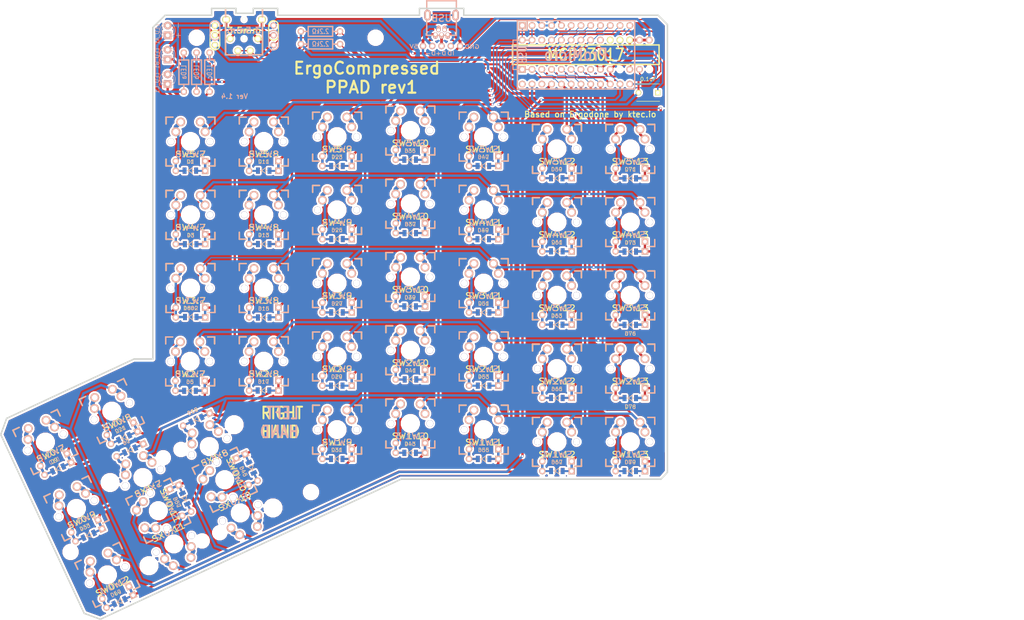
<source format=kicad_pcb>
(kicad_pcb (version 20171130) (host pcbnew "(5.0.1)-3")
  (layers (0 Front signal) (31 Back signal) (34 B.Paste user) (35 F.Paste user) (36 B.SilkS user) (37 F.SilkS user) (38 B.Mask user) (39 F.Mask user) (44 Edge.Cuts user))
  (net 0 "")
  (net 1 /COL0)
  (net 2 /COL1)
  (net 3 /COL10)
  (net 4 /COL11)
  (net 5 /COL4)
  (net 6 /COL5)
  (net 7 /COL6)
  (net 8 /LED_A)
  (net 9 /LED_B)
  (net 10 /LED_C)
  (net 11 /ROW0)
  (net 12 /ROW1)
  (net 13 /ROW2)
  (net 14 /ROW3)
  (net 15 /ROW4)
  (net 16 /ROW5)
  (net 17 /SCLM)
  (net 18 /SDAM)
  (net 19 GND)
  (net 20 VCC)
  (net 21 "Net-(J1-Pad2)")
  (net 22 "Net-(J1-Pad3)")
  (net 23 "Net-(J1-Pad4)")
  (net 24 "Net-(J2-Pad1)")
  (net 25 "Net-(J2-Pad4)")
  (net 26 "Net-(LED_A1-Pad1)")
  (net 27 "Net-(LED_B1-Pad1)")
  (net 28 "Net-(LED_C1-Pad1)")
  (net 29 "Net-(J1-Pad6)")
  (net 30 "Net-(D1-Pad1)")
  (net 31 "Net-(D3-Pad1)")
  (net 32 "Net-(D5-Pad1)")
  (net 33 "Net-(D7-Pad1)")
  (net 34 "Net-(D10-Pad1)")
  (net 35 "Net-(D11-Pad1)")
  (net 36 "Net-(D13-Pad1)")
  (net 37 "Net-(D15-Pad1)")
  (net 38 "Net-(D17-Pad1)")
  (net 39 "Net-(D19-Pad1)")
  (net 40 "Net-(D21-Pad1)")
  (net 41 "Net-(D23-Pad1)")
  (net 42 "Net-(D25-Pad1)")
  (net 43 "Net-(D27-Pad1)")
  (net 44 "Net-(D29-Pad1)")
  (net 45 "Net-(D31-Pad1)")
  (net 46 "Net-(D33-Pad1)")
  (net 47 "Net-(D37-Pad1)")
  (net 48 "Net-(D39-Pad1)")
  (net 49 "Net-(D41-Pad1)")
  (net 50 "Net-(D43-Pad1)")
  (net 51 "Net-(D45-Pad1)")
  (net 52 "Net-(D49-Pad1)")
  (net 53 "Net-(D51-Pad1)")
  (net 54 "Net-(D53-Pad1)")
  (net 55 "Net-(D55-Pad1)")
  (net 56 "Net-(D57-Pad1)")
  (net 57 "Net-(D59-Pad1)")
  (net 58 "Net-(D61-Pad1)")
  (net 59 "Net-(D65-Pad1)")
  (net 60 "Net-(D67-Pad1)")
  (net 61 "Net-(D69-Pad1)")
  (net 62 "Net-(D71-Pad1)")
  (net 63 "Net-(D73-Pad1)")
  (net 64 "Net-(D75-Pad1)")
  (net 65 "Net-(D77-Pad1)")
  (net 66 "Net-(D79-Pad1)")
  (net 67 "Net-(D35-Pad1)")
  (net 68 "Net-(D63-Pad1)")
  (net 69 "Net-(D47-Pad1)")
  (net 70 "Net-(D801-Pad1)")
  (net 71 "Net-(U1-Pad27)")
  (net 72 "Net-(U1-Pad29)")
  (net 73 "Net-(U2-Pad8)")
  (net 74 "Net-(U2-Pad1)")
  (net 75 "Net-(U2-Pad19)")
  (net 76 "Net-(U2-Pad20)")
  (net 77 "Net-(U2-Pad26)")
  (module "" (layer Front) (at 102.108 46.99)
    (fp_text reference "" (at 186.69 124.15266) (layer F.SilkS) (effects (font (size 1.27 1.27))))
    (fp_text value "" (at 186.69 124.15266) (layer F.SilkS) (effects (font (size 1.27 1.27))))
  )
  (module ErgoDone:MX_FLIP_DIODE_NOSMD (layer Front) (at 186.69 124.15266)
    (fp_text reference SW2:13 (at 0 3.302) (layer F.SilkS) (effects (font (size 1.524 1.778) (thickness 0.254))))
    (fp_text value SW2:0 (at 0 3.302) (layer B.SilkS) (effects (font (size 1.524 1.778) (thickness 0.254)) (justify mirror)))
    (pad 4 thru_hole rect (at 3.81 7.62) (size 1.651 1.651) (drill 0.9906) (layers *.Cu *.SilkS *.Mask) (net 1 /COL0))
    (pad 3 thru_hole circle (at -3.81 7.62) (size 1.651 1.651) (drill 0.9906) (layers *.Cu *.SilkS *.Mask) (net 65 "Net-(D77-Pad1)"))
    (pad 4 thru_hole rect (at 3.81 5.08) (size 1.651 1.651) (drill 0.9906) (layers *.Cu *.SilkS *.Mask) (net 1 /COL0))
    (pad 3 thru_hole circle (at -3.81 5.08) (size 1.651 1.651) (drill 0.9906) (layers *.Cu *.SilkS *.Mask) (net 65 "Net-(D77-Pad1)"))
    (pad 2 thru_hole circle (at -2.54 -5.08) (size 2.286 2.286) (drill 1.4986) (layers *.Cu *.SilkS *.Mask) (net 65 "Net-(D77-Pad1)"))
    (pad 1 thru_hole circle (at 3.81 -2.54) (size 2.286 2.286) (drill 1.4986) (layers *.Cu *.SilkS *.Mask) (net 13 /ROW2))
    (pad 0 thru_hole circle (at 5.08 0) (size 1.7018 1.7018) (drill 1.7018) (layers *.Cu))
    (pad 0 thru_hole circle (at -5.08 0) (size 1.7018 1.7018) (drill 1.7018) (layers *.Cu))
    (pad 0 np_thru_hole circle (at 0 0) (size 3.9878 3.9878) (drill 3.9878) (layers *.Cu))
    (pad 2 thru_hole circle (at -3.81 -2.54) (size 2.286 2.286) (drill 1.4986) (layers *.Cu *.SilkS *.Mask) (net 65 "Net-(D77-Pad1)"))
    (pad 1 thru_hole circle (at 2.54 -5.08) (size 2.286 2.286) (drill 1.4986) (layers *.Cu *.SilkS *.Mask) (net 13 /ROW2))
  )
  (module ErgoDone:MX_FLIP_DIODE_NOSMD (layer Front) (at 186.69 105.10266)
    (fp_text reference SW3:13 (at 0 3.302) (layer F.SilkS) (effects (font (size 1.524 1.778) (thickness 0.254))))
    (fp_text value SW3:0 (at 0 3.302) (layer B.SilkS) (effects (font (size 1.524 1.778) (thickness 0.254)) (justify mirror)))
    (pad 4 thru_hole rect (at 3.81 7.62) (size 1.651 1.651) (drill 0.9906) (layers *.Cu *.SilkS *.Mask) (net 1 /COL0))
    (pad 3 thru_hole circle (at -3.81 7.62) (size 1.651 1.651) (drill 0.9906) (layers *.Cu *.SilkS *.Mask) (net 64 "Net-(D75-Pad1)"))
    (pad 4 thru_hole rect (at 3.81 5.08) (size 1.651 1.651) (drill 0.9906) (layers *.Cu *.SilkS *.Mask) (net 1 /COL0))
    (pad 3 thru_hole circle (at -3.81 5.08) (size 1.651 1.651) (drill 0.9906) (layers *.Cu *.SilkS *.Mask) (net 64 "Net-(D75-Pad1)"))
    (pad 2 thru_hole circle (at -2.54 -5.08) (size 2.286 2.286) (drill 1.4986) (layers *.Cu *.SilkS *.Mask) (net 64 "Net-(D75-Pad1)"))
    (pad 1 thru_hole circle (at 3.81 -2.54) (size 2.286 2.286) (drill 1.4986) (layers *.Cu *.SilkS *.Mask) (net 14 /ROW3))
    (pad 0 thru_hole circle (at 5.08 0) (size 1.7018 1.7018) (drill 1.7018) (layers *.Cu))
    (pad 0 thru_hole circle (at -5.08 0) (size 1.7018 1.7018) (drill 1.7018) (layers *.Cu))
    (pad 0 np_thru_hole circle (at 0 0) (size 3.9878 3.9878) (drill 3.9878) (layers *.Cu))
    (pad 2 thru_hole circle (at -3.81 -2.54) (size 2.286 2.286) (drill 1.4986) (layers *.Cu *.SilkS *.Mask) (net 64 "Net-(D75-Pad1)"))
    (pad 1 thru_hole circle (at 2.54 -5.08) (size 2.286 2.286) (drill 1.4986) (layers *.Cu *.SilkS *.Mask) (net 14 /ROW3))
  )
  (module ErgoDone:MX_FLIP_DIODE_NOSMD (layer Front) (at 186.69 86.05266)
    (fp_text reference SW4:13 (at 0 3.302) (layer F.SilkS) (effects (font (size 1.524 1.778) (thickness 0.254))))
    (fp_text value SW4:0 (at 0 3.302) (layer B.SilkS) (effects (font (size 1.524 1.778) (thickness 0.254)) (justify mirror)))
    (pad 4 thru_hole rect (at 3.81 7.62) (size 1.651 1.651) (drill 0.9906) (layers *.Cu *.SilkS *.Mask) (net 1 /COL0))
    (pad 3 thru_hole circle (at -3.81 7.62) (size 1.651 1.651) (drill 0.9906) (layers *.Cu *.SilkS *.Mask) (net 63 "Net-(D73-Pad1)"))
    (pad 4 thru_hole rect (at 3.81 5.08) (size 1.651 1.651) (drill 0.9906) (layers *.Cu *.SilkS *.Mask) (net 1 /COL0))
    (pad 3 thru_hole circle (at -3.81 5.08) (size 1.651 1.651) (drill 0.9906) (layers *.Cu *.SilkS *.Mask) (net 63 "Net-(D73-Pad1)"))
    (pad 2 thru_hole circle (at -2.54 -5.08) (size 2.286 2.286) (drill 1.4986) (layers *.Cu *.SilkS *.Mask) (net 63 "Net-(D73-Pad1)"))
    (pad 1 thru_hole circle (at 3.81 -2.54) (size 2.286 2.286) (drill 1.4986) (layers *.Cu *.SilkS *.Mask) (net 15 /ROW4))
    (pad 0 thru_hole circle (at 5.08 0) (size 1.7018 1.7018) (drill 1.7018) (layers *.Cu))
    (pad 0 thru_hole circle (at -5.08 0) (size 1.7018 1.7018) (drill 1.7018) (layers *.Cu))
    (pad 0 np_thru_hole circle (at 0 0) (size 3.9878 3.9878) (drill 3.9878) (layers *.Cu))
    (pad 2 thru_hole circle (at -3.81 -2.54) (size 2.286 2.286) (drill 1.4986) (layers *.Cu *.SilkS *.Mask) (net 63 "Net-(D73-Pad1)"))
    (pad 1 thru_hole circle (at 2.54 -5.08) (size 2.286 2.286) (drill 1.4986) (layers *.Cu *.SilkS *.Mask) (net 15 /ROW4))
  )
  (module ErgoDone:MX_FLIP_DIODE_NOSMD (layer Front) (at 186.69 67.0052)
    (fp_text reference SW5:13 (at 0 3.302) (layer F.SilkS) (effects (font (size 1.524 1.778) (thickness 0.254))))
    (fp_text value SW5:0 (at 0 3.302) (layer B.SilkS) (effects (font (size 1.524 1.778) (thickness 0.254)) (justify mirror)))
    (pad 4 thru_hole rect (at 3.81 7.62) (size 1.651 1.651) (drill 0.9906) (layers *.Cu *.SilkS *.Mask) (net 1 /COL0))
    (pad 3 thru_hole circle (at -3.81 7.62) (size 1.651 1.651) (drill 0.9906) (layers *.Cu *.SilkS *.Mask) (net 62 "Net-(D71-Pad1)"))
    (pad 4 thru_hole rect (at 3.81 5.08) (size 1.651 1.651) (drill 0.9906) (layers *.Cu *.SilkS *.Mask) (net 1 /COL0))
    (pad 3 thru_hole circle (at -3.81 5.08) (size 1.651 1.651) (drill 0.9906) (layers *.Cu *.SilkS *.Mask) (net 62 "Net-(D71-Pad1)"))
    (pad 2 thru_hole circle (at -2.54 -5.08) (size 2.286 2.286) (drill 1.4986) (layers *.Cu *.SilkS *.Mask) (net 62 "Net-(D71-Pad1)"))
    (pad 1 thru_hole circle (at 3.81 -2.54) (size 2.286 2.286) (drill 1.4986) (layers *.Cu *.SilkS *.Mask) (net 16 /ROW5))
    (pad 0 thru_hole circle (at 5.08 0) (size 1.7018 1.7018) (drill 1.7018) (layers *.Cu))
    (pad 0 thru_hole circle (at -5.08 0) (size 1.7018 1.7018) (drill 1.7018) (layers *.Cu))
    (pad 0 np_thru_hole circle (at 0 0) (size 3.9878 3.9878) (drill 3.9878) (layers *.Cu))
    (pad 2 thru_hole circle (at -3.81 -2.54) (size 2.286 2.286) (drill 1.4986) (layers *.Cu *.SilkS *.Mask) (net 62 "Net-(D71-Pad1)"))
    (pad 1 thru_hole circle (at 2.54 -5.08) (size 2.286 2.286) (drill 1.4986) (layers *.Cu *.SilkS *.Mask) (net 16 /ROW5))
  )
  (module ErgoDone:MX_FLIP_DIODE_NOSMD (layer Front) (at 72.39254 84.1629)
    (fp_text reference SW4:7 (at 0 3.302) (layer F.SilkS) (effects (font (size 1.524 1.778) (thickness 0.254))))
    (fp_text value SW4:6 (at 0 3.302) (layer B.SilkS) (effects (font (size 1.524 1.778) (thickness 0.254)) (justify mirror)))
    (pad 1 thru_hole circle (at 2.54 -5.08) (size 2.286 2.286) (drill 1.4986) (layers *.Cu *.SilkS *.Mask) (net 15 /ROW4))
    (pad 2 thru_hole circle (at -3.81 -2.54) (size 2.286 2.286) (drill 1.4986) (layers *.Cu *.SilkS *.Mask) (net 31 "Net-(D3-Pad1)"))
    (pad 0 np_thru_hole circle (at 0 0) (size 3.9878 3.9878) (drill 3.9878) (layers *.Cu))
    (pad 0 thru_hole circle (at -5.08 0) (size 1.7018 1.7018) (drill 1.7018) (layers *.Cu))
    (pad 0 thru_hole circle (at 5.08 0) (size 1.7018 1.7018) (drill 1.7018) (layers *.Cu))
    (pad 1 thru_hole circle (at 3.81 -2.54) (size 2.286 2.286) (drill 1.4986) (layers *.Cu *.SilkS *.Mask) (net 15 /ROW4))
    (pad 2 thru_hole circle (at -2.54 -5.08) (size 2.286 2.286) (drill 1.4986) (layers *.Cu *.SilkS *.Mask) (net 31 "Net-(D3-Pad1)"))
    (pad 3 thru_hole circle (at -3.81 5.08) (size 1.651 1.651) (drill 0.9906) (layers *.Cu *.SilkS *.Mask) (net 31 "Net-(D3-Pad1)"))
    (pad 4 thru_hole rect (at 3.81 5.08) (size 1.651 1.651) (drill 0.9906) (layers *.Cu *.SilkS *.Mask) (net 7 /COL6))
    (pad 3 thru_hole circle (at -3.81 7.62) (size 1.651 1.651) (drill 0.9906) (layers *.Cu *.SilkS *.Mask) (net 31 "Net-(D3-Pad1)"))
    (pad 4 thru_hole rect (at 3.81 7.62) (size 1.651 1.651) (drill 0.9906) (layers *.Cu *.SilkS *.Mask) (net 7 /COL6))
  )
  (module ErgoDone:MX_FLIP_DIODE_NOSMD (layer Front) (at 72.39254 103.2129)
    (fp_text reference SW3:7 (at 0 3.302) (layer F.SilkS) (effects (font (size 1.524 1.778) (thickness 0.254))))
    (fp_text value SW3:6 (at 0 3.302) (layer B.SilkS) (effects (font (size 1.524 1.778) (thickness 0.254)) (justify mirror)))
    (pad 4 thru_hole rect (at 3.81 7.62) (size 1.651 1.651) (drill 0.9906) (layers *.Cu *.SilkS *.Mask) (net 7 /COL6))
    (pad 3 thru_hole circle (at -3.81 7.62) (size 1.651 1.651) (drill 0.9906) (layers *.Cu *.SilkS *.Mask) (net 70 "Net-(D801-Pad1)"))
    (pad 4 thru_hole rect (at 3.81 5.08) (size 1.651 1.651) (drill 0.9906) (layers *.Cu *.SilkS *.Mask) (net 7 /COL6))
    (pad 3 thru_hole circle (at -3.81 5.08) (size 1.651 1.651) (drill 0.9906) (layers *.Cu *.SilkS *.Mask) (net 70 "Net-(D801-Pad1)"))
    (pad 2 thru_hole circle (at -2.54 -5.08) (size 2.286 2.286) (drill 1.4986) (layers *.Cu *.SilkS *.Mask) (net 70 "Net-(D801-Pad1)"))
    (pad 1 thru_hole circle (at 3.81 -2.54) (size 2.286 2.286) (drill 1.4986) (layers *.Cu *.SilkS *.Mask) (net 14 /ROW3))
    (pad 0 thru_hole circle (at 5.08 0) (size 1.7018 1.7018) (drill 1.7018) (layers *.Cu))
    (pad 0 thru_hole circle (at -5.08 0) (size 1.7018 1.7018) (drill 1.7018) (layers *.Cu))
    (pad 0 np_thru_hole circle (at 0 0) (size 3.9878 3.9878) (drill 3.9878) (layers *.Cu))
    (pad 2 thru_hole circle (at -3.81 -2.54) (size 2.286 2.286) (drill 1.4986) (layers *.Cu *.SilkS *.Mask) (net 70 "Net-(D801-Pad1)"))
    (pad 1 thru_hole circle (at 2.54 -5.08) (size 2.286 2.286) (drill 1.4986) (layers *.Cu *.SilkS *.Mask) (net 14 /ROW3))
  )
  (module ErgoDone:MX_FLIP_DIODE_NOSMD (layer Front) (at 72.306495 122.280646)
    (fp_text reference SW2:7 (at 0 3.302) (layer F.SilkS) (effects (font (size 1.524 1.778) (thickness 0.254))))
    (fp_text value SW2:6 (at 0 3.302) (layer B.SilkS) (effects (font (size 1.524 1.778) (thickness 0.254)) (justify mirror)))
    (pad 1 thru_hole circle (at 2.54 -5.08) (size 2.286 2.286) (drill 1.4986) (layers *.Cu *.SilkS *.Mask) (net 13 /ROW2))
    (pad 2 thru_hole circle (at -3.81 -2.54) (size 2.286 2.286) (drill 1.4986) (layers *.Cu *.SilkS *.Mask) (net 32 "Net-(D5-Pad1)"))
    (pad 0 np_thru_hole circle (at 0 0) (size 3.9878 3.9878) (drill 3.9878) (layers *.Cu))
    (pad 0 thru_hole circle (at -5.08 0) (size 1.7018 1.7018) (drill 1.7018) (layers *.Cu))
    (pad 0 thru_hole circle (at 5.08 0) (size 1.7018 1.7018) (drill 1.7018) (layers *.Cu))
    (pad 1 thru_hole circle (at 3.81 -2.54) (size 2.286 2.286) (drill 1.4986) (layers *.Cu *.SilkS *.Mask) (net 13 /ROW2))
    (pad 2 thru_hole circle (at -2.54 -5.08) (size 2.286 2.286) (drill 1.4986) (layers *.Cu *.SilkS *.Mask) (net 32 "Net-(D5-Pad1)"))
    (pad 3 thru_hole circle (at -3.81 5.08) (size 1.651 1.651) (drill 0.9906) (layers *.Cu *.SilkS *.Mask) (net 32 "Net-(D5-Pad1)"))
    (pad 4 thru_hole rect (at 3.81 5.08) (size 1.651 1.651) (drill 0.9906) (layers *.Cu *.SilkS *.Mask) (net 7 /COL6))
    (pad 3 thru_hole circle (at -3.81 7.62) (size 1.651 1.651) (drill 0.9906) (layers *.Cu *.SilkS *.Mask) (net 32 "Net-(D5-Pad1)"))
    (pad 4 thru_hole rect (at 3.81 7.62) (size 1.651 1.651) (drill 0.9906) (layers *.Cu *.SilkS *.Mask) (net 7 /COL6))
  )
  (module ErgoDone:MX_FLIP_DIODE_NOSMD (layer Front) (at 91.44 122.24766)
    (fp_text reference SW2:8 (at 0 3.302) (layer F.SilkS) (effects (font (size 1.524 1.778) (thickness 0.254))))
    (fp_text value SW2:5 (at 0 3.302) (layer B.SilkS) (effects (font (size 1.524 1.778) (thickness 0.254)) (justify mirror)))
    (pad 1 thru_hole circle (at 2.54 -5.08) (size 2.286 2.286) (drill 1.4986) (layers *.Cu *.SilkS *.Mask) (net 13 /ROW2))
    (pad 2 thru_hole circle (at -3.81 -2.54) (size 2.286 2.286) (drill 1.4986) (layers *.Cu *.SilkS *.Mask) (net 38 "Net-(D17-Pad1)"))
    (pad 0 np_thru_hole circle (at 0 0) (size 3.9878 3.9878) (drill 3.9878) (layers *.Cu))
    (pad 0 thru_hole circle (at -5.08 0) (size 1.7018 1.7018) (drill 1.7018) (layers *.Cu))
    (pad 0 thru_hole circle (at 5.08 0) (size 1.7018 1.7018) (drill 1.7018) (layers *.Cu))
    (pad 1 thru_hole circle (at 3.81 -2.54) (size 2.286 2.286) (drill 1.4986) (layers *.Cu *.SilkS *.Mask) (net 13 /ROW2))
    (pad 2 thru_hole circle (at -2.54 -5.08) (size 2.286 2.286) (drill 1.4986) (layers *.Cu *.SilkS *.Mask) (net 38 "Net-(D17-Pad1)"))
    (pad 3 thru_hole circle (at -3.81 5.08) (size 1.651 1.651) (drill 0.9906) (layers *.Cu *.SilkS *.Mask) (net 38 "Net-(D17-Pad1)"))
    (pad 4 thru_hole rect (at 3.81 5.08) (size 1.651 1.651) (drill 0.9906) (layers *.Cu *.SilkS *.Mask) (net 6 /COL5))
    (pad 3 thru_hole circle (at -3.81 7.62) (size 1.651 1.651) (drill 0.9906) (layers *.Cu *.SilkS *.Mask) (net 38 "Net-(D17-Pad1)"))
    (pad 4 thru_hole rect (at 3.81 7.62) (size 1.651 1.651) (drill 0.9906) (layers *.Cu *.SilkS *.Mask) (net 6 /COL5))
  )
  (module YD_modules:hole_r1.75 (layer Front) (at 41.232 171.844)
    (fp_text reference REF** hide)
    (fp_text value hole_r1.75 hide)
    (pad "" np_thru_hole circle (at 0 0) (size 3.3 3.3) (drill 3.3) (layers *.Cu *.Mask))
  )
  (module YD_modules:hole_r1.75 (layer Front) (at 103.712 156.284)
    (fp_text reference REF** hide)
    (fp_text value hole_r1.75 hide)
    (pad "" np_thru_hole circle (at 0 0) (size 3.3 3.3) (drill 3.3) (layers *.Cu *.Mask))
  )
  (module YD_modules:hole_r1.75 (layer Front) (at 120.5 38.1)
    (fp_text reference REF** hide)
    (fp_text value hole_r1.75 hide)
    (pad "" np_thru_hole circle (at 0 0) (size 3.3 3.3) (drill 3.3) (layers *.Cu *.Mask))
  )
  (module ErgoDone:MX_FLIP_DIODE_NOSMD (layer Front) (at 51.96332 135.21944 25)
    (fp_text reference SW0:8 (at 0.000001 3.302 25) (layer F.SilkS) (effects (font (size 1.524 1.778) (thickness 0.254))))
    (fp_text value SW0:5 (at 0.000001 3.302 25) (layer B.SilkS) (effects (font (size 1.524 1.778) (thickness 0.254)) (justify mirror)))
    (pad 1 thru_hole circle (at 2.54 -5.08 25) (size 2.286 2.286) (drill 1.4986) (layers *.Cu *.SilkS *.Mask) (net 11 /ROW0))
    (pad 2 thru_hole circle (at -3.81 -2.54 25) (size 2.286 2.286) (drill 1.4986) (layers *.Cu *.SilkS *.Mask) (net 40 "Net-(D21-Pad1)"))
    (pad 0 np_thru_hole circle (at 0 0 25) (size 3.9878 3.9878) (drill 3.9878) (layers *.Cu))
    (pad 0 thru_hole circle (at -5.08 0 25) (size 1.7018 1.7018) (drill 1.7018) (layers *.Cu))
    (pad 0 thru_hole circle (at 5.08 0 25) (size 1.7018 1.7018) (drill 1.7018) (layers *.Cu))
    (pad 1 thru_hole circle (at 3.81 -2.54 25) (size 2.286 2.286) (drill 1.4986) (layers *.Cu *.SilkS *.Mask) (net 11 /ROW0))
    (pad 2 thru_hole circle (at -2.54 -5.08 25) (size 2.286 2.286) (drill 1.4986) (layers *.Cu *.SilkS *.Mask) (net 40 "Net-(D21-Pad1)"))
    (pad 3 thru_hole circle (at -3.81 5.08 25) (size 1.651 1.651) (drill 0.9906) (layers *.Cu *.SilkS *.Mask) (net 40 "Net-(D21-Pad1)"))
    (pad 4 thru_hole rect (at 3.81 5.08 25) (size 1.651 1.651) (drill 0.9906) (layers *.Cu *.SilkS *.Mask) (net 6 /COL5))
    (pad 3 thru_hole circle (at -3.81 7.62 25) (size 1.651 1.651) (drill 0.9906) (layers *.Cu *.SilkS *.Mask) (net 40 "Net-(D21-Pad1)"))
    (pad 4 thru_hole rect (at 3.81 7.62 25) (size 1.651 1.651) (drill 0.9906) (layers *.Cu *.SilkS *.Mask) (net 6 /COL5))
  )
  (module ErgoDone:C_Disc_D6_P5 (layer Front) (at 193.8274 52.3748 180)
    (fp_text reference C1 hide)
    (fp_text value 0.1uF (at 2.5 3.5 180) (layer F.SilkS))
    (pad 1 thru_hole rect (at 0 0 180) (size 1.4 1.4) (drill 0.9) (layers *.Cu *.Mask F.SilkS) (net 20 VCC))
    (pad 2 thru_hole circle (at 5 0 180) (size 1.4 1.4) (drill 0.9) (layers *.Cu *.Mask F.SilkS) (net 19 GND))
  )
  (module ErgoDone:USBMINImod (layer Back) (at 137.6426 30.48 270)
    (fp_text reference J1 hide)
    (fp_text value USB (at 2.54 0 180) (layer B.SilkS) (effects (font (size 1.778 1.778) (thickness 0.3048)) (justify mirror)))
    (pad 1 thru_hole oval (at 6.79958 1.6002 270) (size 1.651 1.143) (drill 0.762 (offset 0.27432 0)) (layers *.Cu *.Mask B.SilkS) (net 20 VCC))
    (pad 2 thru_hole oval (at 5.6007 0.8001 270) (size 1.651 1.143) (drill 0.762 (offset -0.27432 0)) (layers *.Cu *.Mask B.SilkS) (net 21 "Net-(J1-Pad2)"))
    (pad 3 thru_hole oval (at 6.79958 0 270) (size 1.651 1.143) (drill 0.762 (offset 0.27432 0)) (layers *.Cu *.Mask B.SilkS) (net 22 "Net-(J1-Pad3)"))
    (pad 4 thru_hole oval (at 5.6007 -0.8001 270) (size 1.651 1.143) (drill 0.762 (offset -0.27432 0)) (layers *.Cu *.Mask B.SilkS) (net 23 "Net-(J1-Pad4)"))
    (pad 5 thru_hole oval (at 6.79958 -1.6002 270) (size 1.651 1.143) (drill 0.762 (offset 0.27432 0)) (layers *.Cu *.Mask B.SilkS) (net 19 GND))
    (pad 6 thru_hole oval (at 1.75006 -3.64744 270) (size 2.794 1.7018) (drill oval 1.905 0.762) (layers *.Cu *.Mask B.SilkS) (net 29 "Net-(J1-Pad6)"))
    (pad 6 thru_hole oval (at 1.75006 3.64744 270) (size 2.794 1.7018) (drill oval 1.905 0.762) (layers *.Cu *.Mask B.SilkS) (net 29 "Net-(J1-Pad6)"))
    (pad 2 thru_hole circle (at 9.779 2.413 270) (size 1.651 1.651) (drill 0.9906) (layers *.Cu *.Mask B.SilkS) (net 21 "Net-(J1-Pad2)"))
    (pad 1 thru_hole circle (at 9.779 4.826 270) (size 1.651 1.651) (drill 0.9906) (layers *.Cu *.Mask B.SilkS) (net 20 VCC))
    (pad 3 thru_hole circle (at 9.779 0 270) (size 1.651 1.651) (drill 0.9906) (layers *.Cu *.Mask B.SilkS) (net 22 "Net-(J1-Pad3)"))
    (pad 5 thru_hole circle (at 9.779 -4.826 270) (size 1.651 1.651) (drill 0.9906) (layers *.Cu *.Mask B.SilkS) (net 19 GND))
    (pad 4 thru_hole circle (at 9.779 -2.413 270) (size 1.651 1.651) (drill 0.9906) (layers *.Cu *.Mask B.SilkS) (net 23 "Net-(J1-Pad4)"))
  )
  (module ErgoDone:4pin35mmAudio (layer Front) (at 86.3092 30.48 270)
    (fp_text reference J2 hide)
    (fp_text value 3.5mm (at 5.715 0) (layer F.SilkS) (effects (font (size 1.524 1.778) (thickness 0.3048))))
    (fp_text user 3.5mm (at 5.715 0) (layer B.SilkS) (effects (font (size 1.524 1.778) (thickness 0.3048)) (justify mirror)))
    (pad 1 thru_hole oval (at 2.8956 -4.6482 270) (size 1.7526 2.0574) (drill oval 1.0922 1.397) (layers *.Cu *.Mask F.SilkS) (net 24 "Net-(J2-Pad1)"))
    (pad 2 thru_hole circle (at 7.8994 3.6068 270) (size 1.7526 1.7526) (drill 1.0922) (layers *.Cu *.Mask F.SilkS) (net 20 VCC))
    (pad 3 thru_hole circle (at 10.9982 -1.6002 270) (size 1.7526 1.7526) (drill 1.0922) (layers *.Cu *.Mask F.SilkS) (net 17 /SCLM))
    (pad 4 thru_hole oval (at 2.8956 4.6482 270) (size 1.7526 2.0574) (drill oval 1.0922 1.397) (layers *.Cu *.Mask F.SilkS) (net 25 "Net-(J2-Pad4)"))
    (pad 5 thru_hole circle (at 10.9982 1.6002 270) (size 1.7526 1.7526) (drill 1.0922) (layers *.Cu *.Mask F.SilkS) (net 17 /SCLM))
    (pad 6 thru_hole circle (at 7.8994 -3.6068 270) (size 1.7526 1.7526) (drill 1.0922) (layers *.Cu *.Mask F.SilkS) (net 20 VCC))
    (pad HOLE np_thru_hole circle (at 2.8956 0 270) (size 0.9906 0.9906) (drill 0.9906) (layers *.Cu *.Mask F.SilkS))
    (pad HOLE np_thru_hole circle (at 7.8994 0 270) (size 0.9906 0.9906) (drill 0.9906) (layers *.Cu *.Mask F.SilkS))
  )
  (module ErgoDone:100PITCH1X3 (layer Back) (at 93.98 37.465 90)
    (fp_text reference J3 hide)
    (fp_text value JMP hide)
    (pad 1 thru_hole circle (at -2.54 0 90) (size 1.651 1.651) (drill 0.9906) (layers *.Cu *.Mask B.SilkS) (net 18 /SDAM))
    (pad 2 thru_hole circle (at 0 0 90) (size 1.651 1.651) (drill 0.9906) (layers *.Cu *.Mask B.SilkS) (net 24 "Net-(J2-Pad1)"))
    (pad 3 thru_hole circle (at 2.54 0 90) (size 1.651 1.651) (drill 0.9906) (layers *.Cu *.Mask B.SilkS) (net 19 GND))
  )
  (module ErgoDone:100PITCH1X3 (layer Front) (at 78.74 37.465 90)
    (fp_text reference J4 hide)
    (fp_text value JMP hide)
    (pad 1 thru_hole circle (at -2.54 0 90) (size 1.651 1.651) (drill 0.9906) (layers *.Cu *.Mask F.SilkS) (net 18 /SDAM))
    (pad 2 thru_hole circle (at 0 0 90) (size 1.651 1.651) (drill 0.9906) (layers *.Cu *.Mask F.SilkS) (net 25 "Net-(J2-Pad4)"))
    (pad 3 thru_hole circle (at 2.54 0 90) (size 1.651 1.651) (drill 0.9906) (layers *.Cu *.Mask F.SilkS) (net 19 GND))
  )
  (module ErgoDone:ERGO_LED-3MM (layer Back) (at 66.465 37.465 90)
    (fp_text reference LED_A1 (at 0.3 -2.7 90) (layer B.SilkS) (effects (justify mirror)))
    (fp_text value LEDa)
    (fp_text user "" (at -1.69 -1.74 90) (layer B.SilkS) (effects (justify mirror)))
    (pad 1 thru_hole rect (at 0 0) (size 2 2) (drill 1.00076) (layers *.Cu *.Mask B.SilkS) (net 26 "Net-(LED_A1-Pad1)"))
    (pad 2 thru_hole circle (at 2.54 0 90) (size 2 2) (drill 1.00076) (layers *.Cu *.Mask B.SilkS) (net 19 GND))
  )
  (module ErgoDone:ERGO_LED-3MM (layer Back) (at 66.465 43.765 90)
    (fp_text reference LED_B1 (at 0.3 -2.7 90) (layer B.SilkS) (effects (justify mirror)))
    (fp_text value LEDb)
    (fp_text user "" (at -1.69 -1.74 90) (layer B.SilkS) (effects (justify mirror)))
    (pad 1 thru_hole rect (at 0 0) (size 2 2) (drill 1.00076) (layers *.Cu *.Mask B.SilkS) (net 27 "Net-(LED_B1-Pad1)"))
    (pad 2 thru_hole circle (at 2.54 0 90) (size 2 2) (drill 1.00076) (layers *.Cu *.Mask B.SilkS) (net 19 GND))
  )
  (module ErgoDone:ERGO_LED-3MM (layer Back) (at 66.465 50.165 90)
    (fp_text reference LED_C1 (at 0.3 -2.7 90) (layer B.SilkS) (effects (justify mirror)))
    (fp_text value LEDc)
    (fp_text user "" (at -1.69 -1.74 90) (layer B.SilkS) (effects (justify mirror)))
    (pad 1 thru_hole rect (at 0 0) (size 2 2) (drill 1.00076) (layers *.Cu *.Mask B.SilkS) (net 28 "Net-(LED_C1-Pad1)"))
    (pad 2 thru_hole circle (at 2.54 0 90) (size 2 2) (drill 1.00076) (layers *.Cu *.Mask B.SilkS) (net 19 GND))
  )
  (module ErgoDone:ERGO_RESISTOR (layer Back) (at 106.165 36.465)
    (fp_text reference R1 hide)
    (fp_text value 2.2kΩ (at 0 0) (layer B.SilkS) (effects (font (size 1.27 1.016) (thickness 0.2032)) (justify mirror)))
    (pad 1 thru_hole circle (at -5.08 0) (size 1.651 1.651) (drill 0.9906) (layers *.Cu *.SilkS *.Mask) (net 20 VCC))
    (pad 2 thru_hole circle (at 5.08 0) (size 1.651 1.651) (drill 0.9906) (layers *.Cu *.SilkS *.Mask) (net 18 /SDAM))
  )
  (module ErgoDone:ERGO_RESISTOR (layer Back) (at 106.172 39.751)
    (fp_text reference R2 hide)
    (fp_text value 2.2kΩ (at 0 0) (layer B.SilkS) (effects (font (size 1.27 1.016) (thickness 0.2032)) (justify mirror)))
    (pad 1 thru_hole circle (at -5.08 0) (size 1.651 1.651) (drill 0.9906) (layers *.Cu *.SilkS *.Mask) (net 20 VCC))
    (pad 2 thru_hole circle (at 5.08 0) (size 1.651 1.651) (drill 0.9906) (layers *.Cu *.SilkS *.Mask) (net 17 /SCLM))
  )
  (module ErgoDone:ERGO_RESISTOR (layer Back) (at 70.665 47.065 270)
    (fp_text reference RA1 hide)
    (fp_text value LEDa (at 0 0 270) (layer B.SilkS) (effects (font (size 1.27 1.016) (thickness 0.2032)) (justify mirror)))
    (pad 1 thru_hole circle (at -5.08 0 270) (size 1.651 1.651) (drill 0.9906) (layers *.Cu *.SilkS *.Mask) (net 8 /LED_A))
    (pad 2 thru_hole circle (at 5.08 0 270) (size 1.651 1.651) (drill 0.9906) (layers *.Cu *.SilkS *.Mask) (net 26 "Net-(LED_A1-Pad1)"))
  )
  (module ErgoDone:ERGO_RESISTOR (layer Back) (at 73.965 47.065 270)
    (fp_text reference RB1 hide)
    (fp_text value LEDb (at 0 0 270) (layer B.SilkS) (effects (font (size 1.27 1.016) (thickness 0.2032)) (justify mirror)))
    (pad 1 thru_hole circle (at -5.08 0 270) (size 1.651 1.651) (drill 0.9906) (layers *.Cu *.SilkS *.Mask) (net 9 /LED_B))
    (pad 2 thru_hole circle (at 5.08 0 270) (size 1.651 1.651) (drill 0.9906) (layers *.Cu *.SilkS *.Mask) (net 27 "Net-(LED_B1-Pad1)"))
  )
  (module ErgoDone:ERGO_RESISTOR (layer Back) (at 77.365 47.065 270)
    (fp_text reference RC1 hide)
    (fp_text value LEDc (at 0 0 270) (layer B.SilkS) (effects (font (size 1.27 1.016) (thickness 0.2032)) (justify mirror)))
    (pad 1 thru_hole circle (at -5.08 0 270) (size 1.651 1.651) (drill 0.9906) (layers *.Cu *.SilkS *.Mask) (net 10 /LED_C))
    (pad 2 thru_hole circle (at 5.08 0 270) (size 1.651 1.651) (drill 0.9906) (layers *.Cu *.SilkS *.Mask) (net 28 "Net-(LED_C1-Pad1)"))
  )
  (module ErgoDone:STAB_PCB940 (layer Front) (at 64.03848 161.11728 115)
    (fp_text reference S1 hide)
    (fp_text value STAB200 hide)
    (pad 0 np_thru_hole circle (at -11.938 6.985 115) (size 3.048 3.048) (drill 3.048) (layers *.Cu))
    (pad 0 np_thru_hole circle (at 11.938 6.985 115) (size 3.048 3.048) (drill 3.048) (layers *.Cu))
    (pad 0 np_thru_hole circle (at -11.938 -8.255 115) (size 3.9878 3.9878) (drill 3.9878) (layers *.Cu))
    (pad 0 np_thru_hole circle (at 11.938001 -8.255 115) (size 3.9878 3.9878) (drill 3.9878) (layers *.Cu))
  )
  (module ErgoDone:STAB_PCB940 (layer Front) (at 81.30286 153.06548 295)
    (fp_text reference S2 hide)
    (fp_text value STAB200 hide)
    (pad 0 np_thru_hole circle (at -11.938 6.985 295) (size 3.048 3.048) (drill 3.048) (layers *.Cu))
    (pad 0 np_thru_hole circle (at 11.938 6.985 295) (size 3.048 3.048) (drill 3.048) (layers *.Cu))
    (pad 0 np_thru_hole circle (at -11.938 -8.255 295) (size 3.9878 3.9878) (drill 3.9878) (layers *.Cu))
    (pad 0 np_thru_hole circle (at 11.938001 -8.255 295) (size 3.9878 3.9878) (drill 3.9878) (layers *.Cu))
  )
  (module ErgoDone:MX_FLIP_DIODE_NOSMD (layer Front) (at 34.69894 143.2687 25)
    (fp_text reference SW0:7 (at 0.000001 3.302 25) (layer F.SilkS) (effects (font (size 1.524 1.778) (thickness 0.254))))
    (fp_text value SW0:6 (at 0.000001 3.302 25) (layer B.SilkS) (effects (font (size 1.524 1.778) (thickness 0.254)) (justify mirror)))
    (pad 1 thru_hole circle (at 2.54 -5.08 25) (size 2.286 2.286) (drill 1.4986) (layers *.Cu *.SilkS *.Mask) (net 11 /ROW0))
    (pad 2 thru_hole circle (at -3.81 -2.54 25) (size 2.286 2.286) (drill 1.4986) (layers *.Cu *.SilkS *.Mask) (net 34 "Net-(D10-Pad1)"))
    (pad 0 np_thru_hole circle (at 0 0 25) (size 3.9878 3.9878) (drill 3.9878) (layers *.Cu))
    (pad 0 thru_hole circle (at -5.08 0 25) (size 1.7018 1.7018) (drill 1.7018) (layers *.Cu))
    (pad 0 thru_hole circle (at 5.08 0 25) (size 1.7018 1.7018) (drill 1.7018) (layers *.Cu))
    (pad 1 thru_hole circle (at 3.81 -2.54 25) (size 2.286 2.286) (drill 1.4986) (layers *.Cu *.SilkS *.Mask) (net 11 /ROW0))
    (pad 2 thru_hole circle (at -2.54 -5.08 25) (size 2.286 2.286) (drill 1.4986) (layers *.Cu *.SilkS *.Mask) (net 34 "Net-(D10-Pad1)"))
    (pad 3 thru_hole circle (at -3.81 5.08 25) (size 1.651 1.651) (drill 0.9906) (layers *.Cu *.SilkS *.Mask) (net 34 "Net-(D10-Pad1)"))
    (pad 4 thru_hole rect (at 3.81 5.08 25) (size 1.651 1.651) (drill 0.9906) (layers *.Cu *.SilkS *.Mask) (net 7 /COL6))
    (pad 3 thru_hole circle (at -3.81 7.62 25) (size 1.651 1.651) (drill 0.9906) (layers *.Cu *.SilkS *.Mask) (net 34 "Net-(D10-Pad1)"))
    (pad 4 thru_hole rect (at 3.81 7.62 25) (size 1.651 1.651) (drill 0.9906) (layers *.Cu *.SilkS *.Mask) (net 7 /COL6))
  )
  (module ErgoDone:MX_FLIP_DIODE_NOSMD (layer Front) (at 42.7482 160.53308 25)
    (fp_text reference SW0:9 (at 0.000001 3.302 25) (layer F.SilkS) (effects (font (size 1.524 1.778) (thickness 0.254))))
    (fp_text value SW0:4 (at 0.000001 3.302 25) (layer B.SilkS) (effects (font (size 1.524 1.778) (thickness 0.254)) (justify mirror)))
    (pad 1 thru_hole circle (at 2.54 -5.08 25) (size 2.286 2.286) (drill 1.4986) (layers *.Cu *.SilkS *.Mask) (net 11 /ROW0))
    (pad 2 thru_hole circle (at -3.81 -2.54 25) (size 2.286 2.286) (drill 1.4986) (layers *.Cu *.SilkS *.Mask) (net 46 "Net-(D33-Pad1)"))
    (pad 0 np_thru_hole circle (at 0 0 25) (size 3.9878 3.9878) (drill 3.9878) (layers *.Cu))
    (pad 0 thru_hole circle (at -5.08 0 25) (size 1.7018 1.7018) (drill 1.7018) (layers *.Cu))
    (pad 0 thru_hole circle (at 5.08 0 25) (size 1.7018 1.7018) (drill 1.7018) (layers *.Cu))
    (pad 1 thru_hole circle (at 3.81 -2.54 25) (size 2.286 2.286) (drill 1.4986) (layers *.Cu *.SilkS *.Mask) (net 11 /ROW0))
    (pad 2 thru_hole circle (at -2.54 -5.08 25) (size 2.286 2.286) (drill 1.4986) (layers *.Cu *.SilkS *.Mask) (net 46 "Net-(D33-Pad1)"))
    (pad 3 thru_hole circle (at -3.81 5.08 25) (size 1.651 1.651) (drill 0.9906) (layers *.Cu *.SilkS *.Mask) (net 46 "Net-(D33-Pad1)"))
    (pad 4 thru_hole rect (at 3.81 5.08 25) (size 1.651 1.651) (drill 0.9906) (layers *.Cu *.SilkS *.Mask) (net 5 /COL4))
    (pad 3 thru_hole circle (at -3.81 7.62 25) (size 1.651 1.651) (drill 0.9906) (layers *.Cu *.SilkS *.Mask) (net 46 "Net-(D33-Pad1)"))
    (pad 4 thru_hole rect (at 3.81 7.62 25) (size 1.651 1.651) (drill 0.9906) (layers *.Cu *.SilkS *.Mask) (net 5 /COL4))
  )
  (module ErgoDone:MX_FLIP_DIODE_NOSMD (layer Front) (at 81.30286 153.06548 115)
    (fp_text reference SW0:10 (at 0.000001 3.302 115) (layer F.SilkS) (effects (font (size 1.524 1.778) (thickness 0.254))))
    (fp_text value SW0:3 (at 0.000001 3.302 115) (layer B.SilkS) (effects (font (size 1.524 1.778) (thickness 0.254)) (justify mirror)))
    (pad 1 thru_hole circle (at 2.54 -5.08 115) (size 2.286 2.286) (drill 1.4986) (layers *.Cu *.SilkS *.Mask) (net 11 /ROW0))
    (pad 2 thru_hole circle (at -3.81 -2.54 115) (size 2.286 2.286) (drill 1.4986) (layers *.Cu *.SilkS *.Mask) (net 51 "Net-(D45-Pad1)"))
    (pad 0 np_thru_hole circle (at 0 0 115) (size 3.9878 3.9878) (drill 3.9878) (layers *.Cu))
    (pad 0 thru_hole circle (at -5.08 0 115) (size 1.7018 1.7018) (drill 1.7018) (layers *.Cu))
    (pad 0 thru_hole circle (at 5.08 0 115) (size 1.7018 1.7018) (drill 1.7018) (layers *.Cu))
    (pad 1 thru_hole circle (at 3.81 -2.54 115) (size 2.286 2.286) (drill 1.4986) (layers *.Cu *.SilkS *.Mask) (net 11 /ROW0))
    (pad 2 thru_hole circle (at -2.54 -5.08 115) (size 2.286 2.286) (drill 1.4986) (layers *.Cu *.SilkS *.Mask) (net 51 "Net-(D45-Pad1)"))
    (pad 3 thru_hole circle (at -3.81 5.08 115) (size 1.651 1.651) (drill 0.9906) (layers *.Cu *.SilkS *.Mask) (net 51 "Net-(D45-Pad1)"))
    (pad 4 thru_hole rect (at 3.81 5.08 115) (size 1.651 1.651) (drill 0.9906) (layers *.Cu *.SilkS *.Mask) (net 3 /COL10))
    (pad 3 thru_hole circle (at -3.81 7.62 115) (size 1.651 1.651) (drill 0.9906) (layers *.Cu *.SilkS *.Mask) (net 51 "Net-(D45-Pad1)"))
    (pad 4 thru_hole rect (at 3.81 7.62 115) (size 1.651 1.651) (drill 0.9906) (layers *.Cu *.SilkS *.Mask) (net 3 /COL10))
  )
  (module ErgoDone:MX_FLIP_DIODE_NOSMD (layer Front) (at 64.03848 161.11728 115)
    (fp_text reference SW0:11 (at 0.000001 3.302 115) (layer F.SilkS) (effects (font (size 1.524 1.778) (thickness 0.254))))
    (fp_text value SW0:2 (at 0.000001 3.302 115) (layer B.SilkS) (effects (font (size 1.524 1.778) (thickness 0.254)) (justify mirror)))
    (pad 1 thru_hole circle (at 2.54 -5.08 115) (size 2.286 2.286) (drill 1.4986) (layers *.Cu *.SilkS *.Mask) (net 11 /ROW0))
    (pad 2 thru_hole circle (at -3.81 -2.54 115) (size 2.286 2.286) (drill 1.4986) (layers *.Cu *.SilkS *.Mask) (net 56 "Net-(D57-Pad1)"))
    (pad 0 np_thru_hole circle (at 0 0 115) (size 3.9878 3.9878) (drill 3.9878) (layers *.Cu))
    (pad 0 thru_hole circle (at -5.08 0 115) (size 1.7018 1.7018) (drill 1.7018) (layers *.Cu))
    (pad 0 thru_hole circle (at 5.08 0 115) (size 1.7018 1.7018) (drill 1.7018) (layers *.Cu))
    (pad 1 thru_hole circle (at 3.81 -2.54 115) (size 2.286 2.286) (drill 1.4986) (layers *.Cu *.SilkS *.Mask) (net 11 /ROW0))
    (pad 2 thru_hole circle (at -2.54 -5.08 115) (size 2.286 2.286) (drill 1.4986) (layers *.Cu *.SilkS *.Mask) (net 56 "Net-(D57-Pad1)"))
    (pad 3 thru_hole circle (at -3.81 5.08 115) (size 1.651 1.651) (drill 0.9906) (layers *.Cu *.SilkS *.Mask) (net 56 "Net-(D57-Pad1)"))
    (pad 4 thru_hole rect (at 3.81 5.08 115) (size 1.651 1.651) (drill 0.9906) (layers *.Cu *.SilkS *.Mask) (net 4 /COL11))
    (pad 3 thru_hole circle (at -3.81 7.62 115) (size 1.651 1.651) (drill 0.9906) (layers *.Cu *.SilkS *.Mask) (net 56 "Net-(D57-Pad1)"))
    (pad 4 thru_hole rect (at 3.81 7.62 115) (size 1.651 1.651) (drill 0.9906) (layers *.Cu *.SilkS *.Mask) (net 4 /COL11))
  )
  (module ErgoDone:MX_FLIP_DIODE_NOSMD (layer Front) (at 50.8 177.8 25)
    (fp_text reference SW0:12 (at 0.000001 3.302 25) (layer F.SilkS) (effects (font (size 1.524 1.778) (thickness 0.254))))
    (fp_text value SW0:1 (at 0.000001 3.302 25) (layer B.SilkS) (effects (font (size 1.524 1.778) (thickness 0.254)) (justify mirror)))
    (pad 1 thru_hole circle (at 2.54 -5.08 25) (size 2.286 2.286) (drill 1.4986) (layers *.Cu *.SilkS *.Mask) (net 11 /ROW0))
    (pad 2 thru_hole circle (at -3.81 -2.54 25) (size 2.286 2.286) (drill 1.4986) (layers *.Cu *.SilkS *.Mask) (net 61 "Net-(D69-Pad1)"))
    (pad 0 np_thru_hole circle (at 0 0 25) (size 3.9878 3.9878) (drill 3.9878) (layers *.Cu))
    (pad 0 thru_hole circle (at -5.08 0 25) (size 1.7018 1.7018) (drill 1.7018) (layers *.Cu))
    (pad 0 thru_hole circle (at 5.08 0 25) (size 1.7018 1.7018) (drill 1.7018) (layers *.Cu))
    (pad 1 thru_hole circle (at 3.81 -2.54 25) (size 2.286 2.286) (drill 1.4986) (layers *.Cu *.SilkS *.Mask) (net 11 /ROW0))
    (pad 2 thru_hole circle (at -2.54 -5.08 25) (size 2.286 2.286) (drill 1.4986) (layers *.Cu *.SilkS *.Mask) (net 61 "Net-(D69-Pad1)"))
    (pad 3 thru_hole circle (at -3.81 5.08 25) (size 1.651 1.651) (drill 0.9906) (layers *.Cu *.SilkS *.Mask) (net 61 "Net-(D69-Pad1)"))
    (pad 4 thru_hole rect (at 3.81 5.08 25) (size 1.651 1.651) (drill 0.9906) (layers *.Cu *.SilkS *.Mask) (net 2 /COL1))
    (pad 3 thru_hole circle (at -3.81 7.62 25) (size 1.651 1.651) (drill 0.9906) (layers *.Cu *.SilkS *.Mask) (net 61 "Net-(D69-Pad1)"))
    (pad 4 thru_hole rect (at 3.81 7.62 25) (size 1.651 1.651) (drill 0.9906) (layers *.Cu *.SilkS *.Mask) (net 2 /COL1))
  )
  (module ErgoDone:MX_FLIP_DIODE_NOSMD (layer Front) (at 110.49 140.02766)
    (fp_text reference SW1:9 (at 0 3.302) (layer F.SilkS) (effects (font (size 1.524 1.778) (thickness 0.254))))
    (fp_text value SW1:4 (at 0 3.302) (layer B.SilkS) (effects (font (size 1.524 1.778) (thickness 0.254)) (justify mirror)))
    (pad 1 thru_hole circle (at 2.54 -5.08) (size 2.286 2.286) (drill 1.4986) (layers *.Cu *.SilkS *.Mask) (net 12 /ROW1))
    (pad 2 thru_hole circle (at -3.81 -2.54) (size 2.286 2.286) (drill 1.4986) (layers *.Cu *.SilkS *.Mask) (net 45 "Net-(D31-Pad1)"))
    (pad 0 np_thru_hole circle (at 0 0) (size 3.9878 3.9878) (drill 3.9878) (layers *.Cu))
    (pad 0 thru_hole circle (at -5.08 0) (size 1.7018 1.7018) (drill 1.7018) (layers *.Cu))
    (pad 0 thru_hole circle (at 5.08 0) (size 1.7018 1.7018) (drill 1.7018) (layers *.Cu))
    (pad 1 thru_hole circle (at 3.81 -2.54) (size 2.286 2.286) (drill 1.4986) (layers *.Cu *.SilkS *.Mask) (net 12 /ROW1))
    (pad 2 thru_hole circle (at -2.54 -5.08) (size 2.286 2.286) (drill 1.4986) (layers *.Cu *.SilkS *.Mask) (net 45 "Net-(D31-Pad1)"))
    (pad 3 thru_hole circle (at -3.81 5.08) (size 1.651 1.651) (drill 0.9906) (layers *.Cu *.SilkS *.Mask) (net 45 "Net-(D31-Pad1)"))
    (pad 4 thru_hole rect (at 3.81 5.08) (size 1.651 1.651) (drill 0.9906) (layers *.Cu *.SilkS *.Mask) (net 5 /COL4))
    (pad 3 thru_hole circle (at -3.81 7.62) (size 1.651 1.651) (drill 0.9906) (layers *.Cu *.SilkS *.Mask) (net 45 "Net-(D31-Pad1)"))
    (pad 4 thru_hole rect (at 3.81 7.62) (size 1.651 1.651) (drill 0.9906) (layers *.Cu *.SilkS *.Mask) (net 5 /COL4))
  )
  (module ErgoDone:MX_FLIP_DIODE_NOSMD (layer Front) (at 129.54 138.43)
    (fp_text reference SW1:10 (at 0 3.302) (layer F.SilkS) (effects (font (size 1.524 1.778) (thickness 0.254))))
    (fp_text value SW1:3 (at 0 3.302) (layer B.SilkS) (effects (font (size 1.524 1.778) (thickness 0.254)) (justify mirror)))
    (pad 1 thru_hole circle (at 2.54 -5.08) (size 2.286 2.286) (drill 1.4986) (layers *.Cu *.SilkS *.Mask) (net 12 /ROW1))
    (pad 2 thru_hole circle (at -3.81 -2.54) (size 2.286 2.286) (drill 1.4986) (layers *.Cu *.SilkS *.Mask) (net 50 "Net-(D43-Pad1)"))
    (pad 0 np_thru_hole circle (at 0 0) (size 3.9878 3.9878) (drill 3.9878) (layers *.Cu))
    (pad 0 thru_hole circle (at -5.08 0) (size 1.7018 1.7018) (drill 1.7018) (layers *.Cu))
    (pad 0 thru_hole circle (at 5.08 0) (size 1.7018 1.7018) (drill 1.7018) (layers *.Cu))
    (pad 1 thru_hole circle (at 3.81 -2.54) (size 2.286 2.286) (drill 1.4986) (layers *.Cu *.SilkS *.Mask) (net 12 /ROW1))
    (pad 2 thru_hole circle (at -2.54 -5.08) (size 2.286 2.286) (drill 1.4986) (layers *.Cu *.SilkS *.Mask) (net 50 "Net-(D43-Pad1)"))
    (pad 3 thru_hole circle (at -3.81 5.08) (size 1.651 1.651) (drill 0.9906) (layers *.Cu *.SilkS *.Mask) (net 50 "Net-(D43-Pad1)"))
    (pad 4 thru_hole rect (at 3.81 5.08) (size 1.651 1.651) (drill 0.9906) (layers *.Cu *.SilkS *.Mask) (net 3 /COL10))
    (pad 3 thru_hole circle (at -3.81 7.62) (size 1.651 1.651) (drill 0.9906) (layers *.Cu *.SilkS *.Mask) (net 50 "Net-(D43-Pad1)"))
    (pad 4 thru_hole rect (at 3.81 7.62) (size 1.651 1.651) (drill 0.9906) (layers *.Cu *.SilkS *.Mask) (net 3 /COL10))
  )
  (module ErgoDone:MX_FLIP_DIODE_NOSMD (layer Front) (at 148.59 140.02766)
    (fp_text reference SW1:11 (at 0 3.302) (layer F.SilkS) (effects (font (size 1.524 1.778) (thickness 0.254))))
    (fp_text value SW1:2 (at 0 3.302) (layer B.SilkS) (effects (font (size 1.524 1.778) (thickness 0.254)) (justify mirror)))
    (pad 1 thru_hole circle (at 2.54 -5.08) (size 2.286 2.286) (drill 1.4986) (layers *.Cu *.SilkS *.Mask) (net 12 /ROW1))
    (pad 2 thru_hole circle (at -3.81 -2.54) (size 2.286 2.286) (drill 1.4986) (layers *.Cu *.SilkS *.Mask) (net 55 "Net-(D55-Pad1)"))
    (pad 0 np_thru_hole circle (at 0 0) (size 3.9878 3.9878) (drill 3.9878) (layers *.Cu))
    (pad 0 thru_hole circle (at -5.08 0) (size 1.7018 1.7018) (drill 1.7018) (layers *.Cu))
    (pad 0 thru_hole circle (at 5.08 0) (size 1.7018 1.7018) (drill 1.7018) (layers *.Cu))
    (pad 1 thru_hole circle (at 3.81 -2.54) (size 2.286 2.286) (drill 1.4986) (layers *.Cu *.SilkS *.Mask) (net 12 /ROW1))
    (pad 2 thru_hole circle (at -2.54 -5.08) (size 2.286 2.286) (drill 1.4986) (layers *.Cu *.SilkS *.Mask) (net 55 "Net-(D55-Pad1)"))
    (pad 3 thru_hole circle (at -3.81 5.08) (size 1.651 1.651) (drill 0.9906) (layers *.Cu *.SilkS *.Mask) (net 55 "Net-(D55-Pad1)"))
    (pad 4 thru_hole rect (at 3.81 5.08) (size 1.651 1.651) (drill 0.9906) (layers *.Cu *.SilkS *.Mask) (net 4 /COL11))
    (pad 3 thru_hole circle (at -3.81 7.62) (size 1.651 1.651) (drill 0.9906) (layers *.Cu *.SilkS *.Mask) (net 55 "Net-(D55-Pad1)"))
    (pad 4 thru_hole rect (at 3.81 7.62) (size 1.651 1.651) (drill 0.9906) (layers *.Cu *.SilkS *.Mask) (net 4 /COL11))
  )
  (module ErgoDone:MX_FLIP_DIODE_NOSMD (layer Front) (at 167.64 143.20266)
    (fp_text reference SW1:12 (at 0 3.302) (layer F.SilkS) (effects (font (size 1.524 1.778) (thickness 0.254))))
    (fp_text value SW1:1 (at 0 3.302) (layer B.SilkS) (effects (font (size 1.524 1.778) (thickness 0.254)) (justify mirror)))
    (pad 1 thru_hole circle (at 2.54 -5.08) (size 2.286 2.286) (drill 1.4986) (layers *.Cu *.SilkS *.Mask) (net 12 /ROW1))
    (pad 2 thru_hole circle (at -3.81 -2.54) (size 2.286 2.286) (drill 1.4986) (layers *.Cu *.SilkS *.Mask) (net 60 "Net-(D67-Pad1)"))
    (pad 0 np_thru_hole circle (at 0 0) (size 3.9878 3.9878) (drill 3.9878) (layers *.Cu))
    (pad 0 thru_hole circle (at -5.08 0) (size 1.7018 1.7018) (drill 1.7018) (layers *.Cu))
    (pad 0 thru_hole circle (at 5.08 0) (size 1.7018 1.7018) (drill 1.7018) (layers *.Cu))
    (pad 1 thru_hole circle (at 3.81 -2.54) (size 2.286 2.286) (drill 1.4986) (layers *.Cu *.SilkS *.Mask) (net 12 /ROW1))
    (pad 2 thru_hole circle (at -2.54 -5.08) (size 2.286 2.286) (drill 1.4986) (layers *.Cu *.SilkS *.Mask) (net 60 "Net-(D67-Pad1)"))
    (pad 3 thru_hole circle (at -3.81 5.08) (size 1.651 1.651) (drill 0.9906) (layers *.Cu *.SilkS *.Mask) (net 60 "Net-(D67-Pad1)"))
    (pad 4 thru_hole rect (at 3.81 5.08) (size 1.651 1.651) (drill 0.9906) (layers *.Cu *.SilkS *.Mask) (net 2 /COL1))
    (pad 3 thru_hole circle (at -3.81 7.62) (size 1.651 1.651) (drill 0.9906) (layers *.Cu *.SilkS *.Mask) (net 60 "Net-(D67-Pad1)"))
    (pad 4 thru_hole rect (at 3.81 7.62) (size 1.651 1.651) (drill 0.9906) (layers *.Cu *.SilkS *.Mask) (net 2 /COL1))
  )
  (module ErgoDone:MX_FLIP_DIODE_NOSMD (layer Front) (at 186.69 143.20266)
    (fp_text reference SW1:13 (at 0 3.302) (layer F.SilkS) (effects (font (size 1.524 1.778) (thickness 0.254))))
    (fp_text value SW1:0 (at 0 3.302) (layer B.SilkS) (effects (font (size 1.524 1.778) (thickness 0.254)) (justify mirror)))
    (pad 1 thru_hole circle (at 2.54 -5.08) (size 2.286 2.286) (drill 1.4986) (layers *.Cu *.SilkS *.Mask) (net 12 /ROW1))
    (pad 2 thru_hole circle (at -3.81 -2.54) (size 2.286 2.286) (drill 1.4986) (layers *.Cu *.SilkS *.Mask) (net 66 "Net-(D79-Pad1)"))
    (pad 0 np_thru_hole circle (at 0 0) (size 3.9878 3.9878) (drill 3.9878) (layers *.Cu))
    (pad 0 thru_hole circle (at -5.08 0) (size 1.7018 1.7018) (drill 1.7018) (layers *.Cu))
    (pad 0 thru_hole circle (at 5.08 0) (size 1.7018 1.7018) (drill 1.7018) (layers *.Cu))
    (pad 1 thru_hole circle (at 3.81 -2.54) (size 2.286 2.286) (drill 1.4986) (layers *.Cu *.SilkS *.Mask) (net 12 /ROW1))
    (pad 2 thru_hole circle (at -2.54 -5.08) (size 2.286 2.286) (drill 1.4986) (layers *.Cu *.SilkS *.Mask) (net 66 "Net-(D79-Pad1)"))
    (pad 3 thru_hole circle (at -3.81 5.08) (size 1.651 1.651) (drill 0.9906) (layers *.Cu *.SilkS *.Mask) (net 66 "Net-(D79-Pad1)"))
    (pad 4 thru_hole rect (at 3.81 5.08) (size 1.651 1.651) (drill 0.9906) (layers *.Cu *.SilkS *.Mask) (net 1 /COL0))
    (pad 3 thru_hole circle (at -3.81 7.62) (size 1.651 1.651) (drill 0.9906) (layers *.Cu *.SilkS *.Mask) (net 66 "Net-(D79-Pad1)"))
    (pad 4 thru_hole rect (at 3.81 7.62) (size 1.651 1.651) (drill 0.9906) (layers *.Cu *.SilkS *.Mask) (net 1 /COL0))
  )
  (module ErgoDone:MX_FLIP_DIODE_NOSMD (layer Front) (at 110.49 120.97766)
    (fp_text reference SW2:9 (at 0 3.302) (layer F.SilkS) (effects (font (size 1.524 1.778) (thickness 0.254))))
    (fp_text value SW2:4 (at 0 3.302) (layer B.SilkS) (effects (font (size 1.524 1.778) (thickness 0.254)) (justify mirror)))
    (pad 1 thru_hole circle (at 2.54 -5.08) (size 2.286 2.286) (drill 1.4986) (layers *.Cu *.SilkS *.Mask) (net 13 /ROW2))
    (pad 2 thru_hole circle (at -3.81 -2.54) (size 2.286 2.286) (drill 1.4986) (layers *.Cu *.SilkS *.Mask) (net 44 "Net-(D29-Pad1)"))
    (pad 0 np_thru_hole circle (at 0 0) (size 3.9878 3.9878) (drill 3.9878) (layers *.Cu))
    (pad 0 thru_hole circle (at -5.08 0) (size 1.7018 1.7018) (drill 1.7018) (layers *.Cu))
    (pad 0 thru_hole circle (at 5.08 0) (size 1.7018 1.7018) (drill 1.7018) (layers *.Cu))
    (pad 1 thru_hole circle (at 3.81 -2.54) (size 2.286 2.286) (drill 1.4986) (layers *.Cu *.SilkS *.Mask) (net 13 /ROW2))
    (pad 2 thru_hole circle (at -2.54 -5.08) (size 2.286 2.286) (drill 1.4986) (layers *.Cu *.SilkS *.Mask) (net 44 "Net-(D29-Pad1)"))
    (pad 3 thru_hole circle (at -3.81 5.08) (size 1.651 1.651) (drill 0.9906) (layers *.Cu *.SilkS *.Mask) (net 44 "Net-(D29-Pad1)"))
    (pad 4 thru_hole rect (at 3.81 5.08) (size 1.651 1.651) (drill 0.9906) (layers *.Cu *.SilkS *.Mask) (net 5 /COL4))
    (pad 3 thru_hole circle (at -3.81 7.62) (size 1.651 1.651) (drill 0.9906) (layers *.Cu *.SilkS *.Mask) (net 44 "Net-(D29-Pad1)"))
    (pad 4 thru_hole rect (at 3.81 7.62) (size 1.651 1.651) (drill 0.9906) (layers *.Cu *.SilkS *.Mask) (net 5 /COL4))
  )
  (module ErgoDone:MX_FLIP_DIODE_NOSMD (layer Front) (at 129.54 119.38)
    (fp_text reference SW2:10 (at 0 3.302) (layer F.SilkS) (effects (font (size 1.524 1.778) (thickness 0.254))))
    (fp_text value SW2:3 (at 0 3.302) (layer B.SilkS) (effects (font (size 1.524 1.778) (thickness 0.254)) (justify mirror)))
    (pad 1 thru_hole circle (at 2.54 -5.08) (size 2.286 2.286) (drill 1.4986) (layers *.Cu *.SilkS *.Mask) (net 13 /ROW2))
    (pad 2 thru_hole circle (at -3.81 -2.54) (size 2.286 2.286) (drill 1.4986) (layers *.Cu *.SilkS *.Mask) (net 49 "Net-(D41-Pad1)"))
    (pad 0 np_thru_hole circle (at 0 0) (size 3.9878 3.9878) (drill 3.9878) (layers *.Cu))
    (pad 0 thru_hole circle (at -5.08 0) (size 1.7018 1.7018) (drill 1.7018) (layers *.Cu))
    (pad 0 thru_hole circle (at 5.08 0) (size 1.7018 1.7018) (drill 1.7018) (layers *.Cu))
    (pad 1 thru_hole circle (at 3.81 -2.54) (size 2.286 2.286) (drill 1.4986) (layers *.Cu *.SilkS *.Mask) (net 13 /ROW2))
    (pad 2 thru_hole circle (at -2.54 -5.08) (size 2.286 2.286) (drill 1.4986) (layers *.Cu *.SilkS *.Mask) (net 49 "Net-(D41-Pad1)"))
    (pad 3 thru_hole circle (at -3.81 5.08) (size 1.651 1.651) (drill 0.9906) (layers *.Cu *.SilkS *.Mask) (net 49 "Net-(D41-Pad1)"))
    (pad 4 thru_hole rect (at 3.81 5.08) (size 1.651 1.651) (drill 0.9906) (layers *.Cu *.SilkS *.Mask) (net 3 /COL10))
    (pad 3 thru_hole circle (at -3.81 7.62) (size 1.651 1.651) (drill 0.9906) (layers *.Cu *.SilkS *.Mask) (net 49 "Net-(D41-Pad1)"))
    (pad 4 thru_hole rect (at 3.81 7.62) (size 1.651 1.651) (drill 0.9906) (layers *.Cu *.SilkS *.Mask) (net 3 /COL10))
  )
  (module ErgoDone:MX_FLIP_DIODE_NOSMD (layer Front) (at 148.59 120.97766)
    (fp_text reference SW2:11 (at 0 3.302) (layer F.SilkS) (effects (font (size 1.524 1.778) (thickness 0.254))))
    (fp_text value SW2:2 (at 0 3.302) (layer B.SilkS) (effects (font (size 1.524 1.778) (thickness 0.254)) (justify mirror)))
    (pad 1 thru_hole circle (at 2.54 -5.08) (size 2.286 2.286) (drill 1.4986) (layers *.Cu *.SilkS *.Mask) (net 13 /ROW2))
    (pad 2 thru_hole circle (at -3.81 -2.54) (size 2.286 2.286) (drill 1.4986) (layers *.Cu *.SilkS *.Mask) (net 54 "Net-(D53-Pad1)"))
    (pad 0 np_thru_hole circle (at 0 0) (size 3.9878 3.9878) (drill 3.9878) (layers *.Cu))
    (pad 0 thru_hole circle (at -5.08 0) (size 1.7018 1.7018) (drill 1.7018) (layers *.Cu))
    (pad 0 thru_hole circle (at 5.08 0) (size 1.7018 1.7018) (drill 1.7018) (layers *.Cu))
    (pad 1 thru_hole circle (at 3.81 -2.54) (size 2.286 2.286) (drill 1.4986) (layers *.Cu *.SilkS *.Mask) (net 13 /ROW2))
    (pad 2 thru_hole circle (at -2.54 -5.08) (size 2.286 2.286) (drill 1.4986) (layers *.Cu *.SilkS *.Mask) (net 54 "Net-(D53-Pad1)"))
    (pad 3 thru_hole circle (at -3.81 5.08) (size 1.651 1.651) (drill 0.9906) (layers *.Cu *.SilkS *.Mask) (net 54 "Net-(D53-Pad1)"))
    (pad 4 thru_hole rect (at 3.81 5.08) (size 1.651 1.651) (drill 0.9906) (layers *.Cu *.SilkS *.Mask) (net 4 /COL11))
    (pad 3 thru_hole circle (at -3.81 7.62) (size 1.651 1.651) (drill 0.9906) (layers *.Cu *.SilkS *.Mask) (net 54 "Net-(D53-Pad1)"))
    (pad 4 thru_hole rect (at 3.81 7.62) (size 1.651 1.651) (drill 0.9906) (layers *.Cu *.SilkS *.Mask) (net 4 /COL11))
  )
  (module ErgoDone:MX_FLIP_DIODE_NOSMD (layer Front) (at 167.64 124.15266)
    (fp_text reference SW2:12 (at 0 3.302) (layer F.SilkS) (effects (font (size 1.524 1.778) (thickness 0.254))))
    (fp_text value SW2:1 (at 0 3.302) (layer B.SilkS) (effects (font (size 1.524 1.778) (thickness 0.254)) (justify mirror)))
    (pad 1 thru_hole circle (at 2.54 -5.08) (size 2.286 2.286) (drill 1.4986) (layers *.Cu *.SilkS *.Mask) (net 13 /ROW2))
    (pad 2 thru_hole circle (at -3.81 -2.54) (size 2.286 2.286) (drill 1.4986) (layers *.Cu *.SilkS *.Mask) (net 59 "Net-(D65-Pad1)"))
    (pad 0 np_thru_hole circle (at 0 0) (size 3.9878 3.9878) (drill 3.9878) (layers *.Cu))
    (pad 0 thru_hole circle (at -5.08 0) (size 1.7018 1.7018) (drill 1.7018) (layers *.Cu))
    (pad 0 thru_hole circle (at 5.08 0) (size 1.7018 1.7018) (drill 1.7018) (layers *.Cu))
    (pad 1 thru_hole circle (at 3.81 -2.54) (size 2.286 2.286) (drill 1.4986) (layers *.Cu *.SilkS *.Mask) (net 13 /ROW2))
    (pad 2 thru_hole circle (at -2.54 -5.08) (size 2.286 2.286) (drill 1.4986) (layers *.Cu *.SilkS *.Mask) (net 59 "Net-(D65-Pad1)"))
    (pad 3 thru_hole circle (at -3.81 5.08) (size 1.651 1.651) (drill 0.9906) (layers *.Cu *.SilkS *.Mask) (net 59 "Net-(D65-Pad1)"))
    (pad 4 thru_hole rect (at 3.81 5.08) (size 1.651 1.651) (drill 0.9906) (layers *.Cu *.SilkS *.Mask) (net 2 /COL1))
    (pad 3 thru_hole circle (at -3.81 7.62) (size 1.651 1.651) (drill 0.9906) (layers *.Cu *.SilkS *.Mask) (net 59 "Net-(D65-Pad1)"))
    (pad 4 thru_hole rect (at 3.81 7.62) (size 1.651 1.651) (drill 0.9906) (layers *.Cu *.SilkS *.Mask) (net 2 /COL1))
  )
  (module ErgoDone:MX_FLIP_DIODE_NOSMD (layer Front) (at 91.44 103.19766)
    (fp_text reference SW3:8 (at 0 3.302) (layer F.SilkS) (effects (font (size 1.524 1.778) (thickness 0.254))))
    (fp_text value SW3:5 (at 0 3.302) (layer B.SilkS) (effects (font (size 1.524 1.778) (thickness 0.254)) (justify mirror)))
    (pad 1 thru_hole circle (at 2.54 -5.08) (size 2.286 2.286) (drill 1.4986) (layers *.Cu *.SilkS *.Mask) (net 14 /ROW3))
    (pad 2 thru_hole circle (at -3.81 -2.54) (size 2.286 2.286) (drill 1.4986) (layers *.Cu *.SilkS *.Mask) (net 37 "Net-(D15-Pad1)"))
    (pad 0 np_thru_hole circle (at 0 0) (size 3.9878 3.9878) (drill 3.9878) (layers *.Cu))
    (pad 0 thru_hole circle (at -5.08 0) (size 1.7018 1.7018) (drill 1.7018) (layers *.Cu))
    (pad 0 thru_hole circle (at 5.08 0) (size 1.7018 1.7018) (drill 1.7018) (layers *.Cu))
    (pad 1 thru_hole circle (at 3.81 -2.54) (size 2.286 2.286) (drill 1.4986) (layers *.Cu *.SilkS *.Mask) (net 14 /ROW3))
    (pad 2 thru_hole circle (at -2.54 -5.08) (size 2.286 2.286) (drill 1.4986) (layers *.Cu *.SilkS *.Mask) (net 37 "Net-(D15-Pad1)"))
    (pad 3 thru_hole circle (at -3.81 5.08) (size 1.651 1.651) (drill 0.9906) (layers *.Cu *.SilkS *.Mask) (net 37 "Net-(D15-Pad1)"))
    (pad 4 thru_hole rect (at 3.81 5.08) (size 1.651 1.651) (drill 0.9906) (layers *.Cu *.SilkS *.Mask) (net 6 /COL5))
    (pad 3 thru_hole circle (at -3.81 7.62) (size 1.651 1.651) (drill 0.9906) (layers *.Cu *.SilkS *.Mask) (net 37 "Net-(D15-Pad1)"))
    (pad 4 thru_hole rect (at 3.81 7.62) (size 1.651 1.651) (drill 0.9906) (layers *.Cu *.SilkS *.Mask) (net 6 /COL5))
  )
  (module ErgoDone:MX_FLIP_DIODE_NOSMD (layer Front) (at 110.49 101.92766)
    (fp_text reference SW3:9 (at 0 3.302) (layer F.SilkS) (effects (font (size 1.524 1.778) (thickness 0.254))))
    (fp_text value SW3:4 (at 0 3.302) (layer B.SilkS) (effects (font (size 1.524 1.778) (thickness 0.254)) (justify mirror)))
    (pad 1 thru_hole circle (at 2.54 -5.08) (size 2.286 2.286) (drill 1.4986) (layers *.Cu *.SilkS *.Mask) (net 14 /ROW3))
    (pad 2 thru_hole circle (at -3.81 -2.54) (size 2.286 2.286) (drill 1.4986) (layers *.Cu *.SilkS *.Mask) (net 43 "Net-(D27-Pad1)"))
    (pad 0 np_thru_hole circle (at 0 0) (size 3.9878 3.9878) (drill 3.9878) (layers *.Cu))
    (pad 0 thru_hole circle (at -5.08 0) (size 1.7018 1.7018) (drill 1.7018) (layers *.Cu))
    (pad 0 thru_hole circle (at 5.08 0) (size 1.7018 1.7018) (drill 1.7018) (layers *.Cu))
    (pad 1 thru_hole circle (at 3.81 -2.54) (size 2.286 2.286) (drill 1.4986) (layers *.Cu *.SilkS *.Mask) (net 14 /ROW3))
    (pad 2 thru_hole circle (at -2.54 -5.08) (size 2.286 2.286) (drill 1.4986) (layers *.Cu *.SilkS *.Mask) (net 43 "Net-(D27-Pad1)"))
    (pad 3 thru_hole circle (at -3.81 5.08) (size 1.651 1.651) (drill 0.9906) (layers *.Cu *.SilkS *.Mask) (net 43 "Net-(D27-Pad1)"))
    (pad 4 thru_hole rect (at 3.81 5.08) (size 1.651 1.651) (drill 0.9906) (layers *.Cu *.SilkS *.Mask) (net 5 /COL4))
    (pad 3 thru_hole circle (at -3.81 7.62) (size 1.651 1.651) (drill 0.9906) (layers *.Cu *.SilkS *.Mask) (net 43 "Net-(D27-Pad1)"))
    (pad 4 thru_hole rect (at 3.81 7.62) (size 1.651 1.651) (drill 0.9906) (layers *.Cu *.SilkS *.Mask) (net 5 /COL4))
  )
  (module ErgoDone:MX_FLIP_DIODE_NOSMD (layer Front) (at 129.54 100.33)
    (fp_text reference SW3:10 (at 0 3.302) (layer F.SilkS) (effects (font (size 1.524 1.778) (thickness 0.254))))
    (fp_text value SW3:3 (at 0 3.302) (layer B.SilkS) (effects (font (size 1.524 1.778) (thickness 0.254)) (justify mirror)))
    (pad 1 thru_hole circle (at 2.54 -5.08) (size 2.286 2.286) (drill 1.4986) (layers *.Cu *.SilkS *.Mask) (net 14 /ROW3))
    (pad 2 thru_hole circle (at -3.81 -2.54) (size 2.286 2.286) (drill 1.4986) (layers *.Cu *.SilkS *.Mask) (net 48 "Net-(D39-Pad1)"))
    (pad 0 np_thru_hole circle (at 0 0) (size 3.9878 3.9878) (drill 3.9878) (layers *.Cu))
    (pad 0 thru_hole circle (at -5.08 0) (size 1.7018 1.7018) (drill 1.7018) (layers *.Cu))
    (pad 0 thru_hole circle (at 5.08 0) (size 1.7018 1.7018) (drill 1.7018) (layers *.Cu))
    (pad 1 thru_hole circle (at 3.81 -2.54) (size 2.286 2.286) (drill 1.4986) (layers *.Cu *.SilkS *.Mask) (net 14 /ROW3))
    (pad 2 thru_hole circle (at -2.54 -5.08) (size 2.286 2.286) (drill 1.4986) (layers *.Cu *.SilkS *.Mask) (net 48 "Net-(D39-Pad1)"))
    (pad 3 thru_hole circle (at -3.81 5.08) (size 1.651 1.651) (drill 0.9906) (layers *.Cu *.SilkS *.Mask) (net 48 "Net-(D39-Pad1)"))
    (pad 4 thru_hole rect (at 3.81 5.08) (size 1.651 1.651) (drill 0.9906) (layers *.Cu *.SilkS *.Mask) (net 3 /COL10))
    (pad 3 thru_hole circle (at -3.81 7.62) (size 1.651 1.651) (drill 0.9906) (layers *.Cu *.SilkS *.Mask) (net 48 "Net-(D39-Pad1)"))
    (pad 4 thru_hole rect (at 3.81 7.62) (size 1.651 1.651) (drill 0.9906) (layers *.Cu *.SilkS *.Mask) (net 3 /COL10))
  )
  (module ErgoDone:MX_FLIP_DIODE_NOSMD (layer Front) (at 148.59 101.92766)
    (fp_text reference SW3:11 (at 0 3.302) (layer F.SilkS) (effects (font (size 1.524 1.778) (thickness 0.254))))
    (fp_text value SW3:2 (at 0 3.302) (layer B.SilkS) (effects (font (size 1.524 1.778) (thickness 0.254)) (justify mirror)))
    (pad 1 thru_hole circle (at 2.54 -5.08) (size 2.286 2.286) (drill 1.4986) (layers *.Cu *.SilkS *.Mask) (net 14 /ROW3))
    (pad 2 thru_hole circle (at -3.81 -2.54) (size 2.286 2.286) (drill 1.4986) (layers *.Cu *.SilkS *.Mask) (net 53 "Net-(D51-Pad1)"))
    (pad 0 np_thru_hole circle (at 0 0) (size 3.9878 3.9878) (drill 3.9878) (layers *.Cu))
    (pad 0 thru_hole circle (at -5.08 0) (size 1.7018 1.7018) (drill 1.7018) (layers *.Cu))
    (pad 0 thru_hole circle (at 5.08 0) (size 1.7018 1.7018) (drill 1.7018) (layers *.Cu))
    (pad 1 thru_hole circle (at 3.81 -2.54) (size 2.286 2.286) (drill 1.4986) (layers *.Cu *.SilkS *.Mask) (net 14 /ROW3))
    (pad 2 thru_hole circle (at -2.54 -5.08) (size 2.286 2.286) (drill 1.4986) (layers *.Cu *.SilkS *.Mask) (net 53 "Net-(D51-Pad1)"))
    (pad 3 thru_hole circle (at -3.81 5.08) (size 1.651 1.651) (drill 0.9906) (layers *.Cu *.SilkS *.Mask) (net 53 "Net-(D51-Pad1)"))
    (pad 4 thru_hole rect (at 3.81 5.08) (size 1.651 1.651) (drill 0.9906) (layers *.Cu *.SilkS *.Mask) (net 4 /COL11))
    (pad 3 thru_hole circle (at -3.81 7.62) (size 1.651 1.651) (drill 0.9906) (layers *.Cu *.SilkS *.Mask) (net 53 "Net-(D51-Pad1)"))
    (pad 4 thru_hole rect (at 3.81 7.62) (size 1.651 1.651) (drill 0.9906) (layers *.Cu *.SilkS *.Mask) (net 4 /COL11))
  )
  (module ErgoDone:MX_FLIP_DIODE_NOSMD (layer Front) (at 167.64 105.10266)
    (fp_text reference SW3:12 (at 0 3.302) (layer F.SilkS) (effects (font (size 1.524 1.778) (thickness 0.254))))
    (fp_text value SW3:1 (at 0 3.302) (layer B.SilkS) (effects (font (size 1.524 1.778) (thickness 0.254)) (justify mirror)))
    (pad 1 thru_hole circle (at 2.54 -5.08) (size 2.286 2.286) (drill 1.4986) (layers *.Cu *.SilkS *.Mask) (net 14 /ROW3))
    (pad 2 thru_hole circle (at -3.81 -2.54) (size 2.286 2.286) (drill 1.4986) (layers *.Cu *.SilkS *.Mask) (net 68 "Net-(D63-Pad1)"))
    (pad 0 np_thru_hole circle (at 0 0) (size 3.9878 3.9878) (drill 3.9878) (layers *.Cu))
    (pad 0 thru_hole circle (at -5.08 0) (size 1.7018 1.7018) (drill 1.7018) (layers *.Cu))
    (pad 0 thru_hole circle (at 5.08 0) (size 1.7018 1.7018) (drill 1.7018) (layers *.Cu))
    (pad 1 thru_hole circle (at 3.81 -2.54) (size 2.286 2.286) (drill 1.4986) (layers *.Cu *.SilkS *.Mask) (net 14 /ROW3))
    (pad 2 thru_hole circle (at -2.54 -5.08) (size 2.286 2.286) (drill 1.4986) (layers *.Cu *.SilkS *.Mask) (net 68 "Net-(D63-Pad1)"))
    (pad 3 thru_hole circle (at -3.81 5.08) (size 1.651 1.651) (drill 0.9906) (layers *.Cu *.SilkS *.Mask) (net 68 "Net-(D63-Pad1)"))
    (pad 4 thru_hole rect (at 3.81 5.08) (size 1.651 1.651) (drill 0.9906) (layers *.Cu *.SilkS *.Mask) (net 2 /COL1))
    (pad 3 thru_hole circle (at -3.81 7.62) (size 1.651 1.651) (drill 0.9906) (layers *.Cu *.SilkS *.Mask) (net 68 "Net-(D63-Pad1)"))
    (pad 4 thru_hole rect (at 3.81 7.62) (size 1.651 1.651) (drill 0.9906) (layers *.Cu *.SilkS *.Mask) (net 2 /COL1))
  )
  (module ErgoDone:MX_FLIP_DIODE_NOSMD (layer Front) (at 91.44 84.14766)
    (fp_text reference SW4:8 (at 0 3.302) (layer F.SilkS) (effects (font (size 1.524 1.778) (thickness 0.254))))
    (fp_text value SW4:5 (at 0 3.302) (layer B.SilkS) (effects (font (size 1.524 1.778) (thickness 0.254)) (justify mirror)))
    (pad 1 thru_hole circle (at 2.54 -5.08) (size 2.286 2.286) (drill 1.4986) (layers *.Cu *.SilkS *.Mask) (net 15 /ROW4))
    (pad 2 thru_hole circle (at -3.81 -2.54) (size 2.286 2.286) (drill 1.4986) (layers *.Cu *.SilkS *.Mask) (net 36 "Net-(D13-Pad1)"))
    (pad 0 np_thru_hole circle (at 0 0) (size 3.9878 3.9878) (drill 3.9878) (layers *.Cu))
    (pad 0 thru_hole circle (at -5.08 0) (size 1.7018 1.7018) (drill 1.7018) (layers *.Cu))
    (pad 0 thru_hole circle (at 5.08 0) (size 1.7018 1.7018) (drill 1.7018) (layers *.Cu))
    (pad 1 thru_hole circle (at 3.81 -2.54) (size 2.286 2.286) (drill 1.4986) (layers *.Cu *.SilkS *.Mask) (net 15 /ROW4))
    (pad 2 thru_hole circle (at -2.54 -5.08) (size 2.286 2.286) (drill 1.4986) (layers *.Cu *.SilkS *.Mask) (net 36 "Net-(D13-Pad1)"))
    (pad 3 thru_hole circle (at -3.81 5.08) (size 1.651 1.651) (drill 0.9906) (layers *.Cu *.SilkS *.Mask) (net 36 "Net-(D13-Pad1)"))
    (pad 4 thru_hole rect (at 3.81 5.08) (size 1.651 1.651) (drill 0.9906) (layers *.Cu *.SilkS *.Mask) (net 6 /COL5))
    (pad 3 thru_hole circle (at -3.81 7.62) (size 1.651 1.651) (drill 0.9906) (layers *.Cu *.SilkS *.Mask) (net 36 "Net-(D13-Pad1)"))
    (pad 4 thru_hole rect (at 3.81 7.62) (size 1.651 1.651) (drill 0.9906) (layers *.Cu *.SilkS *.Mask) (net 6 /COL5))
  )
  (module ErgoDone:MX_FLIP_DIODE_NOSMD (layer Front) (at 110.49 82.87766)
    (fp_text reference SW4:9 (at 0 3.302) (layer F.SilkS) (effects (font (size 1.524 1.778) (thickness 0.254))))
    (fp_text value SW4:4 (at 0 3.302) (layer B.SilkS) (effects (font (size 1.524 1.778) (thickness 0.254)) (justify mirror)))
    (pad 1 thru_hole circle (at 2.54 -5.08) (size 2.286 2.286) (drill 1.4986) (layers *.Cu *.SilkS *.Mask) (net 15 /ROW4))
    (pad 2 thru_hole circle (at -3.81 -2.54) (size 2.286 2.286) (drill 1.4986) (layers *.Cu *.SilkS *.Mask) (net 42 "Net-(D25-Pad1)"))
    (pad 0 np_thru_hole circle (at 0 0) (size 3.9878 3.9878) (drill 3.9878) (layers *.Cu))
    (pad 0 thru_hole circle (at -5.08 0) (size 1.7018 1.7018) (drill 1.7018) (layers *.Cu))
    (pad 0 thru_hole circle (at 5.08 0) (size 1.7018 1.7018) (drill 1.7018) (layers *.Cu))
    (pad 1 thru_hole circle (at 3.81 -2.54) (size 2.286 2.286) (drill 1.4986) (layers *.Cu *.SilkS *.Mask) (net 15 /ROW4))
    (pad 2 thru_hole circle (at -2.54 -5.08) (size 2.286 2.286) (drill 1.4986) (layers *.Cu *.SilkS *.Mask) (net 42 "Net-(D25-Pad1)"))
    (pad 3 thru_hole circle (at -3.81 5.08) (size 1.651 1.651) (drill 0.9906) (layers *.Cu *.SilkS *.Mask) (net 42 "Net-(D25-Pad1)"))
    (pad 4 thru_hole rect (at 3.81 5.08) (size 1.651 1.651) (drill 0.9906) (layers *.Cu *.SilkS *.Mask) (net 5 /COL4))
    (pad 3 thru_hole circle (at -3.81 7.62) (size 1.651 1.651) (drill 0.9906) (layers *.Cu *.SilkS *.Mask) (net 42 "Net-(D25-Pad1)"))
    (pad 4 thru_hole rect (at 3.81 7.62) (size 1.651 1.651) (drill 0.9906) (layers *.Cu *.SilkS *.Mask) (net 5 /COL4))
  )
  (module ErgoDone:MX_FLIP_DIODE_NOSMD (layer Front) (at 129.54 81.28)
    (fp_text reference SW4:10 (at 0 3.302) (layer F.SilkS) (effects (font (size 1.524 1.778) (thickness 0.254))))
    (fp_text value SW4:3 (at 0 3.302) (layer B.SilkS) (effects (font (size 1.524 1.778) (thickness 0.254)) (justify mirror)))
    (pad 1 thru_hole circle (at 2.54 -5.08) (size 2.286 2.286) (drill 1.4986) (layers *.Cu *.SilkS *.Mask) (net 15 /ROW4))
    (pad 2 thru_hole circle (at -3.81 -2.54) (size 2.286 2.286) (drill 1.4986) (layers *.Cu *.SilkS *.Mask) (net 47 "Net-(D37-Pad1)"))
    (pad 0 np_thru_hole circle (at 0 0) (size 3.9878 3.9878) (drill 3.9878) (layers *.Cu))
    (pad 0 thru_hole circle (at -5.08 0) (size 1.7018 1.7018) (drill 1.7018) (layers *.Cu))
    (pad 0 thru_hole circle (at 5.08 0) (size 1.7018 1.7018) (drill 1.7018) (layers *.Cu))
    (pad 1 thru_hole circle (at 3.81 -2.54) (size 2.286 2.286) (drill 1.4986) (layers *.Cu *.SilkS *.Mask) (net 15 /ROW4))
    (pad 2 thru_hole circle (at -2.54 -5.08) (size 2.286 2.286) (drill 1.4986) (layers *.Cu *.SilkS *.Mask) (net 47 "Net-(D37-Pad1)"))
    (pad 3 thru_hole circle (at -3.81 5.08) (size 1.651 1.651) (drill 0.9906) (layers *.Cu *.SilkS *.Mask) (net 47 "Net-(D37-Pad1)"))
    (pad 4 thru_hole rect (at 3.81 5.08) (size 1.651 1.651) (drill 0.9906) (layers *.Cu *.SilkS *.Mask) (net 3 /COL10))
    (pad 3 thru_hole circle (at -3.81 7.62) (size 1.651 1.651) (drill 0.9906) (layers *.Cu *.SilkS *.Mask) (net 47 "Net-(D37-Pad1)"))
    (pad 4 thru_hole rect (at 3.81 7.62) (size 1.651 1.651) (drill 0.9906) (layers *.Cu *.SilkS *.Mask) (net 3 /COL10))
  )
  (module ErgoDone:MX_FLIP_DIODE_NOSMD (layer Front) (at 148.59 82.87766)
    (fp_text reference SW4:11 (at 0 3.302) (layer F.SilkS) (effects (font (size 1.524 1.778) (thickness 0.254))))
    (fp_text value SW4:2 (at 0 3.302) (layer B.SilkS) (effects (font (size 1.524 1.778) (thickness 0.254)) (justify mirror)))
    (pad 1 thru_hole circle (at 2.54 -5.08) (size 2.286 2.286) (drill 1.4986) (layers *.Cu *.SilkS *.Mask) (net 15 /ROW4))
    (pad 2 thru_hole circle (at -3.81 -2.54) (size 2.286 2.286) (drill 1.4986) (layers *.Cu *.SilkS *.Mask) (net 52 "Net-(D49-Pad1)"))
    (pad 0 np_thru_hole circle (at 0 0) (size 3.9878 3.9878) (drill 3.9878) (layers *.Cu))
    (pad 0 thru_hole circle (at -5.08 0) (size 1.7018 1.7018) (drill 1.7018) (layers *.Cu))
    (pad 0 thru_hole circle (at 5.08 0) (size 1.7018 1.7018) (drill 1.7018) (layers *.Cu))
    (pad 1 thru_hole circle (at 3.81 -2.54) (size 2.286 2.286) (drill 1.4986) (layers *.Cu *.SilkS *.Mask) (net 15 /ROW4))
    (pad 2 thru_hole circle (at -2.54 -5.08) (size 2.286 2.286) (drill 1.4986) (layers *.Cu *.SilkS *.Mask) (net 52 "Net-(D49-Pad1)"))
    (pad 3 thru_hole circle (at -3.81 5.08) (size 1.651 1.651) (drill 0.9906) (layers *.Cu *.SilkS *.Mask) (net 52 "Net-(D49-Pad1)"))
    (pad 4 thru_hole rect (at 3.81 5.08) (size 1.651 1.651) (drill 0.9906) (layers *.Cu *.SilkS *.Mask) (net 4 /COL11))
    (pad 3 thru_hole circle (at -3.81 7.62) (size 1.651 1.651) (drill 0.9906) (layers *.Cu *.SilkS *.Mask) (net 52 "Net-(D49-Pad1)"))
    (pad 4 thru_hole rect (at 3.81 7.62) (size 1.651 1.651) (drill 0.9906) (layers *.Cu *.SilkS *.Mask) (net 4 /COL11))
  )
  (module ErgoDone:MX_FLIP_DIODE_NOSMD (layer Front) (at 167.64 86.05266)
    (fp_text reference SW4:12 (at 0 3.302) (layer F.SilkS) (effects (font (size 1.524 1.778) (thickness 0.254))))
    (fp_text value SW4:1 (at 0 3.302) (layer B.SilkS) (effects (font (size 1.524 1.778) (thickness 0.254)) (justify mirror)))
    (pad 1 thru_hole circle (at 2.54 -5.08) (size 2.286 2.286) (drill 1.4986) (layers *.Cu *.SilkS *.Mask) (net 15 /ROW4))
    (pad 2 thru_hole circle (at -3.81 -2.54) (size 2.286 2.286) (drill 1.4986) (layers *.Cu *.SilkS *.Mask) (net 58 "Net-(D61-Pad1)"))
    (pad 0 np_thru_hole circle (at 0 0) (size 3.9878 3.9878) (drill 3.9878) (layers *.Cu))
    (pad 0 thru_hole circle (at -5.08 0) (size 1.7018 1.7018) (drill 1.7018) (layers *.Cu))
    (pad 0 thru_hole circle (at 5.08 0) (size 1.7018 1.7018) (drill 1.7018) (layers *.Cu))
    (pad 1 thru_hole circle (at 3.81 -2.54) (size 2.286 2.286) (drill 1.4986) (layers *.Cu *.SilkS *.Mask) (net 15 /ROW4))
    (pad 2 thru_hole circle (at -2.54 -5.08) (size 2.286 2.286) (drill 1.4986) (layers *.Cu *.SilkS *.Mask) (net 58 "Net-(D61-Pad1)"))
    (pad 3 thru_hole circle (at -3.81 5.08) (size 1.651 1.651) (drill 0.9906) (layers *.Cu *.SilkS *.Mask) (net 58 "Net-(D61-Pad1)"))
    (pad 4 thru_hole rect (at 3.81 5.08) (size 1.651 1.651) (drill 0.9906) (layers *.Cu *.SilkS *.Mask) (net 2 /COL1))
    (pad 3 thru_hole circle (at -3.81 7.62) (size 1.651 1.651) (drill 0.9906) (layers *.Cu *.SilkS *.Mask) (net 58 "Net-(D61-Pad1)"))
    (pad 4 thru_hole rect (at 3.81 7.62) (size 1.651 1.651) (drill 0.9906) (layers *.Cu *.SilkS *.Mask) (net 2 /COL1))
  )
  (module ErgoDone:MX_FLIP_DIODE_NOSMD (layer Front) (at 72.39 65.1002)
    (fp_text reference SW5:7 (at 0 3.302) (layer F.SilkS) (effects (font (size 1.524 1.778) (thickness 0.254))))
    (fp_text value SW5:6 (at 0 3.302) (layer B.SilkS) (effects (font (size 1.524 1.778) (thickness 0.254)) (justify mirror)))
    (pad 1 thru_hole circle (at 2.54 -5.08) (size 2.286 2.286) (drill 1.4986) (layers *.Cu *.SilkS *.Mask) (net 16 /ROW5))
    (pad 2 thru_hole circle (at -3.81 -2.54) (size 2.286 2.286) (drill 1.4986) (layers *.Cu *.SilkS *.Mask) (net 30 "Net-(D1-Pad1)"))
    (pad 0 np_thru_hole circle (at 0 0) (size 3.9878 3.9878) (drill 3.9878) (layers *.Cu))
    (pad 0 thru_hole circle (at -5.08 0) (size 1.7018 1.7018) (drill 1.7018) (layers *.Cu))
    (pad 0 thru_hole circle (at 5.08 0) (size 1.7018 1.7018) (drill 1.7018) (layers *.Cu))
    (pad 1 thru_hole circle (at 3.81 -2.54) (size 2.286 2.286) (drill 1.4986) (layers *.Cu *.SilkS *.Mask) (net 16 /ROW5))
    (pad 2 thru_hole circle (at -2.54 -5.08) (size 2.286 2.286) (drill 1.4986) (layers *.Cu *.SilkS *.Mask) (net 30 "Net-(D1-Pad1)"))
    (pad 3 thru_hole circle (at -3.81 5.08) (size 1.651 1.651) (drill 0.9906) (layers *.Cu *.SilkS *.Mask) (net 30 "Net-(D1-Pad1)"))
    (pad 4 thru_hole rect (at 3.81 5.08) (size 1.651 1.651) (drill 0.9906) (layers *.Cu *.SilkS *.Mask) (net 7 /COL6))
    (pad 3 thru_hole circle (at -3.81 7.62) (size 1.651 1.651) (drill 0.9906) (layers *.Cu *.SilkS *.Mask) (net 30 "Net-(D1-Pad1)"))
    (pad 4 thru_hole rect (at 3.81 7.62) (size 1.651 1.651) (drill 0.9906) (layers *.Cu *.SilkS *.Mask) (net 7 /COL6))
  )
  (module ErgoDone:MX_FLIP_DIODE_NOSMD (layer Front) (at 91.44 65.1002)
    (fp_text reference SW5:8 (at 0 3.302) (layer F.SilkS) (effects (font (size 1.524 1.778) (thickness 0.254))))
    (fp_text value SW5:5 (at 0 3.302) (layer B.SilkS) (effects (font (size 1.524 1.778) (thickness 0.254)) (justify mirror)))
    (pad 1 thru_hole circle (at 2.54 -5.08) (size 2.286 2.286) (drill 1.4986) (layers *.Cu *.SilkS *.Mask) (net 16 /ROW5))
    (pad 2 thru_hole circle (at -3.81 -2.54) (size 2.286 2.286) (drill 1.4986) (layers *.Cu *.SilkS *.Mask) (net 35 "Net-(D11-Pad1)"))
    (pad 0 np_thru_hole circle (at 0 0) (size 3.9878 3.9878) (drill 3.9878) (layers *.Cu))
    (pad 0 thru_hole circle (at -5.08 0) (size 1.7018 1.7018) (drill 1.7018) (layers *.Cu))
    (pad 0 thru_hole circle (at 5.08 0) (size 1.7018 1.7018) (drill 1.7018) (layers *.Cu))
    (pad 1 thru_hole circle (at 3.81 -2.54) (size 2.286 2.286) (drill 1.4986) (layers *.Cu *.SilkS *.Mask) (net 16 /ROW5))
    (pad 2 thru_hole circle (at -2.54 -5.08) (size 2.286 2.286) (drill 1.4986) (layers *.Cu *.SilkS *.Mask) (net 35 "Net-(D11-Pad1)"))
    (pad 3 thru_hole circle (at -3.81 5.08) (size 1.651 1.651) (drill 0.9906) (layers *.Cu *.SilkS *.Mask) (net 35 "Net-(D11-Pad1)"))
    (pad 4 thru_hole rect (at 3.81 5.08) (size 1.651 1.651) (drill 0.9906) (layers *.Cu *.SilkS *.Mask) (net 6 /COL5))
    (pad 3 thru_hole circle (at -3.81 7.62) (size 1.651 1.651) (drill 0.9906) (layers *.Cu *.SilkS *.Mask) (net 35 "Net-(D11-Pad1)"))
    (pad 4 thru_hole rect (at 3.81 7.62) (size 1.651 1.651) (drill 0.9906) (layers *.Cu *.SilkS *.Mask) (net 6 /COL5))
  )
  (module ErgoDone:MX_FLIP_DIODE_NOSMD (layer Front) (at 110.49 63.82766)
    (fp_text reference SW5:9 (at 0 3.302) (layer F.SilkS) (effects (font (size 1.524 1.778) (thickness 0.254))))
    (fp_text value SW5:4 (at 0 3.302) (layer B.SilkS) (effects (font (size 1.524 1.778) (thickness 0.254)) (justify mirror)))
    (pad 1 thru_hole circle (at 2.54 -5.08) (size 2.286 2.286) (drill 1.4986) (layers *.Cu *.SilkS *.Mask) (net 16 /ROW5))
    (pad 2 thru_hole circle (at -3.81 -2.54) (size 2.286 2.286) (drill 1.4986) (layers *.Cu *.SilkS *.Mask) (net 41 "Net-(D23-Pad1)"))
    (pad 0 np_thru_hole circle (at 0 0) (size 3.9878 3.9878) (drill 3.9878) (layers *.Cu))
    (pad 0 thru_hole circle (at -5.08 0) (size 1.7018 1.7018) (drill 1.7018) (layers *.Cu))
    (pad 0 thru_hole circle (at 5.08 0) (size 1.7018 1.7018) (drill 1.7018) (layers *.Cu))
    (pad 1 thru_hole circle (at 3.81 -2.54) (size 2.286 2.286) (drill 1.4986) (layers *.Cu *.SilkS *.Mask) (net 16 /ROW5))
    (pad 2 thru_hole circle (at -2.54 -5.08) (size 2.286 2.286) (drill 1.4986) (layers *.Cu *.SilkS *.Mask) (net 41 "Net-(D23-Pad1)"))
    (pad 3 thru_hole circle (at -3.81 5.08) (size 1.651 1.651) (drill 0.9906) (layers *.Cu *.SilkS *.Mask) (net 41 "Net-(D23-Pad1)"))
    (pad 4 thru_hole rect (at 3.81 5.08) (size 1.651 1.651) (drill 0.9906) (layers *.Cu *.SilkS *.Mask) (net 5 /COL4))
    (pad 3 thru_hole circle (at -3.81 7.62) (size 1.651 1.651) (drill 0.9906) (layers *.Cu *.SilkS *.Mask) (net 41 "Net-(D23-Pad1)"))
    (pad 4 thru_hole rect (at 3.81 7.62) (size 1.651 1.651) (drill 0.9906) (layers *.Cu *.SilkS *.Mask) (net 5 /COL4))
  )
  (module ErgoDone:MX_FLIP_DIODE_NOSMD (layer Front) (at 129.54 62.23)
    (fp_text reference SW5:10 (at 0 3.302) (layer F.SilkS) (effects (font (size 1.524 1.778) (thickness 0.254))))
    (fp_text value SW5:3 (at 0 3.302) (layer B.SilkS) (effects (font (size 1.524 1.778) (thickness 0.254)) (justify mirror)))
    (pad 1 thru_hole circle (at 2.54 -5.08) (size 2.286 2.286) (drill 1.4986) (layers *.Cu *.SilkS *.Mask) (net 16 /ROW5))
    (pad 2 thru_hole circle (at -3.81 -2.54) (size 2.286 2.286) (drill 1.4986) (layers *.Cu *.SilkS *.Mask) (net 67 "Net-(D35-Pad1)"))
    (pad 0 np_thru_hole circle (at 0 0) (size 3.9878 3.9878) (drill 3.9878) (layers *.Cu))
    (pad 0 thru_hole circle (at -5.08 0) (size 1.7018 1.7018) (drill 1.7018) (layers *.Cu))
    (pad 0 thru_hole circle (at 5.08 0) (size 1.7018 1.7018) (drill 1.7018) (layers *.Cu))
    (pad 1 thru_hole circle (at 3.81 -2.54) (size 2.286 2.286) (drill 1.4986) (layers *.Cu *.SilkS *.Mask) (net 16 /ROW5))
    (pad 2 thru_hole circle (at -2.54 -5.08) (size 2.286 2.286) (drill 1.4986) (layers *.Cu *.SilkS *.Mask) (net 67 "Net-(D35-Pad1)"))
    (pad 3 thru_hole circle (at -3.81 5.08) (size 1.651 1.651) (drill 0.9906) (layers *.Cu *.SilkS *.Mask) (net 67 "Net-(D35-Pad1)"))
    (pad 4 thru_hole rect (at 3.81 5.08) (size 1.651 1.651) (drill 0.9906) (layers *.Cu *.SilkS *.Mask) (net 3 /COL10))
    (pad 3 thru_hole circle (at -3.81 7.62) (size 1.651 1.651) (drill 0.9906) (layers *.Cu *.SilkS *.Mask) (net 67 "Net-(D35-Pad1)"))
    (pad 4 thru_hole rect (at 3.81 7.62) (size 1.651 1.651) (drill 0.9906) (layers *.Cu *.SilkS *.Mask) (net 3 /COL10))
  )
  (module ErgoDone:MX_FLIP_DIODE_NOSMD (layer Front) (at 148.59 63.82766)
    (fp_text reference SW5:11 (at 0 3.302) (layer F.SilkS) (effects (font (size 1.524 1.778) (thickness 0.254))))
    (fp_text value SW5:2 (at 0 3.302) (layer B.SilkS) (effects (font (size 1.524 1.778) (thickness 0.254)) (justify mirror)))
    (pad 1 thru_hole circle (at 2.54 -5.08) (size 2.286 2.286) (drill 1.4986) (layers *.Cu *.SilkS *.Mask) (net 16 /ROW5))
    (pad 2 thru_hole circle (at -3.81 -2.54) (size 2.286 2.286) (drill 1.4986) (layers *.Cu *.SilkS *.Mask) (net 69 "Net-(D47-Pad1)"))
    (pad 0 np_thru_hole circle (at 0 0) (size 3.9878 3.9878) (drill 3.9878) (layers *.Cu))
    (pad 0 thru_hole circle (at -5.08 0) (size 1.7018 1.7018) (drill 1.7018) (layers *.Cu))
    (pad 0 thru_hole circle (at 5.08 0) (size 1.7018 1.7018) (drill 1.7018) (layers *.Cu))
    (pad 1 thru_hole circle (at 3.81 -2.54) (size 2.286 2.286) (drill 1.4986) (layers *.Cu *.SilkS *.Mask) (net 16 /ROW5))
    (pad 2 thru_hole circle (at -2.54 -5.08) (size 2.286 2.286) (drill 1.4986) (layers *.Cu *.SilkS *.Mask) (net 69 "Net-(D47-Pad1)"))
    (pad 3 thru_hole circle (at -3.81 5.08) (size 1.651 1.651) (drill 0.9906) (layers *.Cu *.SilkS *.Mask) (net 69 "Net-(D47-Pad1)"))
    (pad 4 thru_hole rect (at 3.81 5.08) (size 1.651 1.651) (drill 0.9906) (layers *.Cu *.SilkS *.Mask) (net 4 /COL11))
    (pad 3 thru_hole circle (at -3.81 7.62) (size 1.651 1.651) (drill 0.9906) (layers *.Cu *.SilkS *.Mask) (net 69 "Net-(D47-Pad1)"))
    (pad 4 thru_hole rect (at 3.81 7.62) (size 1.651 1.651) (drill 0.9906) (layers *.Cu *.SilkS *.Mask) (net 4 /COL11))
  )
  (module ErgoDone:MX_FLIP_DIODE_NOSMD (layer Front) (at 167.64 67.0052)
    (fp_text reference SW5:12 (at 0 3.302) (layer F.SilkS) (effects (font (size 1.524 1.778) (thickness 0.254))))
    (fp_text value SW5:1 (at 0 3.302) (layer B.SilkS) (effects (font (size 1.524 1.778) (thickness 0.254)) (justify mirror)))
    (pad 1 thru_hole circle (at 2.54 -5.08) (size 2.286 2.286) (drill 1.4986) (layers *.Cu *.SilkS *.Mask) (net 16 /ROW5))
    (pad 2 thru_hole circle (at -3.81 -2.54) (size 2.286 2.286) (drill 1.4986) (layers *.Cu *.SilkS *.Mask) (net 57 "Net-(D59-Pad1)"))
    (pad 0 np_thru_hole circle (at 0 0) (size 3.9878 3.9878) (drill 3.9878) (layers *.Cu))
    (pad 0 thru_hole circle (at -5.08 0) (size 1.7018 1.7018) (drill 1.7018) (layers *.Cu))
    (pad 0 thru_hole circle (at 5.08 0) (size 1.7018 1.7018) (drill 1.7018) (layers *.Cu))
    (pad 1 thru_hole circle (at 3.81 -2.54) (size 2.286 2.286) (drill 1.4986) (layers *.Cu *.SilkS *.Mask) (net 16 /ROW5))
    (pad 2 thru_hole circle (at -2.54 -5.08) (size 2.286 2.286) (drill 1.4986) (layers *.Cu *.SilkS *.Mask) (net 57 "Net-(D59-Pad1)"))
    (pad 3 thru_hole circle (at -3.81 5.08) (size 1.651 1.651) (drill 0.9906) (layers *.Cu *.SilkS *.Mask) (net 57 "Net-(D59-Pad1)"))
    (pad 4 thru_hole rect (at 3.81 5.08) (size 1.651 1.651) (drill 0.9906) (layers *.Cu *.SilkS *.Mask) (net 2 /COL1))
    (pad 3 thru_hole circle (at -3.81 7.62) (size 1.651 1.651) (drill 0.9906) (layers *.Cu *.SilkS *.Mask) (net 57 "Net-(D59-Pad1)"))
    (pad 4 thru_hole rect (at 3.81 7.62) (size 1.651 1.651) (drill 0.9906) (layers *.Cu *.SilkS *.Mask) (net 2 /COL1))
  )
  (module ErgoDone:MX_FLIP (layer Front) (at 85.3313 161.69894 205)
    (fp_text reference SX0:10 (at 0.000001 3.302 205) (layer F.SilkS) (effects (font (size 1.524 1.778) (thickness 0.254))))
    (fp_text value SX0:3 (at 0.000001 3.302 205) (layer B.SilkS) (effects (font (size 1.524 1.778) (thickness 0.254)) (justify mirror)))
    (pad 1 thru_hole circle (at 2.54 -5.08 205) (size 2.286 2.286) (drill 1.4986) (layers *.Cu *.SilkS *.Mask) (net 11 /ROW0))
    (pad 2 thru_hole circle (at -3.81 -2.54 205) (size 2.286 2.286) (drill 1.4986) (layers *.Cu *.SilkS *.Mask) (net 51 "Net-(D45-Pad1)"))
    (pad 0 np_thru_hole circle (at 0 0 205) (size 3.9878 3.9878) (drill 3.9878) (layers *.Cu))
    (pad 0 thru_hole circle (at -5.08 0 205) (size 1.7018 1.7018) (drill 1.7018) (layers *.Cu))
    (pad 0 thru_hole circle (at 5.08 0 205) (size 1.7018 1.7018) (drill 1.7018) (layers *.Cu))
    (pad 1 thru_hole circle (at 3.81 -2.54 205) (size 2.286 2.286) (drill 1.4986) (layers *.Cu *.SilkS *.Mask) (net 11 /ROW0))
    (pad 2 thru_hole circle (at -2.54 -5.08 205) (size 2.286 2.286) (drill 1.4986) (layers *.Cu *.SilkS *.Mask) (net 51 "Net-(D45-Pad1)"))
  )
  (module ErgoDone:MX_FLIP (layer Front) (at 68.06438 169.7482 205)
    (fp_text reference SX0:11 (at 0.000001 3.302 205) (layer F.SilkS) (effects (font (size 1.524 1.778) (thickness 0.254))))
    (fp_text value SX0:2 (at 0.000001 3.302 205) (layer B.SilkS) (effects (font (size 1.524 1.778) (thickness 0.254)) (justify mirror)))
    (pad 1 thru_hole circle (at 2.54 -5.08 205) (size 2.286 2.286) (drill 1.4986) (layers *.Cu *.SilkS *.Mask) (net 11 /ROW0))
    (pad 2 thru_hole circle (at -3.81 -2.54 205) (size 2.286 2.286) (drill 1.4986) (layers *.Cu *.SilkS *.Mask) (net 56 "Net-(D57-Pad1)"))
    (pad 0 np_thru_hole circle (at 0 0 205) (size 3.9878 3.9878) (drill 3.9878) (layers *.Cu))
    (pad 0 thru_hole circle (at -5.08 0 205) (size 1.7018 1.7018) (drill 1.7018) (layers *.Cu))
    (pad 0 thru_hole circle (at 5.08 0 205) (size 1.7018 1.7018) (drill 1.7018) (layers *.Cu))
    (pad 1 thru_hole circle (at 3.81 -2.54 205) (size 2.286 2.286) (drill 1.4986) (layers *.Cu *.SilkS *.Mask) (net 11 /ROW0))
    (pad 2 thru_hole circle (at -2.54 -5.08 205) (size 2.286 2.286) (drill 1.4986) (layers *.Cu *.SilkS *.Mask) (net 56 "Net-(D57-Pad1)"))
  )
  (module ErgoDone:ProMicro (layer Back) (at 172.593 42.545)
    (fp_text reference U1 hide)
    (fp_text value ProMicro (at 0 0) (layer B.SilkS) (effects (font (size 3.048 2.54) (thickness 0.4572)) (justify mirror)))
    (pad 1 thru_hole rect (at -13.97 -7.62) (size 1.7526 1.7526) (drill 1.0922) (layers *.Cu *.SilkS *.Mask) (net 7 /COL6))
    (pad 2 thru_hole circle (at -11.43 -7.62) (size 1.7526 1.7526) (drill 1.0922) (layers *.Cu *.SilkS *.Mask) (net 6 /COL5))
    (pad 3 thru_hole circle (at -8.89 -7.62) (size 1.7526 1.7526) (drill 1.0922) (layers *.Cu *.SilkS *.Mask) (net 19 GND))
    (pad 4 thru_hole circle (at -6.35 -7.62) (size 1.7526 1.7526) (drill 1.0922) (layers *.Cu *.SilkS *.Mask) (net 19 GND))
    (pad 5 thru_hole circle (at -3.81 -7.62) (size 1.7526 1.7526) (drill 1.0922) (layers *.Cu *.SilkS *.Mask) (net 18 /SDAM))
    (pad 6 thru_hole circle (at -1.27 -7.62) (size 1.7526 1.7526) (drill 1.0922) (layers *.Cu *.SilkS *.Mask) (net 17 /SCLM))
    (pad 7 thru_hole circle (at 1.27 -7.62) (size 1.7526 1.7526) (drill 1.0922) (layers *.Cu *.SilkS *.Mask) (net 5 /COL4))
    (pad 8 thru_hole circle (at 3.81 -7.62) (size 1.7526 1.7526) (drill 1.0922) (layers *.Cu *.SilkS *.Mask) (net 3 /COL10))
    (pad 9 thru_hole circle (at 6.35 -7.62) (size 1.7526 1.7526) (drill 1.0922) (layers *.Cu *.SilkS *.Mask) (net 4 /COL11))
    (pad 10 thru_hole circle (at 8.89 -7.62) (size 1.7526 1.7526) (drill 1.0922) (layers *.Cu *.SilkS *.Mask) (net 2 /COL1))
    (pad 11 thru_hole circle (at 11.43 -7.62) (size 1.7526 1.7526) (drill 1.0922) (layers *.Cu *.SilkS *.Mask) (net 1 /COL0))
    (pad 12 thru_hole circle (at 13.97 -7.62) (size 1.7526 1.7526) (drill 1.0922) (layers *.Cu *.SilkS *.Mask) (net 8 /LED_A))
    (pad 18 thru_hole circle (at 13.97 7.62) (size 1.7526 1.7526) (drill 1.08966) (layers *.Cu *.SilkS *.Mask) (net 9 /LED_B))
    (pad 19 thru_hole circle (at 11.43 7.62) (size 1.7526 1.7526) (drill 1.0922) (layers *.Cu *.SilkS *.Mask) (net 11 /ROW0))
    (pad 20 thru_hole circle (at 8.89 7.62) (size 1.7526 1.7526) (drill 1.0922) (layers *.Cu *.SilkS *.Mask) (net 10 /LED_C))
    (pad 21 thru_hole circle (at 6.35 7.62) (size 1.7526 1.7526) (drill 1.0922) (layers *.Cu *.SilkS *.Mask) (net 12 /ROW1))
    (pad 22 thru_hole circle (at 3.81 7.62) (size 1.7526 1.7526) (drill 1.0922) (layers *.Cu *.SilkS *.Mask) (net 13 /ROW2))
    (pad 23 thru_hole circle (at 1.27 7.62) (size 1.7526 1.7526) (drill 1.0922) (layers *.Cu *.SilkS *.Mask) (net 14 /ROW3))
    (pad 24 thru_hole circle (at -1.27 7.62) (size 1.7526 1.7526) (drill 1.0922) (layers *.Cu *.SilkS *.Mask) (net 15 /ROW4))
    (pad 27 thru_hole circle (at -8.89 7.62) (size 1.7526 1.7526) (drill 1.0922) (layers *.Cu *.SilkS *.Mask) (net 71 "Net-(U1-Pad27)"))
    (pad 28 thru_hole circle (at -11.43 7.62) (size 1.7526 1.7526) (drill 1.0922) (layers *.Cu *.SilkS *.Mask) (net 19 GND))
    (pad 29 thru_hole circle (at -13.97 7.62) (size 1.7526 1.7526) (drill 1.0922) (layers *.Cu *.SilkS *.Mask) (net 72 "Net-(U1-Pad29)"))
    (pad 25 thru_hole circle (at -3.81 7.62) (size 1.7526 1.7526) (drill 1.0922) (layers *.Cu *.SilkS *.Mask) (net 16 /ROW5))
    (pad 26 thru_hole circle (at -6.35 7.62) (size 1.7526 1.7526) (drill 1.0922) (layers *.Cu *.SilkS *.Mask) (net 20 VCC))
  )
  (module ErgoDone:MCP23017 (layer Front) (at 175.118 42.52)
    (fp_text reference U2 hide)
    (fp_text value MCP23017 (at 0 0) (layer F.SilkS) (effects (font (size 3.048 2.54) (thickness 0.4572))))
    (pad 2 thru_hole circle (at -13.97 3.81) (size 1.7526 1.7526) (drill 1.0922) (layers *.Cu *.SilkS *.Mask) (net 16 /ROW5))
    (pad 3 thru_hole circle (at -11.43 3.81) (size 1.7526 1.7526) (drill 1.0922) (layers *.Cu *.SilkS *.Mask) (net 15 /ROW4))
    (pad 4 thru_hole circle (at -8.89 3.81) (size 1.7526 1.7526) (drill 1.0922) (layers *.Cu *.SilkS *.Mask) (net 14 /ROW3))
    (pad 5 thru_hole circle (at -6.35 3.81) (size 1.7526 1.7526) (drill 1.0922) (layers *.Cu *.SilkS *.Mask) (net 13 /ROW2))
    (pad 6 thru_hole circle (at -3.81 3.81) (size 1.7526 1.7526) (drill 1.0922) (layers *.Cu *.SilkS *.Mask) (net 12 /ROW1))
    (pad 7 thru_hole circle (at -1.27 3.81) (size 1.7526 1.7526) (drill 1.0922) (layers *.Cu *.SilkS *.Mask) (net 11 /ROW0))
    (pad 8 thru_hole circle (at 1.27 3.81) (size 1.7526 1.7526) (drill 1.0922) (layers *.Cu *.SilkS *.Mask) (net 73 "Net-(U2-Pad8)"))
    (pad 9 thru_hole circle (at 3.81 3.81) (size 1.7526 1.7526) (drill 1.0922) (layers *.Cu *.SilkS *.Mask) (net 20 VCC))
    (pad 10 thru_hole circle (at 6.35 3.81) (size 1.7526 1.7526) (drill 1.0922) (layers *.Cu *.SilkS *.Mask) (net 19 GND))
    (pad "" np_thru_hole circle (at 8.89 3.81) (size 1.0922 1.0922) (drill 1.0922) (layers *.Cu *.Mask F.SilkS))
    (pad 12 thru_hole circle (at 11.43 3.81) (size 1.7526 1.7526) (drill 1.0922) (layers *.Cu *.SilkS *.Mask) (net 17 /SCLM))
    (pad 13 thru_hole circle (at 13.97 3.81) (size 1.7526 1.7526) (drill 1.0922) (layers *.Cu *.SilkS *.Mask) (net 18 /SDAM))
    (pad "" np_thru_hole circle (at 16.51 3.81) (size 1.0922 1.0922) (drill 1.0922) (layers *.Cu *.Mask F.SilkS))
    (pad 1 thru_hole rect (at -16.51 3.81) (size 1.7526 1.7526) (drill 1.0922) (layers *.Cu *.SilkS *.Mask) (net 74 "Net-(U2-Pad1)"))
    (pad 15 thru_hole circle (at 16.51 -3.81) (size 1.7526 1.7526) (drill 1.0922) (layers *.Cu *.SilkS *.Mask) (net 19 GND))
    (pad 16 thru_hole circle (at 13.97 -3.81) (size 1.7526 1.7526) (drill 1.0922) (layers *.Cu *.SilkS *.Mask) (net 19 GND))
    (pad 17 thru_hole circle (at 11.43 -3.81) (size 1.7526 1.7526) (drill 1.0922) (layers *.Cu *.Mask F.SilkS) (net 19 GND))
    (pad 18 thru_hole circle (at 8.89 -3.81) (size 1.7526 1.7526) (drill 1.0922) (layers *.Cu *.Mask F.SilkS) (net 20 VCC))
    (pad 19 thru_hole circle (at 6.35 -3.81) (size 1.7526 1.7526) (drill 1.0922) (layers *.Cu *.Mask F.SilkS) (net 75 "Net-(U2-Pad19)"))
    (pad 20 thru_hole circle (at 3.81 -3.81) (size 1.7526 1.7526) (drill 1.0922) (layers *.Cu *.SilkS *.Mask) (net 76 "Net-(U2-Pad20)"))
    (pad 21 thru_hole circle (at 1.27 -3.81) (size 1.7526 1.7526) (drill 1.0922) (layers *.Cu *.SilkS *.Mask) (net 1 /COL0))
    (pad 22 thru_hole circle (at -1.27 -3.81) (size 1.7526 1.7526) (drill 1.0922) (layers *.Cu *.SilkS *.Mask) (net 2 /COL1))
    (pad 23 thru_hole circle (at -3.81 -3.81) (size 1.7526 1.7526) (drill 1.0922) (layers *.Cu *.SilkS *.Mask) (net 4 /COL11))
    (pad 24 thru_hole circle (at -6.35 -3.81) (size 1.7526 1.7526) (drill 1.0922) (layers *.Cu *.SilkS *.Mask) (net 3 /COL10))
    (pad 25 thru_hole circle (at -8.89 -3.81) (size 1.7526 1.7526) (drill 1.0922) (layers *.Cu *.SilkS *.Mask) (net 5 /COL4))
    (pad 26 thru_hole circle (at -11.43 -3.81) (size 1.7526 1.7526) (drill 1.0922) (layers *.Cu *.SilkS *.Mask) (net 77 "Net-(U2-Pad26)"))
    (pad 27 thru_hole circle (at -13.97 -3.81) (size 1.7526 1.7526) (drill 1.0922) (layers *.Cu *.SilkS *.Mask) (net 6 /COL5))
    (pad 28 thru_hole circle (at -16.51 -3.81) (size 1.7526 1.7526) (drill 1.0922) (layers *.Cu *.SilkS *.Mask) (net 7 /COL6))
  )
  (module ErgoDone:MX_FLIP (layer Front) (at 60.01512 152.48382 25)
    (fp_text reference SX1:7 (at 0.000001 3.302 25) (layer F.SilkS) (effects (font (size 1.524 1.778) (thickness 0.254))))
    (fp_text value SX1:6 (at 0.000001 3.302 25) (layer B.SilkS) (effects (font (size 1.524 1.778) (thickness 0.254)) (justify mirror)))
    (pad 1 thru_hole circle (at 2.54 -5.08 25) (size 2.286 2.286) (drill 1.4986) (layers *.Cu *.SilkS *.Mask) (net 12 /ROW1))
    (pad 2 thru_hole circle (at -3.81 -2.54 25) (size 2.286 2.286) (drill 1.4986) (layers *.Cu *.SilkS *.Mask) (net 33 "Net-(D7-Pad1)"))
    (pad 0 np_thru_hole circle (at 0 0 25) (size 3.9878 3.9878) (drill 3.9878) (layers *.Cu))
    (pad 0 thru_hole circle (at -5.08 0 25) (size 1.7018 1.7018) (drill 1.7018) (layers *.Cu))
    (pad 0 thru_hole circle (at 5.08 0 25) (size 1.7018 1.7018) (drill 1.7018) (layers *.Cu))
    (pad 1 thru_hole circle (at 3.81 -2.54 25) (size 2.286 2.286) (drill 1.4986) (layers *.Cu *.SilkS *.Mask) (net 12 /ROW1))
    (pad 2 thru_hole circle (at -2.54 -5.08 25) (size 2.286 2.286) (drill 1.4986) (layers *.Cu *.SilkS *.Mask) (net 33 "Net-(D7-Pad1)"))
  )
  (module ErgoDone:MX_FLIP (layer Front) (at 77.2795 144.43202 25)
    (fp_text reference SX1:8 (at 0.000001 3.302 25) (layer F.SilkS) (effects (font (size 1.524 1.778) (thickness 0.254))))
    (fp_text value SX1:5 (at 0.000001 3.302 25) (layer B.SilkS) (effects (font (size 1.524 1.778) (thickness 0.254)) (justify mirror)))
    (pad 1 thru_hole circle (at 2.54 -5.08 25) (size 2.286 2.286) (drill 1.4986) (layers *.Cu *.SilkS *.Mask) (net 12 /ROW1))
    (pad 2 thru_hole circle (at -3.81 -2.54 25) (size 2.286 2.286) (drill 1.4986) (layers *.Cu *.SilkS *.Mask) (net 39 "Net-(D19-Pad1)"))
    (pad 0 np_thru_hole circle (at 0 0 25) (size 3.9878 3.9878) (drill 3.9878) (layers *.Cu))
    (pad 0 thru_hole circle (at -5.08 0 25) (size 1.7018 1.7018) (drill 1.7018) (layers *.Cu))
    (pad 0 thru_hole circle (at 5.08 0 25) (size 1.7018 1.7018) (drill 1.7018) (layers *.Cu))
    (pad 1 thru_hole circle (at 3.81 -2.54 25) (size 2.286 2.286) (drill 1.4986) (layers *.Cu *.SilkS *.Mask) (net 12 /ROW1))
    (pad 2 thru_hole circle (at -2.54 -5.08 25) (size 2.286 2.286) (drill 1.4986) (layers *.Cu *.SilkS *.Mask) (net 39 "Net-(D19-Pad1)"))
  )
  (module ErgoDone:DIODE_SX (layer Front) (at 56.6674 145.3642 25)
    (fp_text reference D81 hide)
    (fp_text value DIODE hide)
    (pad 1 thru_hole circle (at -3.81 0 25) (size 1.651 1.651) (drill 0.9906) (layers *.Cu *.SilkS *.Mask) (net 33 "Net-(D7-Pad1)"))
    (pad 2 thru_hole rect (at 3.81 0 25) (size 1.651 1.651) (drill 0.9906) (layers *.Cu *.SilkS *.Mask) (net 7 /COL6))
  )
  (module ErgoDone:DIODE_SX (layer Front) (at 73.9394 137.3886 25)
    (fp_text reference D82 hide)
    (fp_text value DIODE hide)
    (pad 1 thru_hole circle (at -3.81 0 25) (size 1.651 1.651) (drill 0.9906) (layers *.Cu *.SilkS *.Mask) (net 39 "Net-(D19-Pad1)"))
    (pad 2 thru_hole rect (at 3.81 0 25) (size 1.651 1.651) (drill 0.9906) (layers *.Cu *.SilkS *.Mask) (net 6 /COL5))
  )
  (module ErgoDone:D_1206_R (layer Back) (at 72.3646 72.6694)
    (fp_text reference D2 (at 0 -2.286) (layer B.SilkS) (effects (justify mirror)))
    (fp_text value DIODE hide)
    (pad 1 smd rect (at -1.5 0) (size 1 1.6) (layers Back B.Paste B.Mask) (net 30 "Net-(D1-Pad1)"))
    (pad 2 smd rect (at 1.5 0) (size 1 1.6) (layers Back B.Paste B.Mask) (net 7 /COL6))
  )
  (module ErgoDone:D_1206_R (layer Back) (at 72.4281 91.8083)
    (fp_text reference D4 (at 0 -2.286) (layer B.SilkS) (effects (justify mirror)))
    (fp_text value DIODE hide)
    (pad 1 smd rect (at -1.5 0) (size 1 1.6) (layers Back B.Paste B.Mask) (net 31 "Net-(D3-Pad1)"))
    (pad 2 smd rect (at 1.5 0) (size 1 1.6) (layers Back B.Paste B.Mask) (net 7 /COL6))
  )
  (module ErgoDone:D_1206_R (layer Back) (at 72.265855 129.926046)
    (fp_text reference D6 (at 0 -2.286) (layer B.SilkS) (effects (justify mirror)))
    (fp_text value DIODE hide)
    (pad 1 smd rect (at -1.5 0) (size 1 1.6) (layers Back B.Paste B.Mask) (net 32 "Net-(D5-Pad1)"))
    (pad 2 smd rect (at 1.5 0) (size 1 1.6) (layers Back B.Paste B.Mask) (net 7 /COL6))
  )
  (module ErgoDone:D_1206_R (layer Back) (at 56.6674 145.3642 25)
    (fp_text reference D8 (at 0 -2.286 25) (layer B.SilkS) (effects (justify mirror)))
    (fp_text value DIODE hide)
    (pad 1 smd rect (at -1.5 0 25) (size 1 1.6) (layers Back B.Paste B.Mask) (net 33 "Net-(D7-Pad1)"))
    (pad 2 smd rect (at 1.5 0 25) (size 1 1.6) (layers Back B.Paste B.Mask) (net 7 /COL6))
  )
  (module ErgoDone:D_1206_R (layer Back) (at 37.973 150.241 25)
    (fp_text reference D10 (at 0 -2.286 25) (layer B.SilkS) (effects (justify mirror)))
    (fp_text value DIODE hide)
    (pad 1 smd rect (at -1.5 0 25) (size 1 1.6) (layers Back B.Paste B.Mask) (net 34 "Net-(D10-Pad1)"))
    (pad 2 smd rect (at 1.5 0 25) (size 1 1.6) (layers Back B.Paste B.Mask) (net 7 /COL6))
  )
  (module ErgoDone:D_1206_R (layer Back) (at 91.4146 72.6694)
    (fp_text reference D12 (at 0 -2.286) (layer B.SilkS) (effects (justify mirror)))
    (fp_text value DIODE hide)
    (pad 1 smd rect (at -1.5 0) (size 1 1.6) (layers Back B.Paste B.Mask) (net 35 "Net-(D11-Pad1)"))
    (pad 2 smd rect (at 1.5 0) (size 1 1.6) (layers Back B.Paste B.Mask) (net 6 /COL5))
  )
  (module ErgoDone:D_1206_R (layer Back) (at 91.4146 91.7702)
    (fp_text reference D14 (at 0 -2.286) (layer B.SilkS) (effects (justify mirror)))
    (fp_text value DIODE hide)
    (pad 1 smd rect (at -1.5 0) (size 1 1.6) (layers Back B.Paste B.Mask) (net 36 "Net-(D13-Pad1)"))
    (pad 2 smd rect (at 1.5 0) (size 1 1.6) (layers Back B.Paste B.Mask) (net 6 /COL5))
  )
  (module ErgoDone:D_1206_R (layer Back) (at 91.4146 110.871)
    (fp_text reference D16 (at 0 -2.286) (layer B.SilkS) (effects (justify mirror)))
    (fp_text value DIODE hide)
    (pad 1 smd rect (at -1.5 0) (size 1 1.6) (layers Back B.Paste B.Mask) (net 37 "Net-(D15-Pad1)"))
    (pad 2 smd rect (at 1.5 0) (size 1 1.6) (layers Back B.Paste B.Mask) (net 6 /COL5))
  )
  (module ErgoDone:D_1206_R (layer Back) (at 91.3638 129.8702)
    (fp_text reference D18 (at 0 -2.286) (layer B.SilkS) (effects (justify mirror)))
    (fp_text value DIODE hide)
    (pad 1 smd rect (at -1.5 0) (size 1 1.6) (layers Back B.Paste B.Mask) (net 38 "Net-(D17-Pad1)"))
    (pad 2 smd rect (at 1.5 0) (size 1 1.6) (layers Back B.Paste B.Mask) (net 6 /COL5))
  )
  (module ErgoDone:D_1206_R (layer Back) (at 73.9394 137.3886 25)
    (fp_text reference D20 (at 0 -2.286 25) (layer B.SilkS) (effects (justify mirror)))
    (fp_text value DIODE hide)
    (pad 1 smd rect (at -1.5 0 25) (size 1 1.6) (layers Back B.Paste B.Mask) (net 39 "Net-(D19-Pad1)"))
    (pad 2 smd rect (at 1.5 0 25) (size 1 1.6) (layers Back B.Paste B.Mask) (net 6 /COL5))
  )
  (module ErgoDone:D_1206_R (layer Back) (at 55.1434 142.113 25)
    (fp_text reference D22 (at 0 -2.286 25) (layer B.SilkS) (effects (justify mirror)))
    (fp_text value DIODE hide)
    (pad 1 smd rect (at -1.5 0 25) (size 1 1.6) (layers Back B.Paste B.Mask) (net 40 "Net-(D21-Pad1)"))
    (pad 2 smd rect (at 1.5 0 25) (size 1 1.6) (layers Back B.Paste B.Mask) (net 6 /COL5))
  )
  (module ErgoDone:D_1206_R (layer Back) (at 110.4646 71.4502)
    (fp_text reference D24 (at 0 -2.286) (layer B.SilkS) (effects (justify mirror)))
    (fp_text value DIODE hide)
    (pad 1 smd rect (at -1.5 0) (size 1 1.6) (layers Back B.Paste B.Mask) (net 41 "Net-(D23-Pad1)"))
    (pad 2 smd rect (at 1.5 0) (size 1 1.6) (layers Back B.Paste B.Mask) (net 5 /COL4))
  )
  (module ErgoDone:D_1206_R (layer Back) (at 110.4646 90.4494)
    (fp_text reference D26 (at 0 -2.286) (layer B.SilkS) (effects (justify mirror)))
    (fp_text value DIODE hide)
    (pad 1 smd rect (at -1.5 0) (size 1 1.6) (layers Back B.Paste B.Mask) (net 42 "Net-(D25-Pad1)"))
    (pad 2 smd rect (at 1.5 0) (size 1 1.6) (layers Back B.Paste B.Mask) (net 5 /COL4))
  )
  (module ErgoDone:D_1206_R (layer Back) (at 110.4646 109.5502)
    (fp_text reference D28 (at 0 -2.286) (layer B.SilkS) (effects (justify mirror)))
    (fp_text value DIODE hide)
    (pad 1 smd rect (at -1.5 0) (size 1 1.6) (layers Back B.Paste B.Mask) (net 43 "Net-(D27-Pad1)"))
    (pad 2 smd rect (at 1.5 0) (size 1 1.6) (layers Back B.Paste B.Mask) (net 5 /COL4))
  )
  (module ErgoDone:D_1206_R (layer Back) (at 110.4138 128.6002)
    (fp_text reference D30 (at 0 -2.286) (layer B.SilkS) (effects (justify mirror)))
    (fp_text value DIODE hide)
    (pad 1 smd rect (at -1.5 0) (size 1 1.6) (layers Back B.Paste B.Mask) (net 44 "Net-(D29-Pad1)"))
    (pad 2 smd rect (at 1.5 0) (size 1 1.6) (layers Back B.Paste B.Mask) (net 5 /COL4))
  )
  (module ErgoDone:D_1206_R (layer Back) (at 110.4138 147.6502)
    (fp_text reference D32 (at 0 -2.286) (layer B.SilkS) (effects (justify mirror)))
    (fp_text value DIODE hide)
    (pad 1 smd rect (at -1.5 0) (size 1 1.6) (layers Back B.Paste B.Mask) (net 45 "Net-(D31-Pad1)"))
    (pad 2 smd rect (at 1.5 0) (size 1 1.6) (layers Back B.Paste B.Mask) (net 5 /COL4))
  )
  (module ErgoDone:D_1206_R (layer Back) (at 45.9486 167.513 25)
    (fp_text reference D34 (at 0 -2.286 25) (layer B.SilkS) (effects (justify mirror)))
    (fp_text value DIODE hide)
    (pad 1 smd rect (at -1.5 0 25) (size 1 1.6) (layers Back B.Paste B.Mask) (net 46 "Net-(D33-Pad1)"))
    (pad 2 smd rect (at 1.5 0 25) (size 1 1.6) (layers Back B.Paste B.Mask) (net 5 /COL4))
  )
  (module ErgoDone:D_1206_R (layer Back) (at 129.4638 69.8246)
    (fp_text reference D36 (at 0 -2.286) (layer B.SilkS) (effects (justify mirror)))
    (fp_text value DIODE hide)
    (pad 1 smd rect (at -1.5 0) (size 1 1.6) (layers Back B.Paste B.Mask) (net 67 "Net-(D35-Pad1)"))
    (pad 2 smd rect (at 1.5 0) (size 1 1.6) (layers Back B.Paste B.Mask) (net 3 /COL10))
  )
  (module ErgoDone:D_1206_R (layer Back) (at 129.5146 88.9254)
    (fp_text reference D38 (at 0 -2.286) (layer B.SilkS) (effects (justify mirror)))
    (fp_text value DIODE hide)
    (pad 1 smd rect (at -1.5 0) (size 1 1.6) (layers Back B.Paste B.Mask) (net 47 "Net-(D37-Pad1)"))
    (pad 2 smd rect (at 1.5 0) (size 1 1.6) (layers Back B.Paste B.Mask) (net 3 /COL10))
  )
  (module ErgoDone:D_1206_R (layer Back) (at 129.4638 107.9754)
    (fp_text reference D40 (at 0 -2.286) (layer B.SilkS) (effects (justify mirror)))
    (fp_text value DIODE hide)
    (pad 1 smd rect (at -1.5 0) (size 1 1.6) (layers Back B.Paste B.Mask) (net 48 "Net-(D39-Pad1)"))
    (pad 2 smd rect (at 1.5 0) (size 1 1.6) (layers Back B.Paste B.Mask) (net 3 /COL10))
  )
  (module ErgoDone:D_1206_R (layer Back) (at 129.5654 126.9746)
    (fp_text reference D42 (at 0 -2.286) (layer B.SilkS) (effects (justify mirror)))
    (fp_text value DIODE hide)
    (pad 1 smd rect (at -1.5 0) (size 1 1.6) (layers Back B.Paste B.Mask) (net 49 "Net-(D41-Pad1)"))
    (pad 2 smd rect (at 1.5 0) (size 1 1.6) (layers Back B.Paste B.Mask) (net 3 /COL10))
  )
  (module ErgoDone:D_1206_R (layer Back) (at 129.4638 146.0754)
    (fp_text reference D44 (at 0 -2.286) (layer B.SilkS) (effects (justify mirror)))
    (fp_text value DIODE hide)
    (pad 1 smd rect (at -1.5 0) (size 1 1.6) (layers Back B.Paste B.Mask) (net 50 "Net-(D43-Pad1)"))
    (pad 2 smd rect (at 1.5 0) (size 1 1.6) (layers Back B.Paste B.Mask) (net 3 /COL10))
  )
  (module ErgoDone:D_1206_R (layer Back) (at 88.2142 149.9362 115)
    (fp_text reference D46 (at 0 -2.286 115) (layer B.SilkS) (effects (justify mirror)))
    (fp_text value DIODE hide)
    (pad 1 smd rect (at -1.5 0 115) (size 1 1.6) (layers Back B.Paste B.Mask) (net 51 "Net-(D45-Pad1)"))
    (pad 2 smd rect (at 1.5 0 115) (size 1 1.6) (layers Back B.Paste B.Mask) (net 3 /COL10))
  )
  (module ErgoDone:D_1206_R (layer Back) (at 148.5138 71.4502)
    (fp_text reference D48 (at 0 -2.286) (layer B.SilkS) (effects (justify mirror)))
    (fp_text value DIODE hide)
    (pad 1 smd rect (at -1.5 0) (size 1 1.6) (layers Back B.Paste B.Mask) (net 69 "Net-(D47-Pad1)"))
    (pad 2 smd rect (at 1.5 0) (size 1 1.6) (layers Back B.Paste B.Mask) (net 4 /COL11))
  )
  (module ErgoDone:D_1206_R (layer Back) (at 148.463 90.5002)
    (fp_text reference D50 (at 0 -2.286) (layer B.SilkS) (effects (justify mirror)))
    (fp_text value DIODE hide)
    (pad 1 smd rect (at -1.5 0) (size 1 1.6) (layers Back B.Paste B.Mask) (net 52 "Net-(D49-Pad1)"))
    (pad 2 smd rect (at 1.5 0) (size 1 1.6) (layers Back B.Paste B.Mask) (net 4 /COL11))
  )
  (module ErgoDone:D_1206_R (layer Back) (at 148.5646 109.5502)
    (fp_text reference D52 (at 0 -2.286) (layer B.SilkS) (effects (justify mirror)))
    (fp_text value DIODE hide)
    (pad 1 smd rect (at -1.5 0) (size 1 1.6) (layers Back B.Paste B.Mask) (net 53 "Net-(D51-Pad1)"))
    (pad 2 smd rect (at 1.5 0) (size 1 1.6) (layers Back B.Paste B.Mask) (net 4 /COL11))
  )
  (module ErgoDone:D_1206_R (layer Back) (at 148.5646 128.6002)
    (fp_text reference D54 (at 0 -2.286) (layer B.SilkS) (effects (justify mirror)))
    (fp_text value DIODE hide)
    (pad 1 smd rect (at -1.5 0) (size 1 1.6) (layers Back B.Paste B.Mask) (net 54 "Net-(D53-Pad1)"))
    (pad 2 smd rect (at 1.5 0) (size 1 1.6) (layers Back B.Paste B.Mask) (net 4 /COL11))
  )
  (module ErgoDone:D_1206_R (layer Back) (at 148.5646 147.6502)
    (fp_text reference D56 (at 0 -2.286) (layer B.SilkS) (effects (justify mirror)))
    (fp_text value DIODE hide)
    (pad 1 smd rect (at -1.5 0) (size 1 1.6) (layers Back B.Paste B.Mask) (net 55 "Net-(D55-Pad1)"))
    (pad 2 smd rect (at 1.5 0) (size 1 1.6) (layers Back B.Paste B.Mask) (net 4 /COL11))
  )
  (module ErgoDone:D_1206_R (layer Back) (at 70.9422 157.9626 115)
    (fp_text reference D58 (at 0 -2.286 115) (layer B.SilkS) (effects (justify mirror)))
    (fp_text value DIODE hide)
    (pad 1 smd rect (at -1.5 0 115) (size 1 1.6) (layers Back B.Paste B.Mask) (net 56 "Net-(D57-Pad1)"))
    (pad 2 smd rect (at 1.5 0 115) (size 1 1.6) (layers Back B.Paste B.Mask) (net 4 /COL11))
  )
  (module ErgoDone:D_1206_R (layer Back) (at 167.5638 74.6506)
    (fp_text reference D60 (at 0 -2.286) (layer B.SilkS) (effects (justify mirror)))
    (fp_text value DIODE hide)
    (pad 1 smd rect (at -1.5 0) (size 1 1.6) (layers Back B.Paste B.Mask) (net 57 "Net-(D59-Pad1)"))
    (pad 2 smd rect (at 1.5 0) (size 1 1.6) (layers Back B.Paste B.Mask) (net 2 /COL1))
  )
  (module ErgoDone:D_1206_R (layer Back) (at 167.6146 93.6498)
    (fp_text reference D62 (at 0 -2.286) (layer B.SilkS) (effects (justify mirror)))
    (fp_text value DIODE hide)
    (pad 1 smd rect (at -1.5 0) (size 1 1.6) (layers Back B.Paste B.Mask) (net 58 "Net-(D61-Pad1)"))
    (pad 2 smd rect (at 1.5 0) (size 1 1.6) (layers Back B.Paste B.Mask) (net 2 /COL1))
  )
  (module ErgoDone:D_1206_R (layer Back) (at 167.5638 112.7506)
    (fp_text reference D64 (at 0 -2.286) (layer B.SilkS) (effects (justify mirror)))
    (fp_text value DIODE hide)
    (pad 1 smd rect (at -1.5 0) (size 1 1.6) (layers Back B.Paste B.Mask) (net 68 "Net-(D63-Pad1)"))
    (pad 2 smd rect (at 1.5 0) (size 1 1.6) (layers Back B.Paste B.Mask) (net 2 /COL1))
  )
  (module ErgoDone:D_1206_R (layer Back) (at 167.6146 131.8006)
    (fp_text reference D66 (at 0 -2.286) (layer B.SilkS) (effects (justify mirror)))
    (fp_text value DIODE hide)
    (pad 1 smd rect (at -1.5 0) (size 1 1.6) (layers Back B.Paste B.Mask) (net 59 "Net-(D65-Pad1)"))
    (pad 2 smd rect (at 1.5 0) (size 1 1.6) (layers Back B.Paste B.Mask) (net 2 /COL1))
  )
  (module ErgoDone:D_1206_R (layer Back) (at 167.6146 150.7998)
    (fp_text reference D68 (at 0 -2.286) (layer B.SilkS) (effects (justify mirror)))
    (fp_text value DIODE hide)
    (pad 1 smd rect (at -1.5 0) (size 1 1.6) (layers Back B.Paste B.Mask) (net 60 "Net-(D67-Pad1)"))
    (pad 2 smd rect (at 1.5 0) (size 1 1.6) (layers Back B.Paste B.Mask) (net 2 /COL1))
  )
  (module ErgoDone:D_1206_R (layer Back) (at 53.975 184.7342 25)
    (fp_text reference D70 (at 0 -2.286 25) (layer B.SilkS) (effects (justify mirror)))
    (fp_text value DIODE hide)
    (pad 1 smd rect (at -1.5 0 25) (size 1 1.6) (layers Back B.Paste B.Mask) (net 61 "Net-(D69-Pad1)"))
    (pad 2 smd rect (at 1.5 0 25) (size 1 1.6) (layers Back B.Paste B.Mask) (net 2 /COL1))
  )
  (module ErgoDone:D_1206_R (layer Back) (at 186.6646 150.7998)
    (fp_text reference D80 (at 0 -2.286) (layer B.SilkS) (effects (justify mirror)))
    (fp_text value DIODE hide)
    (pad 1 smd rect (at -1.5 0) (size 1 1.6) (layers Back B.Paste B.Mask) (net 66 "Net-(D79-Pad1)"))
    (pad 2 smd rect (at 1.5 0) (size 1 1.6) (layers Back B.Paste B.Mask) (net 1 /COL0))
  )
  (module ErgoDone:D_1206_L (layer Front) (at 72.3646 72.6694)
    (fp_text reference D1 (at 0 -2.3) (layer F.SilkS))
    (fp_text value DIODE hide)
    (pad 1 smd rect (at -1.5 0) (size 1 1.6) (layers Front F.Paste F.Mask) (net 30 "Net-(D1-Pad1)"))
    (pad 2 smd rect (at 1.5 0) (size 1 1.6) (layers Front F.Paste F.Mask) (net 7 /COL6))
  )
  (module ErgoDone:D_1206_L (layer Front) (at 72.4281 91.8083)
    (fp_text reference D3 (at 0 -2.3) (layer F.SilkS))
    (fp_text value DIODE hide)
    (pad 1 smd rect (at -1.5 0) (size 1 1.6) (layers Front F.Paste F.Mask) (net 31 "Net-(D3-Pad1)"))
    (pad 2 smd rect (at 1.5 0) (size 1 1.6) (layers Front F.Paste F.Mask) (net 7 /COL6))
  )
  (module ErgoDone:D_1206_L (layer Front) (at 72.265855 129.926046)
    (fp_text reference D5 (at 0 -2.3) (layer F.SilkS))
    (fp_text value DIODE hide)
    (pad 1 smd rect (at -1.5 0) (size 1 1.6) (layers Front F.Paste F.Mask) (net 32 "Net-(D5-Pad1)"))
    (pad 2 smd rect (at 1.5 0) (size 1 1.6) (layers Front F.Paste F.Mask) (net 7 /COL6))
  )
  (module ErgoDone:D_1206_L (layer Front) (at 56.6674 145.3642 25)
    (fp_text reference D7 (at 0 -2.3 25) (layer F.SilkS))
    (fp_text value DIODE hide)
    (pad 1 smd rect (at -1.5 0 25) (size 1 1.6) (layers Front F.Paste F.Mask) (net 33 "Net-(D7-Pad1)"))
    (pad 2 smd rect (at 1.5 0 25) (size 1 1.6) (layers Front F.Paste F.Mask) (net 7 /COL6))
  )
  (module ErgoDone:D_1206_L (layer Front) (at 37.973 150.241 25)
    (fp_text reference D9 (at 0 -2.3 25) (layer F.SilkS))
    (fp_text value DIODE hide)
    (pad 1 smd rect (at -1.5 0 25) (size 1 1.6) (layers Front F.Paste F.Mask) (net 34 "Net-(D10-Pad1)"))
    (pad 2 smd rect (at 1.5 0 25) (size 1 1.6) (layers Front F.Paste F.Mask) (net 7 /COL6))
  )
  (module ErgoDone:D_1206_L (layer Front) (at 91.4146 72.6694)
    (fp_text reference D11 (at 0 -2.3) (layer F.SilkS))
    (fp_text value DIODE hide)
    (pad 1 smd rect (at -1.5 0) (size 1 1.6) (layers Front F.Paste F.Mask) (net 35 "Net-(D11-Pad1)"))
    (pad 2 smd rect (at 1.5 0) (size 1 1.6) (layers Front F.Paste F.Mask) (net 6 /COL5))
  )
  (module ErgoDone:D_1206_L (layer Front) (at 91.4146 91.7702)
    (fp_text reference D13 (at 0 -2.3) (layer F.SilkS))
    (fp_text value DIODE hide)
    (pad 1 smd rect (at -1.5 0) (size 1 1.6) (layers Front F.Paste F.Mask) (net 36 "Net-(D13-Pad1)"))
    (pad 2 smd rect (at 1.5 0) (size 1 1.6) (layers Front F.Paste F.Mask) (net 6 /COL5))
  )
  (module ErgoDone:D_1206_L (layer Front) (at 91.4146 110.871)
    (fp_text reference D15 (at 0 -2.3) (layer F.SilkS))
    (fp_text value DIODE hide)
    (pad 1 smd rect (at -1.5 0) (size 1 1.6) (layers Front F.Paste F.Mask) (net 37 "Net-(D15-Pad1)"))
    (pad 2 smd rect (at 1.5 0) (size 1 1.6) (layers Front F.Paste F.Mask) (net 6 /COL5))
  )
  (module ErgoDone:D_1206_L (layer Front) (at 91.3638 129.8702)
    (fp_text reference D17 (at 0 -2.3) (layer F.SilkS))
    (fp_text value DIODE hide)
    (pad 1 smd rect (at -1.5 0) (size 1 1.6) (layers Front F.Paste F.Mask) (net 38 "Net-(D17-Pad1)"))
    (pad 2 smd rect (at 1.5 0) (size 1 1.6) (layers Front F.Paste F.Mask) (net 6 /COL5))
  )
  (module ErgoDone:D_1206_L (layer Front) (at 73.9394 137.3886 25)
    (fp_text reference D19 (at 0 -2.3 25) (layer F.SilkS))
    (fp_text value DIODE hide)
    (pad 1 smd rect (at -1.5 0 25) (size 1 1.6) (layers Front F.Paste F.Mask) (net 39 "Net-(D19-Pad1)"))
    (pad 2 smd rect (at 1.5 0 25) (size 1 1.6) (layers Front F.Paste F.Mask) (net 6 /COL5))
  )
  (module ErgoDone:D_1206_L (layer Front) (at 55.1434 142.113 25)
    (fp_text reference D21 (at 0 -2.3 25) (layer F.SilkS))
    (fp_text value DIODE hide)
    (pad 1 smd rect (at -1.5 0 25) (size 1 1.6) (layers Front F.Paste F.Mask) (net 40 "Net-(D21-Pad1)"))
    (pad 2 smd rect (at 1.5 0 25) (size 1 1.6) (layers Front F.Paste F.Mask) (net 6 /COL5))
  )
  (module ErgoDone:D_1206_L (layer Front) (at 110.4646 71.4502)
    (fp_text reference D23 (at 0 -2.3) (layer F.SilkS))
    (fp_text value DIODE hide)
    (pad 1 smd rect (at -1.5 0) (size 1 1.6) (layers Front F.Paste F.Mask) (net 41 "Net-(D23-Pad1)"))
    (pad 2 smd rect (at 1.5 0) (size 1 1.6) (layers Front F.Paste F.Mask) (net 5 /COL4))
  )
  (module ErgoDone:D_1206_L (layer Front) (at 110.4646 90.4494)
    (fp_text reference D25 (at 0 -2.3) (layer F.SilkS))
    (fp_text value DIODE hide)
    (pad 1 smd rect (at -1.5 0) (size 1 1.6) (layers Front F.Paste F.Mask) (net 42 "Net-(D25-Pad1)"))
    (pad 2 smd rect (at 1.5 0) (size 1 1.6) (layers Front F.Paste F.Mask) (net 5 /COL4))
  )
  (module ErgoDone:D_1206_L (layer Front) (at 110.4646 109.5502)
    (fp_text reference D27 (at 0 -2.3) (layer F.SilkS))
    (fp_text value DIODE hide)
    (pad 1 smd rect (at -1.5 0) (size 1 1.6) (layers Front F.Paste F.Mask) (net 43 "Net-(D27-Pad1)"))
    (pad 2 smd rect (at 1.5 0) (size 1 1.6) (layers Front F.Paste F.Mask) (net 5 /COL4))
  )
  (module ErgoDone:D_1206_L (layer Front) (at 110.4138 128.6002)
    (fp_text reference D29 (at 0 -2.3) (layer F.SilkS))
    (fp_text value DIODE hide)
    (pad 1 smd rect (at -1.5 0) (size 1 1.6) (layers Front F.Paste F.Mask) (net 44 "Net-(D29-Pad1)"))
    (pad 2 smd rect (at 1.5 0) (size 1 1.6) (layers Front F.Paste F.Mask) (net 5 /COL4))
  )
  (module ErgoDone:D_1206_L (layer Front) (at 110.4138 147.6502)
    (fp_text reference D31 (at 0 -2.3) (layer F.SilkS))
    (fp_text value DIODE hide)
    (pad 1 smd rect (at -1.5 0) (size 1 1.6) (layers Front F.Paste F.Mask) (net 45 "Net-(D31-Pad1)"))
    (pad 2 smd rect (at 1.5 0) (size 1 1.6) (layers Front F.Paste F.Mask) (net 5 /COL4))
  )
  (module ErgoDone:D_1206_L (layer Front) (at 45.9486 167.513 25)
    (fp_text reference D33 (at 0 -2.3 25) (layer F.SilkS))
    (fp_text value DIODE hide)
    (pad 1 smd rect (at -1.5 0 25) (size 1 1.6) (layers Front F.Paste F.Mask) (net 46 "Net-(D33-Pad1)"))
    (pad 2 smd rect (at 1.5 0 25) (size 1 1.6) (layers Front F.Paste F.Mask) (net 5 /COL4))
  )
  (module ErgoDone:D_1206_L (layer Front) (at 129.4638 69.8246)
    (fp_text reference D35 (at 0 -2.3) (layer F.SilkS))
    (fp_text value DIODE hide)
    (pad 1 smd rect (at -1.5 0) (size 1 1.6) (layers Front F.Paste F.Mask) (net 67 "Net-(D35-Pad1)"))
    (pad 2 smd rect (at 1.5 0) (size 1 1.6) (layers Front F.Paste F.Mask) (net 3 /COL10))
  )
  (module ErgoDone:D_1206_L (layer Front) (at 129.5146 88.9254)
    (fp_text reference D37 (at 0 -2.3) (layer F.SilkS))
    (fp_text value DIODE hide)
    (pad 1 smd rect (at -1.5 0) (size 1 1.6) (layers Front F.Paste F.Mask) (net 47 "Net-(D37-Pad1)"))
    (pad 2 smd rect (at 1.5 0) (size 1 1.6) (layers Front F.Paste F.Mask) (net 3 /COL10))
  )
  (module ErgoDone:D_1206_L (layer Front) (at 129.4638 107.9754)
    (fp_text reference D39 (at 0 -2.3) (layer F.SilkS))
    (fp_text value DIODE hide)
    (pad 1 smd rect (at -1.5 0) (size 1 1.6) (layers Front F.Paste F.Mask) (net 48 "Net-(D39-Pad1)"))
    (pad 2 smd rect (at 1.5 0) (size 1 1.6) (layers Front F.Paste F.Mask) (net 3 /COL10))
  )
  (module ErgoDone:D_1206_L (layer Front) (at 129.5654 126.9746)
    (fp_text reference D41 (at 0 -2.3) (layer F.SilkS))
    (fp_text value DIODE hide)
    (pad 1 smd rect (at -1.5 0) (size 1 1.6) (layers Front F.Paste F.Mask) (net 49 "Net-(D41-Pad1)"))
    (pad 2 smd rect (at 1.5 0) (size 1 1.6) (layers Front F.Paste F.Mask) (net 3 /COL10))
  )
  (module ErgoDone:D_1206_L (layer Front) (at 129.4638 146.0754)
    (fp_text reference D43 (at 0 -2.3) (layer F.SilkS))
    (fp_text value DIODE hide)
    (pad 1 smd rect (at -1.5 0) (size 1 1.6) (layers Front F.Paste F.Mask) (net 50 "Net-(D43-Pad1)"))
    (pad 2 smd rect (at 1.5 0) (size 1 1.6) (layers Front F.Paste F.Mask) (net 3 /COL10))
  )
  (module ErgoDone:D_1206_L (layer Front) (at 88.2142 149.9362 115)
    (fp_text reference D45 (at 0 -2.3 115) (layer F.SilkS))
    (fp_text value DIODE hide)
    (pad 1 smd rect (at -1.5 0 115) (size 1 1.6) (layers Front F.Paste F.Mask) (net 51 "Net-(D45-Pad1)"))
    (pad 2 smd rect (at 1.5 0 115) (size 1 1.6) (layers Front F.Paste F.Mask) (net 3 /COL10))
  )
  (module ErgoDone:D_1206_L (layer Front) (at 148.5138 71.4502)
    (fp_text reference D47 (at 0 -2.3) (layer F.SilkS))
    (fp_text value DIODE hide)
    (pad 1 smd rect (at -1.5 0) (size 1 1.6) (layers Front F.Paste F.Mask) (net 69 "Net-(D47-Pad1)"))
    (pad 2 smd rect (at 1.5 0) (size 1 1.6) (layers Front F.Paste F.Mask) (net 4 /COL11))
  )
  (module ErgoDone:D_1206_L (layer Front) (at 148.463 90.5002)
    (fp_text reference D49 (at 0 -2.3) (layer F.SilkS))
    (fp_text value DIODE hide)
    (pad 1 smd rect (at -1.5 0) (size 1 1.6) (layers Front F.Paste F.Mask) (net 52 "Net-(D49-Pad1)"))
    (pad 2 smd rect (at 1.5 0) (size 1 1.6) (layers Front F.Paste F.Mask) (net 4 /COL11))
  )
  (module ErgoDone:D_1206_L (layer Front) (at 148.5646 109.5502)
    (fp_text reference D51 (at 0 -2.3) (layer F.SilkS))
    (fp_text value DIODE hide)
    (pad 1 smd rect (at -1.5 0) (size 1 1.6) (layers Front F.Paste F.Mask) (net 53 "Net-(D51-Pad1)"))
    (pad 2 smd rect (at 1.5 0) (size 1 1.6) (layers Front F.Paste F.Mask) (net 4 /COL11))
  )
  (module ErgoDone:D_1206_L (layer Front) (at 148.5646 128.6002)
    (fp_text reference D53 (at 0 -2.3) (layer F.SilkS))
    (fp_text value DIODE hide)
    (pad 1 smd rect (at -1.5 0) (size 1 1.6) (layers Front F.Paste F.Mask) (net 54 "Net-(D53-Pad1)"))
    (pad 2 smd rect (at 1.5 0) (size 1 1.6) (layers Front F.Paste F.Mask) (net 4 /COL11))
  )
  (module ErgoDone:D_1206_L (layer Front) (at 148.5646 147.6502)
    (fp_text reference D55 (at 0 -2.3) (layer F.SilkS))
    (fp_text value DIODE hide)
    (pad 1 smd rect (at -1.5 0) (size 1 1.6) (layers Front F.Paste F.Mask) (net 55 "Net-(D55-Pad1)"))
    (pad 2 smd rect (at 1.5 0) (size 1 1.6) (layers Front F.Paste F.Mask) (net 4 /COL11))
  )
  (module ErgoDone:D_1206_L (layer Front) (at 70.9422 157.9626 115)
    (fp_text reference D57 (at 0 -2.3 115) (layer F.SilkS))
    (fp_text value DIODE hide)
    (pad 1 smd rect (at -1.5 0 115) (size 1 1.6) (layers Front F.Paste F.Mask) (net 56 "Net-(D57-Pad1)"))
    (pad 2 smd rect (at 1.5 0 115) (size 1 1.6) (layers Front F.Paste F.Mask) (net 4 /COL11))
  )
  (module ErgoDone:D_1206_L (layer Front) (at 167.5638 74.6506)
    (fp_text reference D59 (at 0 -2.3) (layer F.SilkS))
    (fp_text value DIODE hide)
    (pad 1 smd rect (at -1.5 0) (size 1 1.6) (layers Front F.Paste F.Mask) (net 57 "Net-(D59-Pad1)"))
    (pad 2 smd rect (at 1.5 0) (size 1 1.6) (layers Front F.Paste F.Mask) (net 2 /COL1))
  )
  (module ErgoDone:D_1206_L (layer Front) (at 167.6146 93.6498)
    (fp_text reference D61 (at 0 -2.3) (layer F.SilkS))
    (fp_text value DIODE hide)
    (pad 1 smd rect (at -1.5 0) (size 1 1.6) (layers Front F.Paste F.Mask) (net 58 "Net-(D61-Pad1)"))
    (pad 2 smd rect (at 1.5 0) (size 1 1.6) (layers Front F.Paste F.Mask) (net 2 /COL1))
  )
  (module ErgoDone:D_1206_L (layer Front) (at 167.5638 112.7506)
    (fp_text reference D63 (at 0 -2.3) (layer F.SilkS))
    (fp_text value DIODE hide)
    (pad 1 smd rect (at -1.5 0) (size 1 1.6) (layers Front F.Paste F.Mask) (net 68 "Net-(D63-Pad1)"))
    (pad 2 smd rect (at 1.5 0) (size 1 1.6) (layers Front F.Paste F.Mask) (net 2 /COL1))
  )
  (module ErgoDone:D_1206_L (layer Front) (at 167.6146 131.8006)
    (fp_text reference D65 (at 0 -2.3) (layer F.SilkS))
    (fp_text value DIODE hide)
    (pad 1 smd rect (at -1.5 0) (size 1 1.6) (layers Front F.Paste F.Mask) (net 59 "Net-(D65-Pad1)"))
    (pad 2 smd rect (at 1.5 0) (size 1 1.6) (layers Front F.Paste F.Mask) (net 2 /COL1))
  )
  (module ErgoDone:D_1206_L (layer Front) (at 167.6146 150.7998)
    (fp_text reference D67 (at 0 -2.3) (layer F.SilkS))
    (fp_text value DIODE hide)
    (pad 1 smd rect (at -1.5 0) (size 1 1.6) (layers Front F.Paste F.Mask) (net 60 "Net-(D67-Pad1)"))
    (pad 2 smd rect (at 1.5 0) (size 1 1.6) (layers Front F.Paste F.Mask) (net 2 /COL1))
  )
  (module ErgoDone:D_1206_L (layer Front) (at 53.975 184.7342 25)
    (fp_text reference D69 (at 0 -2.3 25) (layer F.SilkS))
    (fp_text value DIODE hide)
    (pad 1 smd rect (at -1.5 0 25) (size 1 1.6) (layers Front F.Paste F.Mask) (net 61 "Net-(D69-Pad1)"))
    (pad 2 smd rect (at 1.5 0 25) (size 1 1.6) (layers Front F.Paste F.Mask) (net 2 /COL1))
  )
  (module ErgoDone:D_1206_L (layer Front) (at 186.6646 150.7998)
    (fp_text reference D79 (at 0 -2.3) (layer F.SilkS))
    (fp_text value DIODE hide)
    (pad 1 smd rect (at -1.5 0) (size 1 1.6) (layers Front F.Paste F.Mask) (net 66 "Net-(D79-Pad1)"))
    (pad 2 smd rect (at 1.5 0) (size 1 1.6) (layers Front F.Paste F.Mask) (net 1 /COL0))
  )
  (module YD_modules:hole_r1.75 (layer Front) (at 74 38.1)
    (fp_text reference REF** hide)
    (fp_text value hole_r1.75 hide)
    (pad "" np_thru_hole circle (at 0 0) (size 3.3 3.3) (drill 3.3) (layers *.Cu *.Mask))
  )
  (module ErgoDone:D_1206_L (layer Front) (at 186.69 74.676)
    (fp_text reference D71 (at 0 -2.3) (layer F.SilkS))
    (fp_text value DIODE hide)
    (pad 1 smd rect (at -1.5 0) (size 1 1.6) (layers Front F.Paste F.Mask) (net 62 "Net-(D71-Pad1)"))
    (pad 2 smd rect (at 1.5 0) (size 1 1.6) (layers Front F.Paste F.Mask) (net 1 /COL0))
  )
  (module ErgoDone:D_1206_R (layer Back) (at 186.69 74.676)
    (fp_text reference D72 (at 0 -2.286) (layer B.SilkS) (effects (justify mirror)))
    (fp_text value DIODE hide)
    (pad 1 smd rect (at -1.5 0) (size 1 1.6) (layers Back B.Paste B.Mask) (net 62 "Net-(D71-Pad1)"))
    (pad 2 smd rect (at 1.5 0) (size 1 1.6) (layers Back B.Paste B.Mask) (net 1 /COL0))
  )
  (module ErgoDone:D_1206_L (layer Front) (at 186.69 93.726)
    (fp_text reference D73 (at 0 -2.3) (layer F.SilkS))
    (fp_text value DIODE hide)
    (pad 1 smd rect (at -1.5 0) (size 1 1.6) (layers Front F.Paste F.Mask) (net 63 "Net-(D73-Pad1)"))
    (pad 2 smd rect (at 1.5 0) (size 1 1.6) (layers Front F.Paste F.Mask) (net 1 /COL0))
  )
  (module ErgoDone:D_1206_R (layer Back) (at 186.69 93.726)
    (fp_text reference D74 (at 0 -2.286) (layer B.SilkS) (effects (justify mirror)))
    (fp_text value DIODE hide)
    (pad 2 smd rect (at 1.5 0) (size 1 1.6) (layers Back B.Paste B.Mask) (net 1 /COL0))
    (pad 1 smd rect (at -1.5 0) (size 1 1.6) (layers Back B.Paste B.Mask) (net 63 "Net-(D73-Pad1)"))
  )
  (module ErgoDone:D_1206_L (layer Back) (at 186.69 112.776)
    (fp_text reference D75 (at 0 2.3) (layer B.SilkS) (effects (justify mirror)))
    (fp_text value DIODE hide)
    (pad 2 smd rect (at 1.5 0) (size 1 1.6) (layers Back B.Paste B.Mask) (net 1 /COL0))
    (pad 1 smd rect (at -1.5 0) (size 1 1.6) (layers Back B.Paste B.Mask) (net 64 "Net-(D75-Pad1)"))
  )
  (module ErgoDone:D_1206_R (layer Front) (at 186.69 112.776)
    (fp_text reference D76 (at 0 2.286) (layer F.SilkS))
    (fp_text value DIODE hide)
    (pad 1 smd rect (at -1.5 0) (size 1 1.6) (layers Front F.Paste F.Mask) (net 64 "Net-(D75-Pad1)"))
    (pad 2 smd rect (at 1.5 0) (size 1 1.6) (layers Front F.Paste F.Mask) (net 1 /COL0))
  )
  (module ErgoDone:D_1206_L (layer Back) (at 186.69 131.826)
    (fp_text reference D77 (at 0 2.3) (layer B.SilkS) (effects (justify mirror)))
    (fp_text value DIODE hide)
    (pad 2 smd rect (at 1.5 0) (size 1 1.6) (layers Back B.Paste B.Mask) (net 1 /COL0))
    (pad 1 smd rect (at -1.5 0) (size 1 1.6) (layers Back B.Paste B.Mask) (net 65 "Net-(D77-Pad1)"))
  )
  (module ErgoDone:D_1206_R (layer Front) (at 186.69 131.826)
    (fp_text reference D78 (at 0 2.286) (layer F.SilkS))
    (fp_text value DIODE hide)
    (pad 1 smd rect (at -1.5 0) (size 1 1.6) (layers Front F.Paste F.Mask) (net 65 "Net-(D77-Pad1)"))
    (pad 2 smd rect (at 1.5 0) (size 1 1.6) (layers Front F.Paste F.Mask) (net 1 /COL0))
  )
  (module ErgoDone:D_1206_R (layer Back) (at 72.45096 110.744)
    (fp_text reference D801 (at 0 -2.286) (layer B.SilkS) (effects (justify mirror)))
    (fp_text value DIODE hide)
    (pad 2 smd rect (at 1.5 0) (size 1 1.6) (layers Back B.Paste B.Mask) (net 7 /COL6))
    (pad 1 smd rect (at -1.5 0) (size 1 1.6) (layers Back B.Paste B.Mask) (net 70 "Net-(D801-Pad1)"))
  )
  (module ErgoDone:D_1206_L (layer Front) (at 72.45096 110.744)
    (fp_text reference D802 (at 0 -2.3) (layer F.SilkS))
    (fp_text value DIODE hide)
    (pad 1 smd rect (at -1.5 0) (size 1 1.6) (layers Front F.Paste F.Mask) (net 70 "Net-(D801-Pad1)"))
    (pad 2 smd rect (at 1.5 0) (size 1 1.6) (layers Front F.Paste F.Mask) (net 7 /COL6))
  )
  (gr_line (start 196.342 151.13) (end 194.691 152.908) (layer Edge.Cuts) (width 0.381))
  (gr_line (start 196.342 34.671) (end 193.929 32.258) (layer Edge.Cuts) (width 0.381))
  (gr_text + (at 69.2404 37.3888) (layer B.SilkS) (effects (font (size 1.524 1.524)) (justify mirror)))
  (gr_text - (at 69.1134 34.8488 90) (layer B.SilkS) (effects (font (size 1.524 1.524)) (justify mirror)))
  (gr_text "Based on Ergodone by ktec.io" (at 176.276 58.039) (layer F.SilkS) (effects (font (size 1.5 1.5) (thickness 0.275))))
  (gr_line (start 156.21 46.355) (end 160.655 46.355) (angle 90) (layer B.SilkS) (width 0.3048))
  (gr_line (start 156.21 38.735) (end 156.21 46.355) (angle 90) (layer B.SilkS) (width 0.3048))
  (gr_line (start 160.655 38.735) (end 156.21 38.735) (angle 90) (layer B.SilkS) (width 0.3048))
  (gr_text "USB\n" (at 158.75 42.545 90) (layer B.SilkS) (effects (font (size 2.032 1.524) (thickness 0.3048)) (justify mirror)))
  (gr_text "ErgoCompressed \nPPAD rev1" (at 119.38 48.514) (layer F.SilkS) (effects (font (size 3.08 3.08) (thickness 0.57))))
  (gr_text "Ver 1.4" (at 83.82 53.34) (layer B.SilkS) (effects (font (size 1.27 1.27) (thickness 0.254)) (justify mirror)))
  (gr_text ID (at 140.065 42.165) (layer B.SilkS) (effects (font (size 1.016 1.27) (thickness 0.2032)) (justify mirror)))
  (gr_text D+ (at 137.465 42.165) (layer B.SilkS) (effects (font (size 1.016 1.27) (thickness 0.2032)) (justify mirror)))
  (gr_text GND (at 145.565 40.465) (layer B.SilkS) (effects (font (size 1.016 1.27) (thickness 0.2032)) (justify mirror)))
  (gr_text 5V (at 130.465 40.365) (layer B.SilkS) (effects (font (size 1.016 1.27) (thickness 0.2032)) (justify mirror)))
  (gr_text D- (at 134.765 42.165) (layer B.SilkS) (effects (font (size 1.016 1.27) (thickness 0.2032)) (justify mirror)))
  (gr_text "RIGHT\nHAND" (at 90.424 138.176) (layer F.SilkS) (effects (font (size 3.048 2.54) (thickness 0.508)) (justify left)))
  (gr_text "LEFT\nHAND" (at 100.838 138.176) (layer B.SilkS) (effects (font (size 3.048 2.54) (thickness 0.508)) (justify left mirror)))
  (gr_text "" (at 191.77 54.61) (layer B.SilkS) (effects (font (size 2.032 1.524) (thickness 0.3048)) (justify left mirror)))
  (gr_text "" (at 160.655 54.61) (layer F.SilkS) (effects (font (size 2.032 1.524) (thickness 0.3048)) (justify left)))
  (gr_line (start 127.1524 152.908) (end 194.691 152.908) (angle 90) (layer Edge.Cuts) (width 0.381))
  (gr_line (start 196.342 151.13) (end 196.342 34.671) (angle 90) (layer Edge.Cuts) (width 0.381))
  (gr_line (start 193.929 32.258) (end 143.4084 32.258) (angle 90) (layer Edge.Cuts) (width 0.381))
  (gr_line (start 143.4084 32.258) (end 143.4084 30.48) (angle 90) (layer Edge.Cuts) (width 0.381))
  (gr_line (start 143.4084 30.48) (end 131.9022 30.48) (angle 90) (layer Edge.Cuts) (width 0.381))
  (gr_line (start 131.9022 30.48) (end 131.9022 32.258) (angle 90) (layer Edge.Cuts) (width 0.381))
  (gr_line (start 131.9022 32.258) (end 95.0468 32.258) (angle 90) (layer Edge.Cuts) (width 0.381))
  (gr_line (start 95.0468 32.258) (end 95.0468 30.48) (angle 90) (layer Edge.Cuts) (width 0.381))
  (gr_line (start 95.0468 30.48) (end 88.7095 30.48) (angle 90) (layer Edge.Cuts) (width 0.381))
  (gr_line (start 88.7095 30.48) (end 88.7095 31.75) (angle 90) (layer Edge.Cuts) (width 0.381))
  (gr_line (start 88.7095 31.75) (end 84.2137 31.75) (angle 90) (layer Edge.Cuts) (width 0.381))
  (gr_line (start 84.2137 31.75) (end 84.2137 30.48) (angle 90) (layer Edge.Cuts) (width 0.381))
  (gr_line (start 84.2137 30.48) (end 77.8764 30.48) (angle 90) (layer Edge.Cuts) (width 0.381))
  (gr_line (start 77.8764 30.48) (end 77.8764 32.258) (angle 90) (layer Edge.Cuts) (width 0.381))
  (gr_line (start 77.8764 32.258) (end 65.8114 32.258) (angle 90) (layer Edge.Cuts) (width 0.381))
  (gr_line (start 65.8114 32.258) (end 62.611 35.433) (angle 90) (layer Edge.Cuts) (width 0.381))
  (gr_line (start 62.611 35.433) (end 62.611 121.666) (angle 90) (layer Edge.Cuts) (width 0.381))
  (gr_line (start 62.611 121.666) (end 57.7088 121.666) (angle 90) (layer Edge.Cuts) (width 0.381))
  (gr_line (start 57.7088 121.666) (end 24.61768 137.0965) (angle 90) (layer Edge.Cuts) (width 0.381))
  (gr_line (start 24.61768 137.0965) (end 23.08098 141.31544) (angle 90) (layer Edge.Cuts) (width 0.381))
  (gr_line (start 23.08098 141.31544) (end 44.76496 187.81776) (angle 90) (layer Edge.Cuts) (width 0.381))
  (gr_line (start 44.76496 187.81776) (end 48.9839 189.35192) (angle 90) (layer Edge.Cuts) (width 0.381))
  (gr_line (start 48.9839 189.35192) (end 127.1524 152.908) (angle 90) (layer Edge.Cuts) (width 0.381))
  (segment (start 162.56 143.20266) (end 161.925 143.83766) (width 0.03302) (layer Back) (net 0))
  (segment (start 190.5 150.82266) (end 188.18746 150.82266) (width 0.508) (layer Front) (net 1))
  (segment (start 188.18746 150.82266) (end 188.1646 150.7998) (width 0.508) (layer Front) (net 1))
  (segment (start 190.5 150.82266) (end 188.18746 150.82266) (width 0.508) (layer Back) (net 1))
  (segment (start 188.18746 150.82266) (end 188.1646 150.7998) (width 0.508) (layer Back) (net 1))
  (segment (start 178.353 37.355) (end 179.583 37.355) (width 0.2032) (layer Back) (net 1))
  (segment (start 179.583 37.355) (end 179.959 36.979) (width 0.2032) (layer Back) (net 1))
  (segment (start 176.623 38.475) (end 177.233 38.475) (width 0.2032) (layer Back) (net 1))
  (segment (start 178.353 37.355) (end 177.233 38.475) (width 0.2032) (layer Back) (net 1))
  (segment (start 181.991 36.957) (end 184.023 34.925) (width 0.2032) (layer Back) (net 1))
  (segment (start 181.991 36.957) (end 179.959 36.957) (width 0.2032) (layer Back) (net 1))
  (segment (start 179.959 36.957) (end 179.959 36.979) (width 0.2032) (layer Back) (net 1))
  (segment (start 176.623 38.475) (end 176.388 38.71) (width 0.2032) (layer Back) (net 1))
  (segment (start 190.5 148.28266) (end 190.5 150.82266) (width 0.6096) (layer Front) (net 1))
  (segment (start 190.5 148.28266) (end 190.5 150.82266) (width 0.6096) (layer Back) (net 1))
  (segment (start 176.388 38.71) (end 176.518 38.71) (width 0.3048) (layer Back) (net 1))
  (segment (start 176.388 38.71) (end 176.388 38.6) (width 0.3048) (layer Back) (net 1))
  (segment (start 189.8636 74.6252) (end 189.889 74.5998) (width 0.508) (layer Front) (net 1))
  (segment (start 189.8636 74.6252) (end 189.889 74.5998) (width 0.508) (layer Back) (net 1))
  (segment (start 189.86106 93.67266) (end 189.889 93.7006) (width 0.508) (layer Front) (net 1))
  (segment (start 189.86614 112.72266) (end 189.889 112.6998) (width 0.508) (layer Front) (net 1))
  (segment (start 189.86614 112.72266) (end 189.889 112.6998) (width 0.508) (layer Back) (net 1))
  (segment (start 189.91694 131.77266) (end 189.9398 131.7498) (width 0.508) (layer Front) (net 1))
  (segment (start 189.91694 131.77266) (end 189.9398 131.7498) (width 0.508) (layer Back) (net 1))
  (via (at 194.5894 56.4388) (size 0.6096) (drill 0.508) (layers Front Back) (net 1))
  (segment (start 191.9351 148.28266) (end 190.5 148.28266) (width 0.6096) (layer Front) (net 1))
  (segment (start 194.5894 145.62836) (end 191.9351 148.28266) (width 0.6096) (layer Front) (net 1))
  (segment (start 194.5894 107.52836) (end 194.5894 106.9848) (width 0.6096) (layer Front) (net 1))
  (segment (start 191.9351 110.18266) (end 194.5894 107.52836) (width 0.6096) (layer Front) (net 1))
  (segment (start 190.5 110.18266) (end 191.9351 110.18266) (width 0.6096) (layer Front) (net 1))
  (segment (start 194.5894 126.57836) (end 194.5894 126.0348) (width 0.6096) (layer Front) (net 1))
  (segment (start 191.9351 129.23266) (end 194.5894 126.57836) (width 0.6096) (layer Front) (net 1))
  (segment (start 190.5 129.23266) (end 191.9351 129.23266) (width 0.6096) (layer Front) (net 1))
  (segment (start 194.5894 106.9848) (end 194.5894 126.0348) (width 0.6096) (layer Front) (net 1))
  (segment (start 194.5894 126.0348) (end 194.5894 145.62836) (width 0.6096) (layer Front) (net 1))
  (segment (start 191.9351 93.67266) (end 194.5894 91.01836) (width 0.6096) (layer Front) (net 1))
  (segment (start 190.5 93.67266) (end 191.9351 93.67266) (width 0.6096) (layer Front) (net 1))
  (segment (start 194.5894 69.4309) (end 194.5894 68.8848) (width 0.6096) (layer Front) (net 1))
  (segment (start 191.9351 72.0852) (end 194.5894 69.4309) (width 0.6096) (layer Front) (net 1))
  (segment (start 190.5 72.0852) (end 191.9351 72.0852) (width 0.6096) (layer Front) (net 1))
  (segment (start 194.5894 56.4388) (end 194.5894 68.8848) (width 0.6096) (layer Front) (net 1))
  (segment (start 194.5894 68.8848) (end 194.5894 106.9848) (width 0.6096) (layer Front) (net 1))
  (segment (start 188.2408 74.6252) (end 188.19 74.676) (width 0.6096) (layer Front) (net 1))
  (segment (start 190.5 74.6252) (end 188.2408 74.6252) (width 0.6096) (layer Front) (net 1))
  (segment (start 188.24334 93.67266) (end 188.19 93.726) (width 0.6096) (layer Front) (net 1))
  (segment (start 190.5 93.67266) (end 188.24334 93.67266) (width 0.6096) (layer Front) (net 1))
  (segment (start 188.24334 112.72266) (end 188.19 112.776) (width 0.6096) (layer Front) (net 1))
  (segment (start 190.5 112.72266) (end 188.24334 112.72266) (width 0.6096) (layer Front) (net 1))
  (segment (start 188.24334 131.77266) (end 188.19 131.826) (width 0.6096) (layer Front) (net 1))
  (segment (start 190.5 131.77266) (end 188.24334 131.77266) (width 0.6096) (layer Front) (net 1))
  (segment (start 188.24334 131.77266) (end 188.19 131.826) (width 0.6096) (layer Back) (net 1))
  (segment (start 190.5 131.77266) (end 188.24334 131.77266) (width 0.6096) (layer Back) (net 1))
  (segment (start 190.4492 74.676) (end 190.5 74.6252) (width 0.6096) (layer Back) (net 1))
  (segment (start 188.19 74.676) (end 190.4492 74.676) (width 0.6096) (layer Back) (net 1))
  (segment (start 188.24334 112.72266) (end 188.19 112.776) (width 0.6096) (layer Back) (net 1))
  (segment (start 190.5 112.72266) (end 188.24334 112.72266) (width 0.6096) (layer Back) (net 1))
  (segment (start 188.24334 93.67266) (end 188.19 93.726) (width 0.6096) (layer Back) (net 1))
  (segment (start 190.5 93.67266) (end 188.24334 93.67266) (width 0.6096) (layer Back) (net 1))
  (segment (start 190.5 91.13266) (end 190.5 93.67266) (width 0.6096) (layer Front) (net 1))
  (segment (start 190.5 72.0852) (end 190.5 74.6252) (width 0.6096) (layer Front) (net 1))
  (segment (start 190.5 110.18266) (end 190.5 112.72266) (width 0.6096) (layer Front) (net 1))
  (segment (start 190.5 129.23266) (end 190.5 131.77266) (width 0.6096) (layer Front) (net 1))
  (segment (start 170.775 44.323) (end 176.388 38.71) (width 0.3048) (layer Back) (net 1))
  (segment (start 156.845 44.323) (end 170.775 44.323) (width 0.3048) (layer Back) (net 1))
  (segment (start 155.67661 45.49139) (end 156.845 44.323) (width 0.3048) (layer Back) (net 1))
  (segment (start 155.67661 50.54601) (end 155.67661 45.49139) (width 0.3048) (layer Back) (net 1))
  (segment (start 161.5694 56.4388) (end 155.67661 50.54601) (width 0.3048) (layer Back) (net 1))
  (segment (start 194.5894 56.4388) (end 161.5694 56.4388) (width 0.3048) (layer Back) (net 1))
  (segment (start 174.9425 60.6679) (end 174.9425 61.3537) (width 0.6096) (layer Front) (net 2))
  (segment (start 172.4914 58.2168) (end 174.9425 60.6679) (width 0.6096) (layer Front) (net 2))
  (via (at 172.4914 58.2168) (size 0.6096) (drill 0.508) (layers Front Back) (net 2))
  (segment (start 171.4754 57.2008) (end 172.4914 58.2168) (width 0.3048) (layer Back) (net 2))
  (segment (start 161.3154 57.2008) (end 171.4754 57.2008) (width 0.3048) (layer Back) (net 2))
  (segment (start 174.9425 68.58) (end 174.9425 61.5188) (width 0.6096) (layer Front) (net 2))
  (segment (start 157.049083 150.981421) (end 126.572021 150.981421) (width 0.6096) (layer Front) (net 2))
  (segment (start 57.47258 183.0959) (end 126.572021 150.981421) (width 0.6096) (layer Front) (net 2))
  (segment (start 57.473384 183.09589) (end 55.334462 184.100273) (width 0.508) (layer Front) (net 2))
  (segment (start 57.473384 183.09589) (end 55.334462 184.100273) (width 0.508) (layer Back) (net 2))
  (segment (start 171.45 150.82266) (end 169.13746 150.82266) (width 0.508) (layer Front) (net 2))
  (segment (start 169.13746 150.82266) (end 169.1146 150.7998) (width 0.508) (layer Front) (net 2))
  (segment (start 171.45 131.77266) (end 169.14254 131.77266) (width 0.508) (layer Front) (net 2))
  (segment (start 169.14254 131.77266) (end 169.1146 131.8006) (width 0.508) (layer Front) (net 2))
  (segment (start 171.45 112.72266) (end 169.09174 112.72266) (width 0.508) (layer Front) (net 2))
  (segment (start 169.09174 112.72266) (end 169.0638 112.7506) (width 0.508) (layer Front) (net 2))
  (segment (start 171.45 112.72266) (end 169.09174 112.72266) (width 0.508) (layer Back) (net 2))
  (segment (start 169.09174 112.72266) (end 169.0638 112.7506) (width 0.508) (layer Back) (net 2))
  (segment (start 171.45 93.67266) (end 169.13746 93.67266) (width 0.508) (layer Front) (net 2))
  (segment (start 169.13746 93.67266) (end 169.1146 93.6498) (width 0.508) (layer Front) (net 2))
  (segment (start 171.45 74.6252) (end 169.0892 74.6252) (width 0.508) (layer Front) (net 2))
  (segment (start 169.0892 74.6252) (end 169.0638 74.6506) (width 0.508) (layer Front) (net 2))
  (segment (start 171.45 74.6252) (end 169.0892 74.6252) (width 0.508) (layer Back) (net 2))
  (segment (start 169.0892 74.6252) (end 169.0638 74.6506) (width 0.508) (layer Back) (net 2))
  (segment (start 171.45 150.82266) (end 169.13746 150.82266) (width 0.508) (layer Back) (net 2))
  (segment (start 169.13746 150.82266) (end 169.1146 150.7998) (width 0.508) (layer Back) (net 2))
  (segment (start 171.45 131.77266) (end 169.14254 131.77266) (width 0.508) (layer Back) (net 2))
  (segment (start 169.14254 131.77266) (end 169.1146 131.8006) (width 0.508) (layer Back) (net 2))
  (segment (start 171.45 93.67266) (end 169.13746 93.67266) (width 0.508) (layer Back) (net 2))
  (segment (start 169.13746 93.67266) (end 169.1146 93.6498) (width 0.508) (layer Back) (net 2))
  (segment (start 177.673 36.957) (end 175.601 36.957) (width 0.2032) (layer Back) (net 2))
  (segment (start 175.601 36.957) (end 173.848 38.71) (width 0.2032) (layer Back) (net 2))
  (segment (start 179.451 36.703) (end 177.927 36.703) (width 0.2032) (layer Back) (net 2))
  (segment (start 181.229 34.925) (end 179.451 36.703) (width 0.2032) (layer Back) (net 2))
  (segment (start 177.927 36.703) (end 177.673 36.957) (width 0.2032) (layer Back) (net 2))
  (segment (start 181.483 34.925) (end 181.229 34.925) (width 0.2032) (layer Back) (net 2))
  (segment (start 171.45 72.0852) (end 171.45 74.6252) (width 0.6096) (layer Back) (net 2))
  (segment (start 174.9425 144.79016) (end 174.9425 125.74016) (width 0.6096) (layer Front) (net 2))
  (segment (start 174.9425 125.74016) (end 174.9425 106.69016) (width 0.6096) (layer Front) (net 2))
  (segment (start 173.36008 146.37258) (end 174.9425 144.79016) (width 0.6096) (layer Front) (net 2))
  (segment (start 171.45 91.13266) (end 171.45 93.67266) (width 0.6096) (layer Front) (net 2))
  (segment (start 171.45 129.23266) (end 171.45 131.77266) (width 0.6096) (layer Front) (net 2))
  (segment (start 171.45 72.0852) (end 171.45 74.6252) (width 0.6096) (layer Front) (net 2))
  (segment (start 171.45 148.28266) (end 171.45 150.82266) (width 0.6096) (layer Back) (net 2))
  (segment (start 171.45 110.18266) (end 174.9425 106.69016) (width 0.6096) (layer Front) (net 2))
  (segment (start 171.45 148.28266) (end 171.45 150.82266) (width 0.6096) (layer Front) (net 2))
  (segment (start 174.9425 106.69016) (end 174.9425 87.64016) (width 0.6096) (layer Front) (net 2))
  (segment (start 56.4007 180.79466) (end 57.47258 183.0959) (width 0.6096) (layer Front) (net 2))
  (segment (start 171.45 91.13266) (end 171.45 93.67266) (width 0.6096) (layer Back) (net 2))
  (segment (start 171.45 72.0852) (end 171.45 72.0725) (width 0.6096) (layer Front) (net 2))
  (segment (start 171.45 129.23266) (end 171.45 131.77266) (width 0.6096) (layer Back) (net 2))
  (segment (start 161.91992 146.37258) (end 157.049083 150.981421) (width 0.6096) (layer Front) (net 2))
  (segment (start 171.45 91.13266) (end 174.9425 87.64016) (width 0.6096) (layer Front) (net 2))
  (segment (start 161.91992 146.37258) (end 173.36008 146.37258) (width 0.6096) (layer Front) (net 2))
  (segment (start 171.45 72.0725) (end 174.9425 68.58) (width 0.6096) (layer Front) (net 2))
  (segment (start 171.45 129.23266) (end 174.9425 125.74016) (width 0.6096) (layer Front) (net 2))
  (segment (start 171.45 148.28266) (end 173.36008 146.37258) (width 0.6096) (layer Front) (net 2))
  (segment (start 171.45 110.18266) (end 171.45 112.72266) (width 0.6096) (layer Back) (net 2))
  (segment (start 171.45 110.18266) (end 171.45 112.72266) (width 0.6096) (layer Front) (net 2))
  (segment (start 57.47258 183.0959) (end 56.4007 180.79466) (width 0.6096) (layer Back) (net 2))
  (segment (start 173.848 38.71) (end 173.848 38.7) (width 0.2032) (layer Back) (net 2))
  (segment (start 173.848 38.71) (end 173.948 38.71) (width 0.3048) (layer Back) (net 2))
  (segment (start 174.9425 68.58) (end 174.9425 87.64016) (width 0.6096) (layer Front) (net 2))
  (segment (start 155.067 50.9524) (end 158.496 54.3814) (width 0.3048) (layer Back) (net 2))
  (segment (start 158.496 54.3814) (end 161.3154 57.2008) (width 0.3048) (layer Back) (net 2))
  (segment (start 155.067 44.577) (end 155.067 50.9524) (width 0.3048) (layer Back) (net 2))
  (segment (start 156.083 43.561) (end 155.067 44.577) (width 0.3048) (layer Back) (net 2))
  (segment (start 158.369 54.2544) (end 158.496 54.3814) (width 0.3048) (layer Back) (net 2))
  (segment (start 173.848 38.71) (end 169.618 42.94) (width 0.3048) (layer Back) (net 2))
  (segment (start 169.618 42.94) (end 169.618 42.98) (width 0.3048) (layer Back) (net 2))
  (segment (start 169.618 42.98) (end 169.037 43.561) (width 0.3048) (layer Back) (net 2))
  (segment (start 169.037 43.561) (end 156.083 43.561) (width 0.3048) (layer Back) (net 2))
  (segment (start 136.8425 95.8088) (end 136.8425 82.8675) (width 0.6096) (layer Front) (net 3))
  (segment (start 153.543 52.1208) (end 153.543 52.7812) (width 0.3048) (layer Back) (net 3))
  (segment (start 136.8425 62.23) (end 143.6497 55.4228) (width 0.6096) (layer Front) (net 3))
  (segment (start 136.8425 62.23) (end 136.8425 63.8175) (width 0.6096) (layer Front) (net 3))
  (via (at 150.9014 55.4228) (size 0.6096) (drill 0.508) (layers Front Back) (net 3))
  (segment (start 153.543 52.7812) (end 150.9014 55.4228) (width 0.3048) (layer Back) (net 3))
  (segment (start 165.949 41.529) (end 168.768 38.71) (width 0.3048) (layer Back) (net 3))
  (segment (start 154.813 41.529) (end 165.949 41.529) (width 0.3048) (layer Back) (net 3))
  (segment (start 153.543 42.799) (end 154.813 41.529) (width 0.3048) (layer Back) (net 3))
  (segment (start 153.543 42.799) (end 153.543 52.1208) (width 0.3048) (layer Back) (net 3))
  (segment (start 153.543 52.1208) (end 153.543 52.7685) (width 0.3048) (layer Back) (net 3))
  (segment (start 118.38305 148.63445) (end 130.76555 148.63445) (width 0.6096) (layer Front) (net 3))
  (segment (start 130.76555 148.63445) (end 133.35 146.05) (width 0.6096) (layer Front) (net 3))
  (segment (start 86.6013 146.3929) (end 89.7382 144.9578) (width 0.6096) (layer Front) (net 3))
  (segment (start 118.38305 148.63445) (end 116.205 150.8125) (width 0.6096) (layer Front) (net 3))
  (segment (start 116.205 150.8125) (end 99.3775 150.8125) (width 0.6096) (layer Front) (net 3))
  (segment (start 89.7382 144.9578) (end 99.3775 150.8125) (width 0.6096) (layer Front) (net 3))
  (segment (start 86.59875 146.392096) (end 87.580273 148.576738) (width 0.508) (layer Front) (net 3))
  (segment (start 86.59875 146.392096) (end 87.580273 148.576738) (width 0.508) (layer Back) (net 3))
  (segment (start 133.35 146.05) (end 130.9892 146.05) (width 0.508) (layer Front) (net 3))
  (segment (start 130.9892 146.05) (end 130.9638 146.0754) (width 0.508) (layer Front) (net 3))
  (segment (start 133.35 127) (end 131.0908 127) (width 0.508) (layer Front) (net 3))
  (segment (start 131.0908 127) (end 131.0654 126.9746) (width 0.508) (layer Front) (net 3))
  (segment (start 133.35 107.95) (end 130.9892 107.95) (width 0.508) (layer Front) (net 3))
  (segment (start 130.9892 107.95) (end 130.9638 107.9754) (width 0.508) (layer Front) (net 3))
  (segment (start 133.35 88.9) (end 131.04 88.9) (width 0.508) (layer Front) (net 3))
  (segment (start 131.04 88.9) (end 131.0146 88.9254) (width 0.508) (layer Front) (net 3))
  (segment (start 133.35 69.85) (end 130.9892 69.85) (width 0.508) (layer Front) (net 3))
  (segment (start 130.9892 69.85) (end 130.9638 69.8246) (width 0.508) (layer Front) (net 3))
  (segment (start 133.35 146.05) (end 130.9892 146.05) (width 0.508) (layer Back) (net 3))
  (segment (start 130.9892 146.05) (end 130.9638 146.0754) (width 0.508) (layer Back) (net 3))
  (segment (start 133.35 127) (end 131.0908 127) (width 0.508) (layer Back) (net 3))
  (segment (start 131.0908 127) (end 131.0654 126.9746) (width 0.508) (layer Back) (net 3))
  (segment (start 133.35 107.95) (end 130.9892 107.95) (width 0.508) (layer Back) (net 3))
  (segment (start 130.9892 107.95) (end 130.9638 107.9754) (width 0.508) (layer Back) (net 3))
  (segment (start 133.35 88.9) (end 131.04 88.9) (width 0.508) (layer Back) (net 3))
  (segment (start 131.04 88.9) (end 131.0146 88.9254) (width 0.508) (layer Back) (net 3))
  (segment (start 133.35 69.85) (end 130.9892 69.85) (width 0.508) (layer Back) (net 3))
  (segment (start 130.9892 69.85) (end 130.9638 69.8246) (width 0.508) (layer Back) (net 3))
  (segment (start 174.733 36.135) (end 174.563 36.305) (width 0.2032) (layer Back) (net 3))
  (segment (start 174.843 36.135) (end 174.733 36.135) (width 0.2032) (layer Back) (net 3))
  (segment (start 174.843 36.135) (end 176.053 34.925) (width 0.2032) (layer Back) (net 3))
  (segment (start 133.35 105.41) (end 133.35 107.95) (width 0.6096) (layer Back) (net 3))
  (segment (start 133.35 67.31) (end 133.35 69.85) (width 0.6096) (layer Back) (net 3))
  (segment (start 133.35 143.51) (end 133.35 146.05) (width 0.6096) (layer Back) (net 3))
  (segment (start 133.35 86.36) (end 133.35 88.9) (width 0.6096) (layer Back) (net 3))
  (segment (start 133.35 124.46) (end 133.35 127) (width 0.6096) (layer Back) (net 3))
  (segment (start 133.35 67.31) (end 136.8425 63.8175) (width 0.6096) (layer Front) (net 3))
  (segment (start 133.35 105.41) (end 133.35 107.95) (width 0.6096) (layer Front) (net 3))
  (segment (start 133.35 124.46) (end 136.8425 120.9675) (width 0.6096) (layer Front) (net 3))
  (segment (start 133.35 105.41) (end 136.8425 101.9175) (width 0.6096) (layer Front) (net 3))
  (segment (start 136.8425 140.0175) (end 136.8425 120.9675) (width 0.6096) (layer Front) (net 3))
  (segment (start 133.35 143.51) (end 133.35 146.05) (width 0.6096) (layer Front) (net 3))
  (segment (start 84.29752 147.46478) (end 86.6013 146.3929) (width 0.6096) (layer Front) (net 3))
  (segment (start 133.35 143.51) (end 136.8425 140.0175) (width 0.6096) (layer Front) (net 3))
  (segment (start 133.35 124.46) (end 133.35 127) (width 0.6096) (layer Front) (net 3))
  (segment (start 133.35 86.36) (end 136.8425 82.8675) (width 0.6096) (layer Front) (net 3))
  (segment (start 84.29752 147.46478) (end 86.6013 146.3929) (width 0.6096) (layer Back) (net 3))
  (segment (start 133.35 67.31) (end 133.35 69.85) (width 0.6096) (layer Front) (net 3))
  (segment (start 133.35 86.36) (end 133.35 88.9) (width 0.6096) (layer Front) (net 3))
  (segment (start 136.8425 120.9675) (end 136.8425 101.9175) (width 0.6096) (layer Front) (net 3))
  (segment (start 136.8425 101.9175) (end 136.8425 95.8088) (width 0.6096) (layer Front) (net 3))
  (segment (start 136.8425 95.8088) (end 136.8425 95.5675) (width 0.6096) (layer Front) (net 3))
  (segment (start 174.563 36.305) (end 173.201424 36.305) (width 0.2032) (layer Back) (net 3))
  (segment (start 169.393 37.305) (end 170.533 37.305) (width 0.2032) (layer Back) (net 3))
  (segment (start 168.768 37.93) (end 169.393 37.305) (width 0.2032) (layer Back) (net 3))
  (segment (start 170.533 37.305) (end 170.953 36.885) (width 0.2032) (layer Back) (net 3))
  (segment (start 172.621424 36.885) (end 170.953 36.885) (width 0.2032) (layer Back) (net 3))
  (segment (start 173.201424 36.305) (end 172.621424 36.885) (width 0.2032) (layer Back) (net 3))
  (segment (start 176.403 34.925) (end 176.053 34.925) (width 0.2032) (layer Back) (net 3))
  (segment (start 168.768 38.71) (end 168.768 37.93) (width 0.2032) (layer Back) (net 3))
  (segment (start 168.768 38.71) (end 168.968 38.71) (width 0.3048) (layer Back) (net 3))
  (segment (start 136.8425 82.8675) (end 136.8425 63.8175) (width 0.6096) (layer Front) (net 3))
  (segment (start 143.6497 55.4228) (end 150.9014 55.4228) (width 0.6096) (layer Front) (net 3))
  (segment (start 152.4 147.64766) (end 152.4 148.844) (width 0.6096) (layer Front) (net 4))
  (segment (start 151.4602 149.7838) (end 119.1387 149.7838) (width 0.6096) (layer Front) (net 4))
  (segment (start 152.4 148.844) (end 151.4602 149.7838) (width 0.6096) (layer Front) (net 4))
  (segment (start 155.7782 122.7074) (end 155.7782 141.72946) (width 0.6096) (layer Front) (net 4))
  (segment (start 155.7782 141.72946) (end 152.4 145.10766) (width 0.6096) (layer Front) (net 4))
  (segment (start 152.4 126.05766) (end 152.42794 126.05766) (width 0.6096) (layer Front) (net 4))
  (segment (start 152.42794 126.05766) (end 155.7782 122.7074) (width 0.6096) (layer Front) (net 4))
  (segment (start 152.4 107.00766) (end 152.42794 107.00766) (width 0.6096) (layer Front) (net 4))
  (segment (start 152.42794 107.00766) (end 155.7782 103.6574) (width 0.6096) (layer Front) (net 4))
  (segment (start 152.4 87.95766) (end 152.52954 87.95766) (width 0.6096) (layer Front) (net 4))
  (segment (start 152.52954 87.95766) (end 155.7782 84.709) (width 0.6096) (layer Front) (net 4))
  (segment (start 152.4 68.90766) (end 152.47874 68.90766) (width 0.6096) (layer Front) (net 4))
  (segment (start 152.47874 68.90766) (end 155.7782 65.6082) (width 0.6096) (layer Front) (net 4))
  (segment (start 154.305 53.6702) (end 152.4762 55.499) (width 0.3048) (layer Back) (net 4))
  (segment (start 154.305 53.6702) (end 154.305 43.815) (width 0.3048) (layer Back) (net 4))
  (segment (start 154.305 43.815) (end 155.321 42.799) (width 0.3048) (layer Back) (net 4))
  (segment (start 167.219 42.799) (end 171.308 38.71) (width 0.3048) (layer Back) (net 4))
  (segment (start 155.321 42.799) (end 167.219 42.799) (width 0.3048) (layer Back) (net 4))
  (via (at 152.4762 55.499) (size 0.6096) (drill 0.508) (layers Front Back) (net 4))
  (segment (start 155.7782 55.499) (end 155.7782 65.6082) (width 0.6096) (layer Front) (net 4))
  (segment (start 155.7782 65.6082) (end 155.7782 84.709) (width 0.6096) (layer Front) (net 4))
  (segment (start 155.7782 84.709) (end 155.7782 103.6574) (width 0.6096) (layer Front) (net 4))
  (segment (start 155.7782 103.6574) (end 155.7782 122.7074) (width 0.6096) (layer Front) (net 4))
  (segment (start 72.733676 154.804716) (end 75.70216 160.58388) (width 0.6096) (layer Front) (net 4))
  (segment (start 78.65618 161.6583) (end 99.19208 152.0825) (width 0.6096) (layer Front) (net 4))
  (segment (start 99.19208 152.0825) (end 116.84 152.0825) (width 0.6096) (layer Front) (net 4))
  (segment (start 119.1387 149.7838) (end 116.84 152.0825) (width 0.6096) (layer Front) (net 4))
  (segment (start 70.48754 153.90622) (end 72.733676 154.804716) (width 0.6096) (layer Front) (net 4))
  (segment (start 69.33438 154.44216) (end 70.48754 153.90622) (width 0.6096) (layer Front) (net 4))
  (segment (start 75.70216 160.58388) (end 78.65618 161.6583) (width 0.6096) (layer Front) (net 4))
  (segment (start 70.308273 156.603138) (end 69.33437 154.443896) (width 0.508) (layer Back) (net 4))
  (segment (start 70.308273 156.603138) (end 69.3166 154.305) (width 0.508) (layer Front) (net 4))
  (segment (start 152.4 147.64766) (end 150.06714 147.64766) (width 0.508) (layer Front) (net 4))
  (segment (start 150.06714 147.64766) (end 150.0646 147.6502) (width 0.508) (layer Front) (net 4))
  (segment (start 152.4 128.59766) (end 150.06714 128.59766) (width 0.508) (layer Front) (net 4))
  (segment (start 150.06714 128.59766) (end 150.0646 128.6002) (width 0.508) (layer Front) (net 4))
  (segment (start 152.4 109.54766) (end 150.06714 109.54766) (width 0.508) (layer Front) (net 4))
  (segment (start 150.06714 109.54766) (end 150.0646 109.5502) (width 0.508) (layer Front) (net 4))
  (segment (start 152.4 90.49766) (end 149.96554 90.49766) (width 0.508) (layer Front) (net 4))
  (segment (start 149.96554 90.49766) (end 149.963 90.5002) (width 0.508) (layer Front) (net 4))
  (segment (start 152.4 71.44766) (end 150.01634 71.44766) (width 0.508) (layer Front) (net 4))
  (segment (start 150.01634 71.44766) (end 150.0138 71.4502) (width 0.508) (layer Front) (net 4))
  (segment (start 152.4 147.64766) (end 150.06714 147.64766) (width 0.508) (layer Back) (net 4))
  (segment (start 150.06714 147.64766) (end 150.0646 147.6502) (width 0.508) (layer Back) (net 4))
  (segment (start 152.4 128.59766) (end 150.06714 128.59766) (width 0.508) (layer Back) (net 4))
  (segment (start 150.06714 128.59766) (end 150.0646 128.6002) (width 0.508) (layer Back) (net 4))
  (segment (start 152.4 109.54766) (end 150.06714 109.54766) (width 0.508) (layer Back) (net 4))
  (segment (start 150.06714 109.54766) (end 150.0646 109.5502) (width 0.508) (layer Back) (net 4))
  (segment (start 152.4 90.49766) (end 149.96554 90.49766) (width 0.508) (layer Back) (net 4))
  (segment (start 149.96554 90.49766) (end 149.963 90.5002) (width 0.508) (layer Back) (net 4))
  (segment (start 152.4 71.44766) (end 150.01634 71.44766) (width 0.508) (layer Back) (net 4))
  (segment (start 150.01634 71.44766) (end 150.0138 71.4502) (width 0.508) (layer Back) (net 4))
  (segment (start 152.4 107.00766) (end 152.4 109.54766) (width 0.6096) (layer Front) (net 4))
  (segment (start 152.4 87.95766) (end 152.4 90.49766) (width 0.6096) (layer Back) (net 4))
  (segment (start 152.4 68.90766) (end 152.4 71.44766) (width 0.6096) (layer Back) (net 4))
  (segment (start 152.4 68.90766) (end 152.4 71.44766) (width 0.6096) (layer Front) (net 4))
  (segment (start 152.4 145.10766) (end 152.4 147.64766) (width 0.6096) (layer Front) (net 4))
  (segment (start 152.4 145.10766) (end 152.4 147.64766) (width 0.6096) (layer Back) (net 4))
  (segment (start 152.4 126.05766) (end 152.4 128.59766) (width 0.6096) (layer Back) (net 4))
  (segment (start 152.4 87.95766) (end 152.4 90.49766) (width 0.6096) (layer Front) (net 4))
  (segment (start 152.4 107.00766) (end 152.4 109.54766) (width 0.6096) (layer Back) (net 4))
  (segment (start 152.4 126.05766) (end 152.4 128.59766) (width 0.6096) (layer Front) (net 4))
  (segment (start 67.03314 155.51658) (end 69.33438 154.44216) (width 0.6096) (layer Back) (net 4))
  (segment (start 67.03314 155.51658) (end 69.33438 154.44216) (width 0.6096) (layer Front) (net 4))
  (segment (start 175.427212 36.269212) (end 177.598788 36.269212) (width 0.2032) (layer Back) (net 4))
  (segment (start 174.883422 36.813002) (end 175.427212 36.269212) (width 0.2032) (layer Back) (net 4))
  (segment (start 173.121424 37.103424) (end 173.182578 37.103424) (width 0.2032) (layer Back) (net 4))
  (segment (start 172.831846 37.393002) (end 173.121424 37.103424) (width 0.2032) (layer Back) (net 4))
  (segment (start 172.431002 37.495) (end 172.533 37.393002) (width 0.2032) (layer Back) (net 4))
  (segment (start 171.308 38.56) (end 172.373 37.495) (width 0.2032) (layer Back) (net 4))
  (segment (start 172.373 37.495) (end 172.431002 37.495) (width 0.2032) (layer Back) (net 4))
  (segment (start 172.533 37.393002) (end 172.831846 37.393002) (width 0.2032) (layer Back) (net 4))
  (segment (start 173.182578 37.103424) (end 173.473 36.813002) (width 0.2032) (layer Back) (net 4))
  (segment (start 173.473 36.813002) (end 174.883422 36.813002) (width 0.2032) (layer Back) (net 4))
  (segment (start 177.598788 36.269212) (end 178.943 34.925) (width 0.2032) (layer Back) (net 4))
  (segment (start 171.308 38.71) (end 171.308 38.56) (width 0.2032) (layer Back) (net 4))
  (segment (start 171.308 38.71) (end 171.668 38.71) (width 0.3048) (layer Back) (net 4))
  (segment (start 155.7782 55.499) (end 152.4762 55.499) (width 0.6096) (layer Front) (net 4))
  (via (at 150.749 54.2925) (size 0.6096) (drill 0.508) (layers Front Back) (net 5))
  (segment (start 150.749 54.2925) (end 152.781 52.2605) (width 0.254) (layer Back) (net 5))
  (segment (start 49.421584 165.82897) (end 47.308062 166.879073) (width 0.508) (layer Front) (net 5))
  (segment (start 49.421584 165.82897) (end 47.308062 166.879073) (width 0.508) (layer Back) (net 5))
  (segment (start 114.3 147.64766) (end 111.91634 147.64766) (width 0.508) (layer Front) (net 5))
  (segment (start 111.91634 147.64766) (end 111.9138 147.6502) (width 0.508) (layer Front) (net 5))
  (segment (start 114.3 128.59766) (end 111.91634 128.59766) (width 0.508) (layer Front) (net 5))
  (segment (start 111.91634 128.59766) (end 111.9138 128.6002) (width 0.508) (layer Front) (net 5))
  (segment (start 114.3 109.54766) (end 111.96714 109.54766) (width 0.508) (layer Front) (net 5))
  (segment (start 111.96714 109.54766) (end 111.9646 109.5502) (width 0.508) (layer Front) (net 5))
  (segment (start 114.3 90.49766) (end 112.01286 90.49766) (width 0.508) (layer Front) (net 5))
  (segment (start 112.01286 90.49766) (end 111.9646 90.4494) (width 0.508) (layer Front) (net 5))
  (segment (start 114.3 71.44766) (end 111.96714 71.44766) (width 0.508) (layer Front) (net 5))
  (segment (start 111.96714 71.44766) (end 111.9646 71.4502) (width 0.508) (layer Front) (net 5))
  (segment (start 114.3 147.64766) (end 111.91634 147.64766) (width 0.508) (layer Back) (net 5))
  (segment (start 111.91634 147.64766) (end 111.9138 147.6502) (width 0.508) (layer Back) (net 5))
  (segment (start 114.3 128.59766) (end 111.91634 128.59766) (width 0.508) (layer Back) (net 5))
  (segment (start 111.91634 128.59766) (end 111.9138 128.6002) (width 0.508) (layer Back) (net 5))
  (segment (start 114.3 109.54766) (end 111.96714 109.54766) (width 0.508) (layer Back) (net 5))
  (segment (start 111.96714 109.54766) (end 111.9646 109.5502) (width 0.508) (layer Back) (net 5))
  (segment (start 114.3 90.49766) (end 112.01286 90.49766) (width 0.508) (layer Back) (net 5))
  (segment (start 112.01286 90.49766) (end 111.9646 90.4494) (width 0.508) (layer Back) (net 5))
  (segment (start 114.3 71.44766) (end 111.96714 71.44766) (width 0.508) (layer Back) (net 5))
  (segment (start 111.96714 71.44766) (end 111.9646 71.4502) (width 0.508) (layer Back) (net 5))
  (segment (start 154.266901 40.728901) (end 164.209099 40.728901) (width 0.254) (layer Back) (net 5))
  (segment (start 164.209099 40.728901) (end 166.228 38.71) (width 0.254) (layer Back) (net 5))
  (segment (start 152.781 52.2605) (end 152.781 42.214802) (width 0.254) (layer Back) (net 5))
  (segment (start 152.781 42.214802) (end 154.266901 40.728901) (width 0.254) (layer Back) (net 5))
  (segment (start 154.266901 40.728901) (end 154.305 40.690802) (width 0.254) (layer Back) (net 5))
  (segment (start 114.3 87.95766) (end 114.3 90.49766) (width 0.6096) (layer Back) (net 5))
  (segment (start 114.3 126.05766) (end 114.3 128.59766) (width 0.6096) (layer Back) (net 5))
  (segment (start 114.3 87.95766) (end 117.7925 84.46516) (width 0.6096) (layer Front) (net 5))
  (segment (start 114.3 107.00766) (end 114.3 109.54766) (width 0.6096) (layer Back) (net 5))
  (segment (start 114.3 145.10766) (end 117.7925 141.61516) (width 0.6096) (layer Front) (net 5))
  (segment (start 117.7925 84.46516) (end 117.7925 65.41516) (width 0.6096) (layer Front) (net 5))
  (segment (start 114.3 107.00766) (end 117.7925 103.51516) (width 0.6096) (layer Front) (net 5))
  (segment (start 114.3 87.95766) (end 114.3 90.49766) (width 0.6096) (layer Front) (net 5))
  (segment (start 114.3 107.00766) (end 114.3 109.54766) (width 0.6096) (layer Front) (net 5))
  (segment (start 49.42332 165.83152) (end 48.3489 163.52774) (width 0.6096) (layer Back) (net 5))
  (segment (start 114.3 145.10766) (end 114.3 147.64766) (width 0.6096) (layer Back) (net 5))
  (segment (start 117.7925 141.61516) (end 117.7925 122.56516) (width 0.6096) (layer Front) (net 5))
  (segment (start 114.3 68.90766) (end 114.3 71.44766) (width 0.6096) (layer Front) (net 5))
  (segment (start 48.3489 163.52774) (end 49.42332 165.83152) (width 0.6096) (layer Front) (net 5))
  (segment (start 114.3 126.05766) (end 117.7925 122.56516) (width 0.6096) (layer Front) (net 5))
  (segment (start 117.7925 122.56516) (end 117.7925 103.51516) (width 0.6096) (layer Front) (net 5))
  (segment (start 48.3489 163.52774) (end 49.42332 160.57626) (width 0.6096) (layer Front) (net 5))
  (segment (start 114.3 147.64766) (end 112.40516 149.5425) (width 0.6096) (layer Front) (net 5))
  (segment (start 114.3 145.10766) (end 114.3 147.64766) (width 0.6096) (layer Front) (net 5))
  (segment (start 117.7925 103.51516) (end 117.7925 84.46516) (width 0.6096) (layer Front) (net 5))
  (segment (start 114.3 126.05766) (end 114.3 128.59766) (width 0.6096) (layer Front) (net 5))
  (segment (start 49.42332 160.57626) (end 88.4682 142.4178) (width 0.6096) (layer Front) (net 5))
  (segment (start 114.3 68.90766) (end 117.7925 65.41516) (width 0.6096) (layer Front) (net 5))
  (segment (start 114.3 68.90766) (end 114.3 71.44766) (width 0.6096) (layer Back) (net 5))
  (segment (start 112.40516 149.5425) (end 100.0125 149.5425) (width 0.6096) (layer Front) (net 5))
  (segment (start 100.0125 149.5425) (end 88.4682 142.4178) (width 0.6096) (layer Front) (net 5))
  (segment (start 170.682212 36.284212) (end 172.503788 36.284212) (width 0.2032) (layer Back) (net 5))
  (segment (start 170.23921 36.727214) (end 170.682212 36.284212) (width 0.2032) (layer Back) (net 5))
  (segment (start 167.896424 37.248424) (end 167.90179 37.248424) (width 0.2032) (layer Back) (net 5))
  (segment (start 167.90179 37.248424) (end 168.423 36.727214) (width 0.2032) (layer Back) (net 5))
  (segment (start 168.423 36.727214) (end 170.23921 36.727214) (width 0.2032) (layer Back) (net 5))
  (segment (start 172.503788 36.284212) (end 173.863 34.925) (width 0.2032) (layer Back) (net 5))
  (segment (start 166.228 38.71) (end 166.434848 38.71) (width 0.2032) (layer Back) (net 5))
  (segment (start 166.434848 38.71) (end 167.896424 37.248424) (width 0.2032) (layer Back) (net 5))
  (segment (start 167.896424 37.248424) (end 167.926424 37.218424) (width 0.2032) (layer Back) (net 5))
  (segment (start 166.228 38.71) (end 166.438 38.71) (width 0.2032) (layer Back) (net 5))
  (segment (start 166.228 38.71) (end 166.228 38.7) (width 0.3048) (layer Back) (net 5))
  (segment (start 166.228 38.71) (end 166.237204 38.71) (width 0.3048) (layer Back) (net 5))
  (segment (start 166.228 38.71) (end 166.248 38.71) (width 0.3048) (layer Back) (net 5))
  (segment (start 117.7925 62.865) (end 117.7925 65.41516) (width 0.6096) (layer Front) (net 5))
  (segment (start 126.365 54.2925) (end 117.7925 62.865) (width 0.6096) (layer Front) (net 5))
  (segment (start 150.749 54.2925) (end 126.365 54.2925) (width 0.6096) (layer Front) (net 5))
  (segment (start 152.019 51.3588) (end 152.019 51.7652) (width 0.3048) (layer Back) (net 6))
  (via (at 150.6474 53.1368) (size 0.6096) (drill 0.508) (layers Front Back) (net 6))
  (segment (start 152.019 51.7652) (end 150.6474 53.1368) (width 0.3048) (layer Back) (net 6))
  (segment (start 152.019 51.1048) (end 152.019 51.3588) (width 0.3048) (layer Back) (net 6))
  (segment (start 152.019 51.3588) (end 152.019 51.5112) (width 0.3048) (layer Back) (net 6))
  (segment (start 77.443233 135.727624) (end 75.298862 136.754673) (width 0.508) (layer Front) (net 6))
  (segment (start 77.443233 135.727624) (end 75.298862 136.754673) (width 0.508) (layer Back) (net 6))
  (segment (start 159.893 40.1066) (end 153.035 40.1066) (width 0.3048) (layer Back) (net 6))
  (segment (start 153.035 40.1066) (end 152.019 41.1226) (width 0.3048) (layer Back) (net 6))
  (segment (start 152.019 41.1226) (end 152.019 51.1048) (width 0.3048) (layer Back) (net 6))
  (segment (start 152.019 51.1048) (end 152.019 51.276) (width 0.3048) (layer Back) (net 6))
  (segment (start 77.443233 135.727624) (end 79.927412 136.613652) (width 0.6096) (layer Front) (net 6))
  (segment (start 79.927412 136.613652) (end 80.087322 136.453742) (width 0.6096) (layer Front) (net 6))
  (segment (start 92.8638 129.8702) (end 92.8638 130.453) (width 0.6096) (layer Front) (net 6))
  (segment (start 92.8638 130.453) (end 80.087322 136.453742) (width 0.6096) (layer Front) (net 6))
  (segment (start 61.16828 141.43736) (end 75.057914 134.959483) (width 0.6096) (layer Front) (net 6))
  (segment (start 77.443233 135.727624) (end 75.099638 134.940023) (width 0.6096) (layer Front) (net 6))
  (segment (start 58.636704 140.51533) (end 56.502862 141.479073) (width 0.508) (layer Front) (net 6))
  (segment (start 58.636704 140.51533) (end 56.502862 141.479073) (width 0.508) (layer Back) (net 6))
  (segment (start 95.25 129.86766) (end 92.86634 129.86766) (width 0.508) (layer Front) (net 6))
  (segment (start 92.86634 129.86766) (end 92.8638 129.8702) (width 0.508) (layer Front) (net 6))
  (segment (start 95.25 110.81766) (end 92.96794 110.81766) (width 0.508) (layer Front) (net 6))
  (segment (start 92.96794 110.81766) (end 92.9146 110.871) (width 0.508) (layer Front) (net 6))
  (segment (start 95.25 91.76766) (end 92.91714 91.76766) (width 0.508) (layer Front) (net 6))
  (segment (start 92.91714 91.76766) (end 92.9146 91.7702) (width 0.508) (layer Front) (net 6))
  (segment (start 95.25 72.7202) (end 92.9654 72.7202) (width 0.508) (layer Front) (net 6))
  (segment (start 92.9654 72.7202) (end 92.9146 72.6694) (width 0.508) (layer Front) (net 6))
  (segment (start 95.25 129.86766) (end 92.86634 129.86766) (width 0.508) (layer Back) (net 6))
  (segment (start 92.86634 129.86766) (end 92.8638 129.8702) (width 0.508) (layer Back) (net 6))
  (segment (start 95.25 110.81766) (end 92.96794 110.81766) (width 0.508) (layer Back) (net 6))
  (segment (start 92.96794 110.81766) (end 92.9146 110.871) (width 0.508) (layer Back) (net 6))
  (segment (start 95.25 91.76766) (end 92.91714 91.76766) (width 0.508) (layer Back) (net 6))
  (segment (start 92.91714 91.76766) (end 92.9146 91.7702) (width 0.508) (layer Back) (net 6))
  (segment (start 95.25 72.7202) (end 92.9654 72.7202) (width 0.508) (layer Back) (net 6))
  (segment (start 92.9654 72.7202) (end 92.9146 72.6694) (width 0.508) (layer Back) (net 6))
  (segment (start 161.148 38.71) (end 161.148 38.75) (width 0.3048) (layer Back) (net 6))
  (segment (start 161.148 38.75) (end 159.893 40.1066) (width 0.3048) (layer Back) (net 6))
  (segment (start 161.148 38.71) (end 161.148 34.94) (width 0.3048) (layer Back) (net 6))
  (segment (start 161.148 34.94) (end 161.163 34.925) (width 0.3048) (layer Back) (net 6))
  (segment (start 95.25 70.1802) (end 98.7425 66.6877) (width 0.6096) (layer Front) (net 6))
  (segment (start 95.25 89.22766) (end 95.25 89.2175) (width 0.6096) (layer Front) (net 6))
  (segment (start 58.6359 140.51534) (end 61.16828 141.43736) (width 0.6096) (layer Front) (net 6))
  (segment (start 57.56402 138.21156) (end 58.6359 140.51534) (width 0.6096) (layer Back) (net 6))
  (segment (start 95.25 89.22766) (end 95.25 91.76766) (width 0.6096) (layer Back) (net 6))
  (segment (start 95.25 89.22766) (end 95.25 91.76766) (width 0.6096) (layer Front) (net 6))
  (segment (start 98.7425 104.78516) (end 98.7425 85.725) (width 0.6096) (layer Front) (net 6))
  (segment (start 95.25 108.27766) (end 95.25 110.81766) (width 0.6096) (layer Back) (net 6))
  (segment (start 95.25 108.27766) (end 98.7425 104.78516) (width 0.6096) (layer Front) (net 6))
  (segment (start 98.7425 123.83516) (end 95.25 127.32766) (width 0.6096) (layer Front) (net 6))
  (segment (start 57.56402 138.21156) (end 58.6359 140.51534) (width 0.6096) (layer Front) (net 6))
  (segment (start 95.25 70.1802) (end 95.25 72.7202) (width 0.6096) (layer Front) (net 6))
  (segment (start 98.7425 85.725) (end 98.7425 66.6877) (width 0.6096) (layer Front) (net 6))
  (segment (start 98.7425 104.78516) (end 98.7425 123.83516) (width 0.6096) (layer Front) (net 6))
  (segment (start 95.25 89.2175) (end 98.7425 85.725) (width 0.6096) (layer Front) (net 6))
  (segment (start 95.25 70.1802) (end 95.25 72.7202) (width 0.6096) (layer Back) (net 6))
  (segment (start 95.25 108.27766) (end 95.25 110.81766) (width 0.6096) (layer Front) (net 6))
  (segment (start 95.25 127.32766) (end 95.25 129.86766) (width 0.6096) (layer Front) (net 6))
  (segment (start 161.148 38.71) (end 161.148 38.38) (width 0.3048) (layer Back) (net 6))
  (segment (start 161.163 34.925) (end 161.163 34.465) (width 0.508) (layer Back) (net 6))
  (segment (start 161.163 34.925) (end 161.163 34.865) (width 0.508) (layer Back) (net 6))
  (segment (start 98.7425 64.135) (end 98.7425 66.6877) (width 0.6096) (layer Front) (net 6))
  (segment (start 107.315 55.5625) (end 98.7425 64.135) (width 0.6096) (layer Front) (net 6))
  (segment (start 123.3297 55.5625) (end 107.315 55.5625) (width 0.6096) (layer Front) (net 6))
  (segment (start 125.7554 53.1368) (end 123.3297 55.5625) (width 0.6096) (layer Front) (net 6))
  (segment (start 150.6474 53.1368) (end 125.7554 53.1368) (width 0.6096) (layer Front) (net 6))
  (segment (start 74.03986 110.8329) (end 73.95096 110.744) (width 0.6096) (layer Front) (net 7))
  (segment (start 76.20254 110.8329) (end 74.03986 110.8329) (width 0.6096) (layer Front) (net 7))
  (segment (start 76.11364 110.744) (end 76.20254 110.8329) (width 0.6096) (layer Back) (net 7))
  (segment (start 76.2 70.1802) (end 77.851 70.1802) (width 0.6096) (layer Front) (net 7))
  (segment (start 77.851 70.1802) (end 83.9 64.1312) (width 0.6096) (layer Front) (net 7))
  (segment (start 83.9 82.8548) (end 83.9 64.1312) (width 0.6096) (layer Front) (net 7))
  (segment (start 83.9 64.1312) (end 83.9 59.3052) (width 0.6096) (layer Front) (net 7))
  (segment (start 83.9 59.3052) (end 84.4804 58.7248) (width 0.6096) (layer Front) (net 7))
  (segment (start 84.4804 58.7248) (end 84.4804 58.7121) (width 0.6096) (layer Front) (net 7))
  (segment (start 151.1554 51.1048) (end 151.1554 40.6908) (width 0.3048) (layer Back) (net 7))
  (segment (start 151.1554 40.6908) (end 152.6794 39.1668) (width 0.3048) (layer Back) (net 7))
  (segment (start 158.1512 39.1668) (end 152.6794 39.1668) (width 0.3048) (layer Back) (net 7))
  (via (at 150.3934 51.8668) (size 0.6096) (drill 0.508) (layers Front Back) (net 7))
  (segment (start 150.3934 51.8668) (end 151.1554 51.1048) (width 0.3048) (layer Back) (net 7))
  (segment (start 158.1512 39.1668) (end 158.608 38.71) (width 0.3048) (layer Back) (net 7))
  (segment (start 41.372324 148.56459) (end 43.930283 149.385566) (width 0.6096) (layer Front) (net 7))
  (segment (start 43.930283 149.385566) (end 44.025255 149.290594) (width 0.6096) (layer Front) (net 7))
  (segment (start 60.120433 143.754024) (end 57.663867 142.841616) (width 0.6096) (layer Front) (net 7))
  (segment (start 57.663867 142.841616) (end 44.025255 149.290594) (width 0.6096) (layer Front) (net 7))
  (segment (start 60.120433 143.754024) (end 58.026862 144.730273) (width 0.508) (layer Front) (net 7))
  (segment (start 41.372324 148.56459) (end 39.332462 149.607073) (width 0.508) (layer Front) (net 7))
  (segment (start 41.372324 148.56459) (end 39.332462 149.607073) (width 0.508) (layer Back) (net 7))
  (segment (start 60.120433 143.754024) (end 58.026862 144.730273) (width 0.508) (layer Back) (net 7))
  (segment (start 76.20254 91.7829) (end 73.9535 91.7829) (width 0.508) (layer Back) (net 7))
  (segment (start 73.9535 91.7829) (end 73.9281 91.8083) (width 0.508) (layer Back) (net 7))
  (segment (start 76.2 72.7202) (end 73.9154 72.7202) (width 0.508) (layer Back) (net 7))
  (segment (start 73.9154 72.7202) (end 73.8646 72.6694) (width 0.508) (layer Back) (net 7))
  (segment (start 76.2 72.7202) (end 73.9154 72.7202) (width 0.508) (layer Front) (net 7))
  (segment (start 73.9154 72.7202) (end 73.8646 72.6694) (width 0.508) (layer Front) (net 7))
  (segment (start 158.583 38.735) (end 158.608 38.71) (width 0.3048) (layer Back) (net 7))
  (segment (start 158.623 34.925) (end 158.623 38.695) (width 0.3048) (layer Back) (net 7))
  (segment (start 158.623 38.695) (end 158.608 38.71) (width 0.3048) (layer Back) (net 7))
  (segment (start 121.793 54.2925) (end 88.9 54.2925) (width 0.6096) (layer Front) (net 7))
  (segment (start 88.9 54.2925) (end 84.4804 58.7121) (width 0.6096) (layer Front) (net 7))
  (segment (start 84.4804 58.7121) (end 84.1375 59.055) (width 0.6096) (layer Front) (net 7))
  (segment (start 121.92 54.2925) (end 121.793 54.2925) (width 0.6096) (layer Front) (net 7))
  (segment (start 83.9 82.8548) (end 83.9 82.5) (width 0.6096) (layer Front) (net 7))
  (segment (start 40.2971 146.26336) (end 41.37152 148.5646) (width 0.6096) (layer Front) (net 7))
  (segment (start 40.2971 146.26336) (end 41.37152 148.5646) (width 0.6096) (layer Back) (net 7))
  (segment (start 76.2 70.1802) (end 76.2 72.7202) (width 0.6096) (layer Back) (net 7))
  (segment (start 76.2 70.1802) (end 76.2 72.7202) (width 0.6096) (layer Front) (net 7))
  (segment (start 76.17714 91.8083) (end 76.20254 91.7829) (width 0.6096) (layer Front) (net 7))
  (segment (start 73.9281 91.8083) (end 76.17714 91.8083) (width 0.6096) (layer Front) (net 7))
  (segment (start 83.77174 83.1088) (end 83.9 83.1088) (width 0.6096) (layer Front) (net 7))
  (segment (start 77.63764 89.2429) (end 83.77174 83.1088) (width 0.6096) (layer Front) (net 7))
  (segment (start 76.20254 89.2429) (end 77.63764 89.2429) (width 0.6096) (layer Front) (net 7))
  (segment (start 83.9 83.1088) (end 83.9 82.8548) (width 0.6096) (layer Front) (net 7))
  (segment (start 40.298873 146.262568) (end 41.304389 143.444883) (width 0.6096) (layer Front) (net 7))
  (segment (start 76.116495 128.465546) (end 76.116495 129.900646) (width 0.6096) (layer Front) (net 7))
  (segment (start 83.9 120.682041) (end 76.116495 128.465546) (width 0.6096) (layer Front) (net 7))
  (segment (start 73.791255 129.900646) (end 73.765855 129.926046) (width 0.6096) (layer Front) (net 7))
  (segment (start 76.116495 129.900646) (end 73.791255 129.900646) (width 0.6096) (layer Front) (net 7))
  (segment (start 74.502487 132.949754) (end 63.5 132.949754) (width 0.6096) (layer Front) (net 7))
  (segment (start 76.116495 131.335746) (end 74.502487 132.949754) (width 0.6096) (layer Front) (net 7))
  (segment (start 76.116495 129.900646) (end 76.116495 131.335746) (width 0.6096) (layer Front) (net 7))
  (segment (start 41.304389 143.444883) (end 63.5 132.949754) (width 0.6096) (layer Front) (net 7))
  (segment (start 76.116495 127.360646) (end 76.116495 129.900646) (width 0.6096) (layer Back) (net 7))
  (segment (start 73.791255 129.900646) (end 73.765855 129.926046) (width 0.6096) (layer Back) (net 7))
  (segment (start 76.116495 129.900646) (end 73.791255 129.900646) (width 0.6096) (layer Back) (net 7))
  (segment (start 83.82254 102.108) (end 83.9 102.108) (width 0.6096) (layer Front) (net 7))
  (segment (start 77.63764 108.2929) (end 83.82254 102.108) (width 0.6096) (layer Front) (net 7))
  (segment (start 76.20254 108.2929) (end 77.63764 108.2929) (width 0.6096) (layer Front) (net 7))
  (segment (start 83.9 83.1088) (end 83.9 102.108) (width 0.6096) (layer Front) (net 7))
  (segment (start 83.9 102.108) (end 83.9 120.682041) (width 0.6096) (layer Front) (net 7))
  (segment (start 76.20254 89.2429) (end 76.20254 91.7829) (width 0.6096) (layer Back) (net 7))
  (segment (start 76.20254 108.2929) (end 76.20254 110.8329) (width 0.6096) (layer Back) (net 7))
  (segment (start 74.03986 110.8329) (end 73.95096 110.744) (width 0.6096) (layer Back) (net 7))
  (segment (start 76.20254 110.8329) (end 74.03986 110.8329) (width 0.6096) (layer Back) (net 7))
  (segment (start 122.8217 54.2925) (end 121.793 54.2925) (width 0.6096) (layer Front) (net 7))
  (segment (start 125.2474 51.8668) (end 122.8217 54.2925) (width 0.6096) (layer Front) (net 7))
  (segment (start 150.3934 51.8668) (end 125.2474 51.8668) (width 0.6096) (layer Front) (net 7))
  (segment (start 184.734202 37.160202) (end 184.7596 37.1856) (width 0.3048) (layer Back) (net 8))
  (segment (start 184.7596 37.1856) (end 185.1152 37.1856) (width 0.3048) (layer Back) (net 8))
  (segment (start 186.563 35.7378) (end 185.1152 37.1856) (width 0.3048) (layer Back) (net 8))
  (via (at 184.734202 37.160202) (size 0.6096) (drill 0.508) (layers Front Back) (net 8))
  (segment (start 186.563 35.7378) (end 186.563 34.925) (width 0.3048) (layer Back) (net 8))
  (segment (start 140.4874 48.3108) (end 84.5108 48.3108) (width 0.6096) (layer Front) (net 8))
  (segment (start 151.637998 37.160202) (end 140.4874 48.3108) (width 0.6096) (layer Front) (net 8))
  (segment (start 84.5108 48.3108) (end 79.965 43.765) (width 0.6096) (layer Front) (net 8))
  (segment (start 71.465 43.765) (end 79.965 43.765) (width 0.6096) (layer Front) (net 8))
  (segment (start 70.665 42.965) (end 71.465 43.765) (width 0.6096) (layer Front) (net 8))
  (segment (start 70.665 42.965) (end 70.665 41.985) (width 0.6096) (layer Front) (net 8))
  (segment (start 183.819798 37.160202) (end 184.734202 37.160202) (width 0.508) (layer Front) (net 8))
  (segment (start 151.637998 37.160202) (end 183.819798 37.160202) (width 0.508) (layer Front) (net 8))
  (segment (start 178.435 41.021) (end 178.179 40.765) (width 0.6096) (layer Front) (net 9))
  (segment (start 149.8112 40.765) (end 140.9954 49.5808) (width 0.6096) (layer Front) (net 9))
  (segment (start 73.965 47.0664) (end 73.965 41.985) (width 0.6096) (layer Back) (net 9))
  (via (at 80.5808 49.5808) (size 0.6096) (drill 0.508) (layers Front Back) (net 9))
  (segment (start 140.9954 49.5808) (end 80.5808 49.5808) (width 0.6096) (layer Front) (net 9))
  (segment (start 76.4794 49.5808) (end 73.965 47.0664) (width 0.6096) (layer Back) (net 9))
  (segment (start 80.5808 49.5808) (end 76.4794 49.5808) (width 0.6096) (layer Back) (net 9))
  (segment (start 186.563 50.165) (end 191.5414 50.165) (width 0.508) (layer Back) (net 9))
  (via (at 178.435 41.021) (size 0.6096) (drill 0.508) (layers Front Back) (net 9))
  (segment (start 181.991 44.577) (end 178.435 41.021) (width 0.508) (layer Back) (net 9))
  (segment (start 192.2018 44.577) (end 181.991 44.577) (width 0.508) (layer Back) (net 9))
  (segment (start 193.3702 45.7454) (end 192.2018 44.577) (width 0.508) (layer Back) (net 9))
  (segment (start 193.3702 48.3362) (end 193.3702 45.7454) (width 0.508) (layer Back) (net 9))
  (segment (start 191.5414 50.165) (end 193.3702 48.3362) (width 0.508) (layer Back) (net 9))
  (segment (start 178.079 40.665) (end 178.435 41.021) (width 0.3048) (layer Front) (net 9))
  (segment (start 175.663 40.665) (end 176.263 40.665) (width 0.3048) (layer Front) (net 9))
  (segment (start 149.8112 40.765) (end 181.481 40.765) (width 0.6096) (layer Front) (net 9))
  (segment (start 181.483 50.165) (end 179.705 48.387) (width 0.508) (layer Front) (net 10))
  (segment (start 152.457 45.015) (end 155.829 48.387) (width 0.508) (layer Front) (net 10))
  (segment (start 155.829 48.387) (end 179.705 48.387) (width 0.508) (layer Front) (net 10))
  (segment (start 78.565 49.765) (end 79.972201 51.172201) (width 0.6096) (layer Front) (net 10))
  (segment (start 78.465 44.865) (end 78.465 49.765) (width 0.6096) (layer Front) (net 10))
  (via (at 78.465 44.865) (size 0.6096) (drill 0.508) (layers Front Back) (net 10))
  (segment (start 77.365 43.765) (end 78.465 44.865) (width 0.6096) (layer Back) (net 10))
  (segment (start 77.365 41.985) (end 77.365 43.765) (width 0.6096) (layer Back) (net 10))
  (segment (start 79.972201 51.172201) (end 123.172201 51.172201) (width 0.6096) (layer Front) (net 10))
  (segment (start 123.565 50.779402) (end 141.320798 50.779402) (width 0.6096) (layer Front) (net 10))
  (segment (start 123.172201 51.172201) (end 123.565 50.779402) (width 0.6096) (layer Front) (net 10))
  (segment (start 147.0852 45.015) (end 146.7612 45.339) (width 0.508) (layer Front) (net 10))
  (segment (start 152.457 45.015) (end 147.0852 45.015) (width 0.508) (layer Front) (net 10))
  (segment (start 146.7612 45.339) (end 141.320798 50.779402) (width 0.6096) (layer Front) (net 10))
  (segment (start 58.360986 160.962159) (end 57.550236 164.165384) (width 0.6096) (layer Back) (net 11))
  (segment (start 65.8114 172.5168) (end 65.684798 173.660397) (width 0.6096) (layer Back) (net 11))
  (segment (start 64.567479 169.711237) (end 65.8114 172.5168) (width 0.6096) (layer Back) (net 11))
  (segment (start 59.714107 168.712326) (end 64.567479 169.711237) (width 0.6096) (layer Back) (net 11))
  (segment (start 57.550236 164.165384) (end 59.714107 168.712326) (width 0.6096) (layer Back) (net 11))
  (segment (start 57.15 174.13732) (end 49.192564 157.073554) (width 0.6096) (layer Back) (net 11))
  (segment (start 88.125338 168.802974) (end 88.54948 168.6052) (width 0.6096) (layer Back) (net 11))
  (segment (start 82.2198 171.55668) (end 88.125338 168.802974) (width 0.6096) (layer Back) (net 11))
  (segment (start 154.5717 151.0411) (end 126.6317 151.0411) (width 0.6096) (layer Back) (net 11))
  (segment (start 53.80736 130.15468) (end 54.3433 131.30784) (width 1.016) (layer Front) (net 11))
  (segment (start 52.11826 129.54254) (end 53.80736 130.15468) (width 1.016) (layer Front) (net 11))
  (segment (start 163.5506 54.2798) (end 163.3982 54.2798) (width 0.6096) (layer Front) (net 11))
  (segment (start 184.023 53.0606) (end 182.8038 54.2798) (width 0.508) (layer Back) (net 11))
  (segment (start 182.8038 54.2798) (end 163.5506 54.2798) (width 0.508) (layer Back) (net 11))
  (via (at 163.5506 54.2798) (size 0.6096) (drill 0.508) (layers Front Back) (net 11))
  (segment (start 184.023 50.165) (end 184.023 53.0606) (width 0.508) (layer Back) (net 11))
  (segment (start 158.6738 146.939) (end 154.5717 151.0411) (width 0.6096) (layer Back) (net 11))
  (via (at 158.6738 146.939) (size 0.6096) (drill 0.508) (layers Front Back) (net 11))
  (segment (start 88.125338 168.802974) (end 126.6317 151.0411) (width 0.6096) (layer Back) (net 11))
  (segment (start 176.403 48.133) (end 181.991 48.133) (width 0.2032) (layer Back) (net 11))
  (segment (start 181.991 48.133) (end 184.023 50.165) (width 0.2032) (layer Back) (net 11))
  (segment (start 175.133 47.624998) (end 175.894998 47.624998) (width 0.2032) (layer Back) (net 11))
  (segment (start 173.848 46.339998) (end 175.133 47.624998) (width 0.2032) (layer Back) (net 11))
  (segment (start 175.894998 47.624998) (end 176.403 48.133) (width 0.2032) (layer Back) (net 11))
  (segment (start 173.848 46.33) (end 173.848 46.339998) (width 0.2032) (layer Back) (net 11))
  (segment (start 173.848 46.33) (end 174.346 46.33) (width 0.3048) (layer Front) (net 11))
  (segment (start 173.848 46.33) (end 174.100108 46.33) (width 0.3048) (layer Front) (net 11))
  (segment (start 173.848 46.33) (end 174.128 46.33) (width 0.508) (layer Front) (net 11))
  (segment (start 73.47712 158.81858) (end 78.84414 170.32732) (width 0.6096) (layer Back) (net 11))
  (segment (start 53.17998 173.8884) (end 54.61762 173.21784) (width 0.6096) (layer Back) (net 11))
  (segment (start 78.84414 170.32732) (end 82.2198 171.55668) (width 0.6096) (layer Back) (net 11))
  (segment (start 34.85388 137.5918) (end 36.54044 138.20648) (width 1.016) (layer Front) (net 11))
  (segment (start 34.85388 137.5918) (end 36.54044 138.20648) (width 1.016) (layer Back) (net 11))
  (segment (start 42.90314 154.85618) (end 44.59224 155.47086) (width 1.016) (layer Back) (net 11))
  (segment (start 85.17636 167.37584) (end 83.48726 166.76116) (width 1.016) (layer Front) (net 11))
  (segment (start 44.59224 155.47086) (end 45.12818 156.62148) (width 1.016) (layer Front) (net 11))
  (segment (start 49.16424 128.46558) (end 44.56176 130.61442) (width 0.6096) (layer Back) (net 11))
  (segment (start 50.95494 172.1231) (end 52.64404 172.73778) (width 1.016) (layer Front) (net 11))
  (segment (start 52.64404 172.73778) (end 53.17998 173.8884) (width 1.016) (layer Back) (net 11))
  (segment (start 75.6285 152.91054) (end 73.47712 158.81858) (width 0.6096) (layer Back) (net 11))
  (segment (start 75.6285 152.91054) (end 76.24064 151.22398) (width 1.016) (layer Back) (net 11))
  (segment (start 75.6285 152.91054) (end 76.24064 151.22398) (width 1.016) (layer Front) (net 11))
  (segment (start 71.2851 176.65446) (end 82.2198 171.55668) (width 0.6096) (layer Back) (net 11))
  (segment (start 50.95494 172.1231) (end 52.64404 172.73778) (width 1.016) (layer Back) (net 11))
  (segment (start 67.90944 175.42764) (end 71.2851 176.65446) (width 0.6096) (layer Back) (net 11))
  (segment (start 38.22954 138.82116) (end 41.18356 139.89558) (width 0.6096) (layer Back) (net 11))
  (segment (start 37.07892 139.3571) (end 38.22954 138.82116) (width 0.6096) (layer Back) (net 11))
  (segment (start 46.2788 156.08554) (end 49.23282 157.15996) (width 0.6096) (layer Back) (net 11))
  (segment (start 45.12818 156.62148) (end 46.2788 156.08554) (width 0.6096) (layer Back) (net 11))
  (segment (start 59.56554 179.31892) (end 57.15 174.13732) (width 0.6096) (layer Back) (net 11))
  (segment (start 62.9412 180.54574) (end 59.56554 179.31892) (width 0.6096) (layer Back) (net 11))
  (segment (start 71.2851 176.65446) (end 62.9412 180.54574) (width 0.6096) (layer Back) (net 11))
  (segment (start 54.61762 173.21784) (end 57.15 174.13732) (width 0.6096) (layer Back) (net 11))
  (segment (start 52.11826 129.54254) (end 49.16424 128.46558) (width 0.6096) (layer Back) (net 11))
  (segment (start 41.18356 139.89558) (end 49.23282 157.15996) (width 0.6096) (layer Back) (net 11))
  (segment (start 83.48726 166.76116) (end 82.95132 165.61054) (width 1.016) (layer Front) (net 11))
  (segment (start 58.36158 160.96234) (end 58.97626 159.27324) (width 1.016) (layer Back) (net 11))
  (segment (start 66.22288 174.81296) (end 65.6844 173.66234) (width 1.016) (layer Front) (net 11))
  (segment (start 52.64404 172.73778) (end 53.17998 173.8884) (width 1.016) (layer Front) (net 11))
  (segment (start 44.59224 155.47086) (end 45.12818 156.62148) (width 1.016) (layer Back) (net 11))
  (segment (start 85.17636 167.37584) (end 88.54948 168.6052) (width 0.6096) (layer Back) (net 11))
  (segment (start 58.36158 160.96234) (end 58.97626 159.27324) (width 1.016) (layer Front) (net 11))
  (segment (start 67.90944 175.42764) (end 66.22288 174.81296) (width 1.016) (layer Front) (net 11))
  (segment (start 67.90944 175.42764) (end 66.22288 174.81296) (width 1.016) (layer Back) (net 11))
  (segment (start 53.80736 130.15468) (end 54.3433 131.30784) (width 1.016) (layer Back) (net 11))
  (segment (start 52.11826 129.54254) (end 53.80736 130.15468) (width 1.016) (layer Back) (net 11))
  (segment (start 85.17636 167.37584) (end 83.48726 166.76116) (width 1.016) (layer Back) (net 11))
  (segment (start 66.22288 174.81296) (end 65.6844 173.66234) (width 1.016) (layer Back) (net 11))
  (segment (start 36.54044 138.20648) (end 37.07892 139.3571) (width 1.016) (layer Front) (net 11))
  (segment (start 83.48726 166.76116) (end 82.95132 165.61054) (width 1.016) (layer Back) (net 11))
  (segment (start 44.56176 130.61442) (end 41.18356 139.89558) (width 0.6096) (layer Back) (net 11))
  (segment (start 36.54044 138.20648) (end 37.07892 139.3571) (width 1.016) (layer Back) (net 11))
  (segment (start 42.90314 154.85618) (end 44.59224 155.47086) (width 1.016) (layer Front) (net 11))
  (segment (start 58.97626 159.27324) (end 60.12688 158.7373) (width 1.016) (layer Back) (net 11))
  (segment (start 58.97626 159.27324) (end 60.12688 158.7373) (width 1.016) (layer Front) (net 11))
  (segment (start 76.24064 151.22398) (end 77.3938 150.6855) (width 1.016) (layer Front) (net 11))
  (segment (start 76.24064 151.22398) (end 77.3938 150.6855) (width 1.016) (layer Back) (net 11))
  (segment (start 158.6738 59.1566) (end 163.5506 54.2798) (width 0.6096) (layer Front) (net 11))
  (segment (start 158.6738 146.939) (end 158.6738 59.1566) (width 0.6096) (layer Front) (net 11))
  (segment (start 174.2186 135.89) (end 152.07234 135.89) (width 0.6096) (layer Back) (net 12))
  (segment (start 152.07234 135.89) (end 151.13 134.94766) (width 0.6096) (layer Back) (net 12))
  (segment (start 177.673 49.149) (end 177.927 49.149) (width 0.2032) (layer Back) (net 12))
  (segment (start 177.927 49.149) (end 178.943 50.165) (width 0.2032) (layer Back) (net 12))
  (segment (start 175.619212 48.662788) (end 177.186788 48.662788) (width 0.2032) (layer Back) (net 12))
  (segment (start 177.186788 48.662788) (end 177.673 49.149) (width 0.2032) (layer Back) (net 12))
  (segment (start 175.133 48.176576) (end 175.619212 48.662788) (width 0.2032) (layer Back) (net 12))
  (segment (start 175.133 48.133) (end 175.133 48.176576) (width 0.2032) (layer Back) (net 12))
  (segment (start 173.355 48.133) (end 175.133 48.133) (width 0.2032) (layer Back) (net 12))
  (segment (start 171.552 46.33) (end 173.355 48.133) (width 0.2032) (layer Back) (net 12))
  (segment (start 171.308 46.33) (end 171.552 46.33) (width 0.2032) (layer Back) (net 12))
  (segment (start 171.308 46.33) (end 171.752216 46.33) (width 0.3048) (layer Front) (net 12))
  (segment (start 178.77925 50.32875) (end 178.943 50.165) (width 0.508) (layer Front) (net 12))
  (segment (start 171.308 46.33) (end 171.308 46.41) (width 0.508) (layer Front) (net 12))
  (segment (start 151.13 134.94766) (end 151.90234 134.94766) (width 0.3048) (layer Back) (net 12))
  (segment (start 114.3 136.21766) (end 114.3 137.48766) (width 1.016) (layer Back) (net 12))
  (segment (start 190.5 139.39266) (end 190.5 140.66266) (width 1.016) (layer Back) (net 12))
  (segment (start 189.23 138.12266) (end 190.5 139.39266) (width 1.016) (layer Back) (net 12))
  (segment (start 172.4025 135.89) (end 174.2186 135.89) (width 0.6096) (layer Back) (net 12))
  (segment (start 174.2186 135.89) (end 186.99734 135.89) (width 0.6096) (layer Back) (net 12))
  (segment (start 170.18 138.1125) (end 172.4025 135.89) (width 0.6096) (layer Back) (net 12))
  (segment (start 186.99734 135.89) (end 189.23 138.12266) (width 0.6096) (layer Back) (net 12))
  (segment (start 132.08 133.35) (end 133.35 134.62) (width 1.016) (layer Front) (net 12))
  (segment (start 190.5 139.39266) (end 190.5 140.66266) (width 1.016) (layer Front) (net 12))
  (segment (start 189.23 138.12266) (end 190.5 139.39266) (width 1.016) (layer Front) (net 12))
  (segment (start 152.4 136.21766) (end 152.4 137.48766) (width 1.016) (layer Back) (net 12))
  (segment (start 151.13 134.94766) (end 152.4 136.21766) (width 1.016) (layer Back) (net 12))
  (segment (start 170.18 138.12266) (end 171.45 139.39266) (width 1.016) (layer Front) (net 12))
  (segment (start 171.45 139.39266) (end 171.45 140.66266) (width 1.016) (layer Front) (net 12))
  (segment (start 116.06784 131.90982) (end 113.03 134.94766) (width 0.6096) (layer Back) (net 12))
  (segment (start 132.08 133.35) (end 133.35 134.62) (width 1.016) (layer Back) (net 12))
  (segment (start 81.60004 131.90982) (end 116.06784 131.90982) (width 0.6096) (layer Back) (net 12))
  (segment (start 77.43444 138.75512) (end 79.12354 139.3698) (width 1.016) (layer Back) (net 12))
  (segment (start 60.17006 146.80692) (end 62.75832 145.59788) (width 0.6096) (layer Back) (net 12))
  (segment (start 170.18 138.12266) (end 170.18 138.1125) (width 0.6096) (layer Back) (net 12))
  (segment (start 114.3 136.21766) (end 114.3 137.48766) (width 1.016) (layer Front) (net 12))
  (segment (start 60.17006 146.80692) (end 61.85662 147.4216) (width 1.016) (layer Back) (net 12))
  (segment (start 79.12354 139.3698) (end 79.65948 140.52042) (width 1.016) (layer Back) (net 12))
  (segment (start 134.3025 131.1275) (end 147.30984 131.1275) (width 0.6096) (layer Back) (net 12))
  (segment (start 147.30984 131.1275) (end 151.13 134.94766) (width 0.6096) (layer Back) (net 12))
  (segment (start 77.43444 138.75512) (end 79.44866 137.81532) (width 0.6096) (layer Back) (net 12))
  (segment (start 133.35 134.62) (end 133.35 135.89) (width 1.016) (layer Front) (net 12))
  (segment (start 113.03 134.94766) (end 114.3 136.21766) (width 1.016) (layer Front) (net 12))
  (segment (start 151.13 134.94766) (end 152.4 136.21766) (width 1.016) (layer Front) (net 12))
  (segment (start 152.4 136.21766) (end 152.4 137.48766) (width 1.016) (layer Front) (net 12))
  (segment (start 64.9097 139.69238) (end 81.60004 131.90982) (width 0.6096) (layer Back) (net 12))
  (segment (start 77.43444 138.75512) (end 79.12354 139.3698) (width 1.016) (layer Front) (net 12))
  (segment (start 61.85662 147.4216) (end 62.3951 148.57222) (width 1.016) (layer Back) (net 12))
  (segment (start 134.3025 131.1275) (end 116.85016 131.1275) (width 0.6096) (layer Back) (net 12))
  (segment (start 116.85016 131.1275) (end 116.06784 131.90982) (width 0.6096) (layer Back) (net 12))
  (segment (start 79.44866 137.81532) (end 81.60004 131.90982) (width 0.6096) (layer Back) (net 12))
  (segment (start 60.17006 146.80692) (end 61.85662 147.4216) (width 1.016) (layer Front) (net 12))
  (segment (start 133.35 134.62) (end 133.35 135.89) (width 1.016) (layer Back) (net 12))
  (segment (start 170.18 138.12266) (end 171.45 139.39266) (width 1.016) (layer Back) (net 12))
  (segment (start 171.45 139.39266) (end 171.45 140.66266) (width 1.016) (layer Back) (net 12))
  (segment (start 113.03 134.94766) (end 114.3 136.21766) (width 1.016) (layer Back) (net 12))
  (segment (start 132.08 133.35) (end 134.3025 131.1275) (width 0.6096) (layer Back) (net 12))
  (segment (start 79.12354 139.3698) (end 79.65948 140.52042) (width 1.016) (layer Front) (net 12))
  (segment (start 61.85662 147.4216) (end 62.3951 148.57222) (width 1.016) (layer Front) (net 12))
  (segment (start 62.75832 145.59788) (end 64.9097 139.69238) (width 0.6096) (layer Back) (net 12))
  (segment (start 186.03214 134.9248) (end 189.23 138.12266) (width 0.508) (layer Front) (net 12))
  (segment (start 180.6194 134.9248) (end 186.03214 134.9248) (width 0.508) (layer Front) (net 12))
  (segment (start 179.5018 133.8072) (end 180.6194 134.9248) (width 0.508) (layer Front) (net 12))
  (segment (start 179.5018 56.6674) (end 179.5018 133.8072) (width 0.508) (layer Front) (net 12))
  (segment (start 178.943 51.404275) (end 178.943 50.165) (width 0.6096) (layer Front) (net 12))
  (segment (start 179.5018 51.963075) (end 178.943 51.404275) (width 0.6096) (layer Front) (net 12))
  (segment (start 179.5018 56.6674) (end 179.5018 51.963075) (width 0.6096) (layer Front) (net 12))
  (segment (start 174.0154 116.84) (end 152.07234 116.84) (width 0.6096) (layer Back) (net 13))
  (segment (start 152.07234 116.84) (end 151.13 115.89766) (width 0.6096) (layer Back) (net 13))
  (segment (start 178.3588 116.84) (end 178.181 116.84) (width 0.508) (layer Back) (net 13))
  (segment (start 178.3842 116.8654) (end 178.3588 116.84) (width 0.508) (layer Back) (net 13))
  (via (at 178.3842 116.8654) (size 0.6096) (drill 0.508) (layers Front Back) (net 13))
  (segment (start 178.3842 56.3118) (end 178.3842 116.8654) (width 0.508) (layer Front) (net 13))
  (segment (start 173.079212 48.662788) (end 174.900788 48.662788) (width 0.2032) (layer Back) (net 13))
  (segment (start 174.900788 48.662788) (end 176.403 50.165) (width 0.2032) (layer Back) (net 13))
  (segment (start 170.561 47.878998) (end 172.295422 47.878998) (width 0.2032) (layer Back) (net 13))
  (segment (start 172.295422 47.878998) (end 173.079212 48.662788) (width 0.2032) (layer Back) (net 13))
  (segment (start 168.768 46.33) (end 169.012002 46.33) (width 0.2032) (layer Back) (net 13))
  (segment (start 169.012002 46.33) (end 170.561 47.878998) (width 0.2032) (layer Back) (net 13))
  (segment (start 176.403 50.165) (end 176.183 50.165) (width 0.3048) (layer Front) (net 13))
  (segment (start 176.403 50.165) (end 176.273 50.165) (width 0.4064) (layer Front) (net 13))
  (segment (start 168.768 46.33) (end 168.768 46.61) (width 0.3048) (layer Front) (net 13))
  (segment (start 151.13 115.89766) (end 151.96234 115.89766) (width 0.3048) (layer Back) (net 13))
  (segment (start 93.98 117.16766) (end 95.25 118.43766) (width 1.016) (layer Front) (net 13))
  (segment (start 152.4 117.16766) (end 152.4 118.43766) (width 1.016) (layer Back) (net 13))
  (segment (start 151.13 115.89766) (end 152.4 117.16766) (width 1.016) (layer Back) (net 13))
  (segment (start 114.3 117.16766) (end 114.3 118.43766) (width 1.016) (layer Front) (net 13))
  (segment (start 116.85016 112.0775) (end 134.3025 112.0775) (width 0.6096) (layer Back) (net 13))
  (segment (start 172.4025 116.84) (end 174.0154 116.84) (width 0.6096) (layer Back) (net 13))
  (segment (start 174.0154 116.84) (end 178.181 116.84) (width 0.6096) (layer Back) (net 13))
  (segment (start 170.18 119.0625) (end 172.4025 116.84) (width 0.6096) (layer Back) (net 13))
  (segment (start 170.18 119.07266) (end 171.45 120.34266) (width 1.016) (layer Back) (net 13))
  (segment (start 171.45 120.34266) (end 171.45 121.61266) (width 1.016) (layer Back) (net 13))
  (segment (start 113.03 115.89766) (end 114.3 117.16766) (width 1.016) (layer Back) (net 13))
  (segment (start 95.25 118.43766) (end 95.25 119.70766) (width 1.016) (layer Front) (net 13))
  (segment (start 132.08 114.3) (end 133.35 115.57) (width 1.016) (layer Front) (net 13))
  (segment (start 170.18 119.07266) (end 171.45 120.34266) (width 1.016) (layer Front) (net 13))
  (segment (start 171.45 120.34266) (end 171.45 121.61266) (width 1.016) (layer Front) (net 13))
  (segment (start 147.30984 112.0775) (end 151.13 115.89766) (width 0.6096) (layer Back) (net 13))
  (segment (start 134.3025 112.0775) (end 147.30984 112.0775) (width 0.6096) (layer Back) (net 13))
  (segment (start 151.13 115.89766) (end 152.4 117.16766) (width 1.016) (layer Front) (net 13))
  (segment (start 152.4 117.16766) (end 152.4 118.43766) (width 1.016) (layer Front) (net 13))
  (segment (start 93.98 117.16766) (end 95.25 118.43766) (width 1.016) (layer Back) (net 13))
  (segment (start 99.07016 112.0775) (end 116.85016 112.0775) (width 0.6096) (layer Back) (net 13))
  (segment (start 113.03 115.89766) (end 114.3 117.16766) (width 1.016) (layer Front) (net 13))
  (segment (start 133.35 115.57) (end 133.35 116.84) (width 1.016) (layer Front) (net 13))
  (segment (start 95.25 118.43766) (end 95.25 119.70766) (width 1.016) (layer Back) (net 13))
  (segment (start 93.98 117.16766) (end 96.21266 114.935) (width 0.6096) (layer Back) (net 13))
  (segment (start 114.3 117.16766) (end 114.3 118.43766) (width 1.016) (layer Back) (net 13))
  (segment (start 170.18 119.07266) (end 170.18 119.0625) (width 0.6096) (layer Back) (net 13))
  (segment (start 132.08 114.3) (end 134.3025 112.0775) (width 0.6096) (layer Back) (net 13))
  (segment (start 132.08 114.3) (end 133.35 115.57) (width 1.016) (layer Back) (net 13))
  (segment (start 113.03 115.89766) (end 116.85016 112.0775) (width 0.6096) (layer Back) (net 13))
  (segment (start 133.35 115.57) (end 133.35 116.84) (width 1.016) (layer Back) (net 13))
  (segment (start 188.613786 116.84) (end 181.8894 116.84) (width 0.6096) (layer Back) (net 13))
  (segment (start 189.23 117.456214) (end 188.613786 116.84) (width 0.6096) (layer Back) (net 13))
  (segment (start 189.23 119.07266) (end 189.23 117.456214) (width 0.6096) (layer Back) (net 13))
  (segment (start 178.181 116.84) (end 181.8894 116.84) (width 0.6096) (layer Back) (net 13))
  (segment (start 181.8894 116.84) (end 182.245 116.84) (width 0.6096) (layer Back) (net 13))
  (segment (start 74.846495 118.470646) (end 76.116495 119.740646) (width 0.6096) (layer Back) (net 13))
  (segment (start 74.846495 117.200646) (end 74.846495 118.470646) (width 0.6096) (layer Back) (net 13))
  (segment (start 75.803035 114.62766) (end 96.52 114.62766) (width 0.6096) (layer Back) (net 13))
  (segment (start 74.846495 115.5842) (end 75.803035 114.62766) (width 0.6096) (layer Back) (net 13))
  (segment (start 74.846495 117.200646) (end 74.846495 115.5842) (width 0.6096) (layer Back) (net 13))
  (segment (start 96.21266 114.935) (end 96.52 114.62766) (width 0.6096) (layer Back) (net 13))
  (segment (start 96.52 114.62766) (end 99.07016 112.0775) (width 0.6096) (layer Back) (net 13))
  (segment (start 189.23 120.34266) (end 190.5 121.61266) (width 0.6096) (layer Front) (net 13))
  (segment (start 189.23 119.07266) (end 189.23 120.34266) (width 0.6096) (layer Front) (net 13))
  (segment (start 176.403 54.483) (end 176.403 50.165) (width 0.6096) (layer Front) (net 13))
  (segment (start 178.3842 56.3118) (end 178.2318 56.3118) (width 0.6096) (layer Front) (net 13))
  (segment (start 178.2318 56.3118) (end 176.403 54.483) (width 0.6096) (layer Front) (net 13))
  (segment (start 151.13 96.84766) (end 151.13 96.7994) (width 0.6096) (layer Back) (net 14))
  (segment (start 151.13 96.7994) (end 147.3581 93.0275) (width 0.6096) (layer Back) (net 14))
  (segment (start 147.3581 93.0275) (end 134.3025 93.0275) (width 0.6096) (layer Back) (net 14))
  (segment (start 172.9486 97.79) (end 152.07234 97.79) (width 0.6096) (layer Back) (net 14))
  (segment (start 152.07234 97.79) (end 151.13 96.84766) (width 0.6096) (layer Back) (net 14))
  (segment (start 173.863 50.165) (end 173.863 50.6222) (width 0.508) (layer Front) (net 14))
  (segment (start 177.165 97.8154) (end 177.165 97.79) (width 0.508) (layer Back) (net 14))
  (via (at 177.165 97.8154) (size 0.6096) (drill 0.508) (layers Front Back) (net 14))
  (segment (start 178.1302 97.8662) (end 178.1302 97.79) (width 0.508) (layer Back) (net 14))
  (segment (start 178.1302 97.79) (end 178.1302 97.8662) (width 0.508) (layer Back) (net 14))
  (segment (start 178.1302 97.8662) (end 178.1302 97.79) (width 0.508) (layer Back) (net 14))
  (segment (start 173.863 50.165) (end 173.863 50.927) (width 0.508) (layer Back) (net 14))
  (segment (start 167.767 47.879) (end 169.799 47.879) (width 0.2032) (layer Back) (net 14))
  (segment (start 169.799 47.879) (end 170.307 48.387) (width 0.2032) (layer Back) (net 14))
  (segment (start 170.307 48.387) (end 172.085 48.387) (width 0.2032) (layer Back) (net 14))
  (segment (start 166.228 46.34) (end 167.767 47.879) (width 0.2032) (layer Back) (net 14))
  (segment (start 172.085 48.387) (end 173.863 50.165) (width 0.2032) (layer Back) (net 14))
  (segment (start 166.228 46.33) (end 166.228 46.34) (width 0.2032) (layer Back) (net 14))
  (segment (start 166.228 46.33) (end 166.328 46.33) (width 0.3048) (layer Front) (net 14))
  (segment (start 166.228 46.33) (end 166.228 46.35) (width 0.4064) (layer Front) (net 14))
  (segment (start 173.863 50.165) (end 173.803 50.165) (width 0.4064) (layer Front) (net 14))
  (segment (start 113.03 96.84766) (end 116.85016 93.0275) (width 0.6096) (layer Back) (net 14))
  (segment (start 113.03 96.84766) (end 114.3 98.11766) (width 1.016) (layer Back) (net 14))
  (segment (start 170.18 100.02266) (end 171.45 101.29266) (width 1.016) (layer Back) (net 14))
  (segment (start 171.45 101.29266) (end 171.45 102.56266) (width 1.016) (layer Back) (net 14))
  (segment (start 151.13 96.84766) (end 152.4 98.11766) (width 1.016) (layer Back) (net 14))
  (segment (start 152.4 98.11766) (end 152.4 99.38766) (width 1.016) (layer Back) (net 14))
  (segment (start 95.25 99.38766) (end 95.25 100.65766) (width 1.016) (layer Back) (net 14))
  (segment (start 171.45 101.29266) (end 171.45 102.56266) (width 1.016) (layer Front) (net 14))
  (segment (start 170.18 100.02266) (end 171.45 101.29266) (width 1.016) (layer Front) (net 14))
  (segment (start 132.08 95.25) (end 133.35 96.52) (width 1.016) (layer Front) (net 14))
  (segment (start 132.08 95.25) (end 133.35 96.52) (width 1.016) (layer Back) (net 14))
  (segment (start 114.3 98.11766) (end 114.3 99.38766) (width 1.016) (layer Front) (net 14))
  (segment (start 170.18 100.02266) (end 170.18 100.0125) (width 0.6096) (layer Back) (net 14))
  (segment (start 132.08 95.25) (end 134.3025 93.0275) (width 0.6096) (layer Back) (net 14))
  (segment (start 93.98 98.11766) (end 95.25 99.38766) (width 1.016) (layer Front) (net 14))
  (segment (start 99.07016 93.0275) (end 116.85016 93.0275) (width 0.6096) (layer Back) (net 14))
  (segment (start 93.98 98.11766) (end 95.25 99.38766) (width 1.016) (layer Back) (net 14))
  (segment (start 170.18 100.0125) (end 172.4025 97.79) (width 0.6096) (layer Back) (net 14))
  (segment (start 152.4 98.11766) (end 152.4 99.38766) (width 1.016) (layer Front) (net 14))
  (segment (start 151.13 96.84766) (end 152.4 98.11766) (width 1.016) (layer Front) (net 14))
  (segment (start 133.35 96.52) (end 133.35 97.79) (width 1.016) (layer Back) (net 14))
  (segment (start 114.3 98.11766) (end 114.3 99.38766) (width 1.016) (layer Back) (net 14))
  (segment (start 113.03 96.84766) (end 114.3 98.11766) (width 1.016) (layer Front) (net 14))
  (segment (start 116.85016 93.0275) (end 134.3025 93.0275) (width 0.6096) (layer Back) (net 14))
  (segment (start 95.25 99.38766) (end 95.25 100.65766) (width 1.016) (layer Front) (net 14))
  (segment (start 151.13 96.84766) (end 151.13 96.8375) (width 0.6096) (layer Back) (net 14))
  (segment (start 133.35 96.52) (end 133.35 97.79) (width 1.016) (layer Front) (net 14))
  (segment (start 172.4025 97.79) (end 172.9486 97.79) (width 0.6096) (layer Back) (net 14))
  (segment (start 172.9486 97.79) (end 177.165 97.79) (width 0.6096) (layer Back) (net 14))
  (segment (start 177.165 97.917) (end 177.165 97.79) (width 0.508) (layer Back) (net 14))
  (segment (start 177.165 97.79) (end 177.165 97.917) (width 0.508) (layer Back) (net 14))
  (segment (start 177.165 97.917) (end 177.165 97.79) (width 0.508) (layer Back) (net 14))
  (segment (start 177.165 97.79) (end 178.1302 97.79) (width 0.6096) (layer Back) (net 14))
  (segment (start 189.877709 99.622857) (end 189.877709 100.02266) (width 0.3048) (layer Back) (net 14))
  (segment (start 189.979309 99.580773) (end 189.979309 100.02266) (width 0.508) (layer Back) (net 14))
  (segment (start 186.99734 97.79) (end 189.23 100.02266) (width 0.6096) (layer Back) (net 14))
  (segment (start 178.1302 97.79) (end 186.99734 97.79) (width 0.6096) (layer Back) (net 14))
  (segment (start 96.774 95.32366) (end 99.07016 93.0275) (width 0.6096) (layer Back) (net 14))
  (segment (start 93.98 98.11766) (end 96.774 95.32366) (width 0.6096) (layer Back) (net 14))
  (segment (start 77.74178 95.32366) (end 96.774 95.32366) (width 0.3048) (layer Back) (net 14))
  (segment (start 74.93254 98.1329) (end 77.74178 95.32366) (width 0.3048) (layer Back) (net 14))
  (segment (start 74.93254 99.4029) (end 76.20254 100.6729) (width 0.6096) (layer Back) (net 14))
  (segment (start 74.93254 98.1329) (end 74.93254 99.4029) (width 0.6096) (layer Back) (net 14))
  (segment (start 189.23 101.29266) (end 190.5 102.56266) (width 0.6096) (layer Front) (net 14))
  (segment (start 189.23 100.02266) (end 189.23 101.29266) (width 0.6096) (layer Front) (net 14))
  (segment (start 173.863 51.404275) (end 173.863 50.165) (width 0.6096) (layer Front) (net 14))
  (segment (start 173.863 55.729829) (end 173.863 51.404275) (width 0.6096) (layer Front) (net 14))
  (segment (start 177.165 59.031829) (end 173.863 55.729829) (width 0.6096) (layer Front) (net 14))
  (segment (start 177.165 97.8154) (end 177.165 59.031829) (width 0.6096) (layer Front) (net 14))
  (segment (start 173.9646 78.74) (end 152.07234 78.74) (width 0.6096) (layer Back) (net 15))
  (segment (start 152.07234 78.74) (end 151.13 77.79766) (width 0.6096) (layer Back) (net 15))
  (via (at 176.0474 78.7654) (size 0.6096) (drill 0.508) (layers Front Back) (net 15))
  (segment (start 176.0474 78.7654) (end 176.0474 78.74) (width 0.508) (layer Back) (net 15))
  (segment (start 176.0474 78.74) (end 176.0474 78.7654) (width 0.508) (layer Back) (net 15))
  (segment (start 176.0474 78.7654) (end 176.0474 78.74) (width 0.508) (layer Back) (net 15))
  (segment (start 166.751 48.133) (end 167.259 48.133) (width 0.2032) (layer Back) (net 15))
  (segment (start 167.259 48.133) (end 167.767 48.641) (width 0.2032) (layer Back) (net 15))
  (segment (start 164.973 47.879) (end 166.497 47.879) (width 0.2032) (layer Back) (net 15))
  (segment (start 166.497 47.879) (end 166.751 48.133) (width 0.2032) (layer Back) (net 15))
  (segment (start 167.767 48.641) (end 169.799 48.641) (width 0.2032) (layer Back) (net 15))
  (segment (start 169.799 48.641) (end 171.323 50.165) (width 0.2032) (layer Back) (net 15))
  (segment (start 163.688 46.594) (end 164.973 47.879) (width 0.2032) (layer Back) (net 15))
  (segment (start 163.688 46.33) (end 163.688 46.594) (width 0.2032) (layer Back) (net 15))
  (segment (start 151.13 77.79766) (end 151.13 77.76) (width 0.6096) (layer Back) (net 15))
  (segment (start 151.13 77.79766) (end 151.16234 77.79766) (width 0.3048) (layer Back) (net 15))
  (segment (start 170.18 80.97266) (end 170.18 80.9625) (width 0.6096) (layer Back) (net 15))
  (segment (start 114.3 79.06766) (end 114.3 80.33766) (width 1.016) (layer Front) (net 15))
  (segment (start 114.3 79.06766) (end 114.3 80.33766) (width 1.016) (layer Back) (net 15))
  (segment (start 132.08 76.2) (end 133.35 77.47) (width 1.016) (layer Back) (net 15))
  (segment (start 93.98 79.06766) (end 95.25 80.33766) (width 1.016) (layer Front) (net 15))
  (segment (start 151.13 77.79766) (end 152.4 79.06766) (width 1.016) (layer Back) (net 15))
  (segment (start 152.4 79.06766) (end 152.4 80.33766) (width 1.016) (layer Back) (net 15))
  (segment (start 170.18 80.97266) (end 171.45 82.24266) (width 1.016) (layer Front) (net 15))
  (segment (start 171.45 82.24266) (end 171.45 83.51266) (width 1.016) (layer Front) (net 15))
  (segment (start 151.13 77.79766) (end 152.4 79.06766) (width 1.016) (layer Front) (net 15))
  (segment (start 152.4 79.06766) (end 152.4 80.33766) (width 1.016) (layer Front) (net 15))
  (segment (start 132.08 76.2) (end 134.3025 73.9775) (width 0.6096) (layer Back) (net 15))
  (segment (start 95.25 80.33766) (end 95.25 81.60766) (width 1.016) (layer Front) (net 15))
  (segment (start 133.35 77.47) (end 133.35 78.74) (width 1.016) (layer Back) (net 15))
  (segment (start 113.03 77.79766) (end 114.3 79.06766) (width 1.016) (layer Back) (net 15))
  (segment (start 133.35 77.47) (end 133.35 78.74) (width 1.016) (layer Front) (net 15))
  (segment (start 171.45 82.24266) (end 171.45 83.51266) (width 1.016) (layer Back) (net 15))
  (segment (start 170.18 80.97266) (end 171.45 82.24266) (width 1.016) (layer Back) (net 15))
  (segment (start 113.03 77.79766) (end 116.85016 73.9775) (width 0.6096) (layer Back) (net 15))
  (segment (start 99.07016 73.9775) (end 116.85016 73.9775) (width 0.6096) (layer Back) (net 15))
  (segment (start 132.08 76.2) (end 133.35 77.47) (width 1.016) (layer Front) (net 15))
  (segment (start 95.25 80.33766) (end 95.25 81.60766) (width 1.016) (layer Back) (net 15))
  (segment (start 93.98 79.06766) (end 95.25 80.33766) (width 1.016) (layer Back) (net 15))
  (segment (start 170.18 80.9625) (end 172.4025 78.74) (width 0.6096) (layer Back) (net 15))
  (segment (start 172.4025 78.74) (end 173.9646 78.74) (width 0.6096) (layer Back) (net 15))
  (segment (start 173.9646 78.74) (end 176.0474 78.74) (width 0.6096) (layer Back) (net 15))
  (segment (start 93.98 79.06766) (end 96.21266 76.835) (width 0.6096) (layer Back) (net 15))
  (segment (start 116.85016 73.9775) (end 134.3025 73.9775) (width 0.6096) (layer Back) (net 15))
  (segment (start 113.03 77.79766) (end 114.3 79.06766) (width 1.016) (layer Front) (net 15))
  (segment (start 171.323 50.165) (end 171.323 50.005) (width 0.508) (layer Back) (net 15))
  (segment (start 147.30984 73.9775) (end 151.13 77.79766) (width 0.6096) (layer Back) (net 15))
  (segment (start 134.3025 73.9775) (end 147.30984 73.9775) (width 0.6096) (layer Back) (net 15))
  (segment (start 186.99734 78.74) (end 189.23 80.97266) (width 0.6096) (layer Back) (net 15))
  (segment (start 176.0474 78.74) (end 186.99734 78.74) (width 0.6096) (layer Back) (net 15))
  (segment (start 96.80194 75.7428) (end 97.0534 75.99426) (width 0.6096) (layer Back) (net 15))
  (segment (start 93.98 79.06766) (end 97.0534 75.99426) (width 0.6096) (layer Back) (net 15))
  (segment (start 74.93254 79.0829) (end 78.32344 75.692) (width 0.6096) (layer Back) (net 15))
  (segment (start 78.32344 75.692) (end 97.35566 75.692) (width 0.6096) (layer Back) (net 15))
  (segment (start 97.0534 75.99426) (end 97.35566 75.692) (width 0.6096) (layer Back) (net 15))
  (segment (start 97.35566 75.692) (end 99.07016 73.9775) (width 0.6096) (layer Back) (net 15))
  (segment (start 74.93254 80.3529) (end 76.20254 81.6229) (width 0.6096) (layer Back) (net 15))
  (segment (start 74.93254 79.0829) (end 74.93254 80.3529) (width 0.6096) (layer Back) (net 15))
  (segment (start 189.23 82.24266) (end 190.5 83.51266) (width 0.6096) (layer Front) (net 15))
  (segment (start 189.23 80.97266) (end 189.23 82.24266) (width 0.6096) (layer Front) (net 15))
  (segment (start 171.323 54.483) (end 171.323 50.165) (width 0.6096) (layer Front) (net 15))
  (segment (start 176.0474 78.7654) (end 176.0474 59.2074) (width 0.6096) (layer Front) (net 15))
  (segment (start 176.0474 59.2074) (end 171.323 54.483) (width 0.6096) (layer Front) (net 15))
  (segment (start 96.0825 57.665) (end 96.2025 57.785) (width 0.6096) (layer Back) (net 16))
  (segment (start 81.265 57.665) (end 96.0825 57.665) (width 0.6096) (layer Back) (net 16))
  (segment (start 76.3698 62.5602) (end 81.265 57.665) (width 0.6096) (layer Back) (net 16))
  (segment (start 172.7962 59.69) (end 152.07234 59.69) (width 0.6096) (layer Back) (net 16))
  (segment (start 152.07234 59.69) (end 151.13 58.74766) (width 0.6096) (layer Back) (net 16))
  (segment (start 168.783 50.165) (end 168.783 50.5714) (width 0.508) (layer Front) (net 16))
  (segment (start 76.2 62.5602) (end 76.3698 62.5602) (width 0.6096) (layer Back) (net 16))
  (segment (start 166.723 48.845) (end 167.123 48.845) (width 0.2032) (layer Back) (net 16))
  (segment (start 166.392 48.514) (end 166.723 48.845) (width 0.2032) (layer Back) (net 16))
  (segment (start 163.83 48.514) (end 166.392 48.514) (width 0.2032) (layer Back) (net 16))
  (segment (start 161.646 46.33) (end 163.83 48.514) (width 0.2032) (layer Back) (net 16))
  (segment (start 167.123 48.845) (end 168.443 50.165) (width 0.2032) (layer Back) (net 16))
  (segment (start 168.443 50.165) (end 168.783 50.165) (width 0.2032) (layer Back) (net 16))
  (segment (start 161.148 46.33) (end 161.646 46.33) (width 0.2032) (layer Back) (net 16))
  (segment (start 161.163 46.345) (end 161.148 46.33) (width 0.4064) (layer Front) (net 16))
  (segment (start 170.18 61.9252) (end 172.4152 59.69) (width 0.6096) (layer Back) (net 16))
  (segment (start 172.4152 59.69) (end 172.7962 59.69) (width 0.6096) (layer Back) (net 16))
  (segment (start 151.13 58.74766) (end 151.13 58.31) (width 0.3048) (layer Back) (net 16))
  (segment (start 152.4 60.01766) (end 152.4 61.28766) (width 1.016) (layer Back) (net 16))
  (segment (start 151.13 58.74766) (end 152.4 60.01766) (width 1.016) (layer Back) (net 16))
  (segment (start 132.08 57.15) (end 133.35 58.42) (width 1.016) (layer Back) (net 16))
  (segment (start 116.84 54.9275) (end 134.3025 54.9275) (width 0.6096) (layer Back) (net 16))
  (segment (start 147.30984 54.9275) (end 151.13 58.74766) (width 0.6096) (layer Back) (net 16))
  (segment (start 134.3025 54.9275) (end 147.30984 54.9275) (width 0.6096) (layer Back) (net 16))
  (segment (start 133.35 58.42) (end 133.35 59.69) (width 1.016) (layer Front) (net 16))
  (segment (start 76.2 61.2902) (end 76.2 62.5602) (width 1.016) (layer Front) (net 16))
  (segment (start 132.08 57.15) (end 134.3025 54.9275) (width 0.6096) (layer Back) (net 16))
  (segment (start 93.98 60.0202) (end 95.25 61.2902) (width 1.016) (layer Front) (net 16))
  (segment (start 96.2025 57.785) (end 99.06 54.9275) (width 0.6096) (layer Back) (net 16))
  (segment (start 99.06 54.9275) (end 116.84 54.9275) (width 0.6096) (layer Back) (net 16))
  (segment (start 93.98 60.0075) (end 96.2025 57.785) (width 0.6096) (layer Back) (net 16))
  (segment (start 113.03 58.74766) (end 114.3 60.01766) (width 1.016) (layer Back) (net 16))
  (segment (start 170.18 61.9252) (end 171.45 63.1952) (width 1.016) (layer Back) (net 16))
  (segment (start 171.45 63.1952) (end 171.45 64.4652) (width 1.016) (layer Back) (net 16))
  (segment (start 151.13 58.74766) (end 152.4 60.01766) (width 1.016) (layer Front) (net 16))
  (segment (start 152.4 60.01766) (end 152.4 61.28766) (width 1.016) (layer Front) (net 16))
  (segment (start 113.03 58.7375) (end 116.84 54.9275) (width 0.6096) (layer Back) (net 16))
  (segment (start 171.45 63.1952) (end 171.45 64.4652) (width 1.016) (layer Front) (net 16))
  (segment (start 170.18 61.9252) (end 171.45 63.1952) (width 1.016) (layer Front) (net 16))
  (segment (start 93.98 60.0202) (end 95.25 61.2902) (width 1.016) (layer Back) (net 16))
  (segment (start 95.25 61.2902) (end 95.25 62.5602) (width 1.016) (layer Front) (net 16))
  (segment (start 114.3 60.01766) (end 114.3 61.28766) (width 1.016) (layer Front) (net 16))
  (segment (start 95.25 61.2902) (end 95.25 62.5602) (width 1.016) (layer Back) (net 16))
  (segment (start 74.93 60.0202) (end 76.2 61.2902) (width 1.016) (layer Front) (net 16))
  (segment (start 93.98 60.0202) (end 93.98 60.0075) (width 0.6096) (layer Back) (net 16))
  (segment (start 133.35 58.42) (end 133.35 59.69) (width 1.016) (layer Back) (net 16))
  (segment (start 113.03 58.74766) (end 114.3 60.01766) (width 1.016) (layer Front) (net 16))
  (segment (start 132.08 57.15) (end 133.35 58.42) (width 1.016) (layer Front) (net 16))
  (segment (start 113.03 58.74766) (end 113.03 58.7375) (width 0.6096) (layer Back) (net 16))
  (segment (start 114.3 60.01766) (end 114.3 61.28766) (width 1.016) (layer Back) (net 16))
  (segment (start 76.2 61.2902) (end 76.2 62.5602) (width 1.016) (layer Back) (net 16))
  (segment (start 74.93 60.0202) (end 76.2 61.2902) (width 1.016) (layer Back) (net 16))
  (segment (start 186.9948 59.69) (end 189.23 61.9252) (width 0.6096) (layer Back) (net 16))
  (segment (start 172.7962 59.69) (end 186.9948 59.69) (width 0.6096) (layer Back) (net 16))
  (segment (start 189.23 63.1952) (end 190.5 64.4652) (width 0.6096) (layer Front) (net 16))
  (segment (start 189.23 61.9252) (end 189.23 63.1952) (width 0.6096) (layer Front) (net 16))
  (segment (start 170.18 51.562) (end 168.783 50.165) (width 0.6096) (layer Front) (net 16))
  (segment (start 170.18 61.9252) (end 170.18 51.562) (width 0.6096) (layer Front) (net 16))
  (segment (start 103.0732 39.751) (end 111.252 39.751) (width 0.3048) (layer Front) (net 17))
  (segment (start 99.2632 43.561) (end 103.0732 39.751) (width 0.3048) (layer Front) (net 17))
  (segment (start 116.586 45.085) (end 142.2654 45.085) (width 0.3048) (layer Front) (net 17))
  (segment (start 111.252 39.751) (end 116.586 45.085) (width 0.3048) (layer Front) (net 17))
  (segment (start 142.2654 45.085) (end 150.9776 36.3728) (width 0.3048) (layer Front) (net 17))
  (segment (start 171.323 34.925) (end 171.323 35.6362) (width 0.3048) (layer Front) (net 17))
  (segment (start 171.323 35.6362) (end 170.5864 36.3728) (width 0.3048) (layer Front) (net 17))
  (segment (start 187.6044 44.5262) (end 186.548 45.5826) (width 0.3048) (layer Front) (net 17))
  (segment (start 192.0748 44.5262) (end 187.6044 44.5262) (width 0.3048) (layer Front) (net 17))
  (segment (start 193.3956 43.2054) (end 192.0748 44.5262) (width 0.3048) (layer Front) (net 17))
  (segment (start 193.3956 37.5158) (end 193.3956 43.2054) (width 0.3048) (layer Front) (net 17))
  (segment (start 192.2526 36.3728) (end 193.3956 37.5158) (width 0.3048) (layer Front) (net 17))
  (segment (start 186.548 45.5826) (end 186.548 46.33) (width 0.3048) (layer Front) (net 17))
  (segment (start 186.548 46.33) (end 186.548 46.5432) (width 0.3048) (layer Front) (net 17))
  (segment (start 99.2632 43.561) (end 89.9922 43.561) (width 0.3048) (layer Front) (net 17))
  (segment (start 89.9922 43.561) (end 87.9094 41.4782) (width 0.3048) (layer Front) (net 17))
  (segment (start 84.709 41.4782) (end 87.9094 41.4782) (width 0.3048) (layer Front) (net 17))
  (segment (start 150.9776 36.3728) (end 170.815 36.3728) (width 0.3048) (layer Front) (net 17))
  (segment (start 170.5864 36.3728) (end 170.815 36.3728) (width 0.3048) (layer Front) (net 17))
  (segment (start 170.815 36.3728) (end 192.2526 36.3728) (width 0.3048) (layer Front) (net 17))
  (segment (start 168.783 34.925) (end 168.783 34.417) (width 0.3048) (layer Front) (net 18))
  (segment (start 168.783 34.417) (end 167.7416 33.3756) (width 0.3048) (layer Front) (net 18))
  (segment (start 189.088 47.4322) (end 189.8142 48.1584) (width 0.3048) (layer Front) (net 18))
  (segment (start 189.8142 48.1584) (end 193.294 48.1584) (width 0.3048) (layer Front) (net 18))
  (segment (start 193.294 48.1584) (end 194.5894 46.863) (width 0.3048) (layer Front) (net 18))
  (segment (start 194.5894 46.863) (end 194.5894 35.5092) (width 0.3048) (layer Front) (net 18))
  (segment (start 194.5894 35.5092) (end 192.4558 33.3756) (width 0.3048) (layer Front) (net 18))
  (segment (start 192.4558 33.3756) (end 167.7416 33.3756) (width 0.3048) (layer Front) (net 18))
  (segment (start 189.088 47.4322) (end 189.088 46.33) (width 0.3048) (layer Front) (net 18))
  (segment (start 189.088 46.33) (end 189.088 46.1668) (width 0.3048) (layer Front) (net 18))
  (segment (start 189.088 46.33) (end 189.4328 46.33) (width 0.3048) (layer Front) (net 18))
  (segment (start 95.885 38.1) (end 109.61 38.1) (width 0.3048) (layer Front) (net 18))
  (segment (start 109.61 38.1) (end 111.245 36.465) (width 0.3048) (layer Front) (net 18))
  (segment (start 93.98 40.005) (end 95.885 38.1) (width 0.3048) (layer Front) (net 18))
  (segment (start 111.245 36.465) (end 111.365 36.465) (width 0.3048) (layer Front) (net 18))
  (segment (start 189.636 46.33) (end 189.088 46.33) (width 0.3048) (layer Front) (net 18))
  (segment (start 189.103 46.315) (end 189.088 46.33) (width 0.8128) (layer Front) (net 18))
  (segment (start 82.55 43.815) (end 90.17 43.815) (width 0.6096) (layer Back) (net 18))
  (segment (start 82.55 43.815) (end 78.74 40.005) (width 0.6096) (layer Back) (net 18))
  (segment (start 93.98 40.005) (end 90.17 43.815) (width 0.6096) (layer Back) (net 18))
  (segment (start 119.0268 44.2468) (end 111.245 36.465) (width 0.3048) (layer Front) (net 18))
  (segment (start 142.0114 44.2468) (end 119.0268 44.2468) (width 0.3048) (layer Front) (net 18))
  (segment (start 152.8826 33.3756) (end 142.0114 44.2468) (width 0.3048) (layer Front) (net 18))
  (segment (start 167.7416 33.3756) (end 152.8826 33.3756) (width 0.3048) (layer Front) (net 18))
  (segment (start 69.115 38.315) (end 69.115 34.925) (width 0.6096) (layer Back) (net 19))
  (segment (start 69.2404 35.0504) (end 69.2404 34.925) (width 0.508) (layer Back) (net 19))
  (segment (start 69.115 34.925) (end 69.2404 35.0504) (width 0.508) (layer Back) (net 19))
  (segment (start 161.163 50.165) (end 161.163 53.8988) (width 0.6096) (layer Back) (net 19))
  (segment (start 161.163 54.0004) (end 162.5854 55.4228) (width 0.6096) (layer Back) (net 19))
  (segment (start 191.628 38.71) (end 191.628 36.3832) (width 0.6096) (layer Back) (net 19))
  (segment (start 167.9194 33.2486) (end 166.243 34.925) (width 0.6096) (layer Back) (net 19))
  (segment (start 188.4934 33.2486) (end 167.9194 33.2486) (width 0.6096) (layer Back) (net 19))
  (segment (start 191.628 36.3832) (end 188.4934 33.2486) (width 0.6096) (layer Back) (net 19))
  (segment (start 181.468 46.33) (end 181.6096 46.33) (width 0.6096) (layer Front) (net 19))
  (segment (start 181.6096 46.33) (end 186.548 41.3916) (width 0.6096) (layer Front) (net 19))
  (segment (start 186.548 41.3916) (end 186.548 38.71) (width 0.6096) (layer Front) (net 19))
  (segment (start 130.175 42.164) (end 140.5636 42.164) (width 0.6096) (layer Front) (net 19))
  (segment (start 95.123 33.782) (end 121.793 33.782) (width 0.6096) (layer Back) (net 19))
  (segment (start 121.793 33.782) (end 130.175 42.164) (width 0.6096) (layer Back) (net 19))
  (via (at 130.175 42.164) (size 0.6096) (drill 0.508) (layers Front Back) (net 19))
  (segment (start 93.98 34.925) (end 95.123 33.782) (width 0.6096) (layer Back) (net 19))
  (segment (start 140.5636 42.164) (end 142.4686 40.259) (width 0.6096) (layer Front) (net 19))
  (segment (start 78.74 34.925) (end 79.375 35.56) (width 0.6096) (layer Back) (net 19))
  (segment (start 93.345 35.56) (end 93.98 34.925) (width 0.6096) (layer Back) (net 19))
  (segment (start 79.375 35.56) (end 93.345 35.56) (width 0.6096) (layer Back) (net 19))
  (segment (start 142.4686 40.259) (end 144.321 40.259) (width 0.508) (layer Back) (net 19))
  (segment (start 151.433 33.147) (end 144.321 40.259) (width 0.508) (layer Back) (net 19))
  (segment (start 139.2428 37.27958) (end 140.67958 37.27958) (width 0.7112) (layer Front) (net 19))
  (segment (start 140.67958 37.27958) (end 142.4686 39.0686) (width 0.7112) (layer Front) (net 19))
  (segment (start 142.4686 39.0686) (end 142.4686 40.259) (width 0.7112) (layer Front) (net 19))
  (segment (start 69.115 38.315) (end 69.115 44.975) (width 0.6096) (layer Back) (net 19))
  (segment (start 69.115 44.975) (end 66.465 47.625) (width 0.6096) (layer Back) (net 19))
  (segment (start 69.115 38.315) (end 66.465 40.965) (width 0.6096) (layer Back) (net 19))
  (segment (start 66.465 40.965) (end 66.465 41.225) (width 0.6096) (layer Back) (net 19))
  (segment (start 78.74 34.925) (end 69.2404 34.925) (width 0.6096) (layer Back) (net 19))
  (segment (start 69.2404 34.925) (end 66.465 34.925) (width 0.6096) (layer Back) (net 19))
  (segment (start 93.98 34.925) (end 93.98 35.08) (width 0.6096) (layer Back) (net 19))
  (segment (start 93.98 34.925) (end 94.025 34.925) (width 0.6096) (layer Back) (net 19))
  (segment (start 191.653 38.735) (end 191.628 38.71) (width 0.508) (layer Front) (net 19))
  (segment (start 189.088 38.71) (end 191.628 38.71) (width 0.7112) (layer Front) (net 19))
  (segment (start 186.548 38.71) (end 189.088 38.71) (width 0.7112) (layer Front) (net 19))
  (segment (start 181.468 46.33) (end 181.712 46.33) (width 0.6096) (layer Front) (net 19))
  (segment (start 163.703 34.925) (end 166.243 34.925) (width 0.508) (layer Back) (net 19))
  (segment (start 186.548 38.71) (end 186.808 38.71) (width 0.508) (layer Back) (net 19))
  (segment (start 186.563 38.725) (end 186.548 38.71) (width 0.508) (layer Back) (net 19))
  (segment (start 185.7794 55.4228) (end 188.8274 52.3748) (width 0.6096) (layer Back) (net 19))
  (segment (start 162.5854 55.4228) (end 185.7794 55.4228) (width 0.6096) (layer Back) (net 19))
  (segment (start 181.468 47.569275) (end 182.082525 48.1838) (width 0.508) (layer Front) (net 19))
  (segment (start 181.468 46.33) (end 181.468 47.569275) (width 0.508) (layer Front) (net 19))
  (segment (start 182.082525 48.1838) (end 188.1124 48.1838) (width 0.508) (layer Front) (net 19))
  (segment (start 188.8274 48.8988) (end 188.8274 52.3748) (width 0.508) (layer Front) (net 19))
  (segment (start 188.1124 48.1838) (end 188.8274 48.8988) (width 0.508) (layer Front) (net 19))
  (segment (start 161.925 33.147) (end 162.179 33.401) (width 0.508) (layer Back) (net 19))
  (segment (start 151.433 33.147) (end 161.925 33.147) (width 0.508) (layer Back) (net 19))
  (segment (start 162.179 33.401) (end 163.703 34.925) (width 0.508) (layer Back) (net 19))
  (segment (start 101.092 39.751) (end 101.092 40.4622) (width 0.6096) (layer Front) (net 20))
  (segment (start 101.092 40.4622) (end 98.8314 42.7228) (width 0.6096) (layer Front) (net 20))
  (segment (start 94.2594 42.7228) (end 89.916 38.3794) (width 0.6096) (layer Front) (net 20))
  (segment (start 98.8314 42.7228) (end 94.2594 42.7228) (width 0.6096) (layer Front) (net 20))
  (segment (start 101.092 40.2082) (end 101.092 39.751) (width 0.6096) (layer Front) (net 20))
  (segment (start 184.008 38.71) (end 184.008 41.25) (width 0.6096) (layer Front) (net 20))
  (segment (start 184.008 41.25) (end 178.928 46.33) (width 0.6096) (layer Front) (net 20))
  (segment (start 184.008 38.71) (end 184.008 38.8724) (width 0.6096) (layer Back) (net 20))
  (segment (start 89.916 38.3794) (end 89.9414 38.3794) (width 0.6096) (layer Front) (net 20))
  (segment (start 149.733 46.736) (end 155.575 52.578) (width 0.7112) (layer Front) (net 20))
  (via (at 149.733 46.736) (size 0.6096) (drill 0.508) (layers Front Back) (net 20))
  (segment (start 163.83 52.578) (end 166.243 50.165) (width 0.7112) (layer Front) (net 20))
  (segment (start 155.575 52.578) (end 163.83 52.578) (width 0.7112) (layer Front) (net 20))
  (segment (start 101.092 39.751) (end 101.092 36.472) (width 0.6096) (layer Back) (net 20))
  (segment (start 101.092 36.472) (end 101.085 36.465) (width 0.6096) (layer Back) (net 20))
  (segment (start 101.092 39.751) (end 103.886 42.545) (width 0.6096) (layer Back) (net 20))
  (segment (start 103.886 42.545) (end 128.397 42.545) (width 0.6096) (layer Back) (net 20))
  (segment (start 128.397 42.545) (end 129.667 43.815) (width 0.6096) (layer Back) (net 20))
  (segment (start 129.667 43.815) (end 134.239 43.815) (width 0.6096) (layer Back) (net 20))
  (segment (start 132.8166 40.259) (end 132.8166 42.3926) (width 0.6096) (layer Back) (net 20))
  (segment (start 132.8166 42.3926) (end 134.239 43.815) (width 0.6096) (layer Back) (net 20))
  (segment (start 88.2396 36.703) (end 89.916 38.3794) (width 0.6096) (layer Front) (net 20))
  (segment (start 84.201 36.703) (end 88.2396 36.703) (width 0.6096) (layer Front) (net 20))
  (segment (start 82.7024 38.2016) (end 84.201 36.703) (width 0.6096) (layer Front) (net 20))
  (segment (start 82.7024 38.3794) (end 82.7024 38.2016) (width 0.3048) (layer Front) (net 20))
  (via (at 148.59 43.815) (size 0.6096) (drill 0.508) (layers Front Back) (net 20))
  (segment (start 176.413 43.815) (end 178.928 46.33) (width 0.508) (layer Front) (net 20))
  (segment (start 136.0424 37.27958) (end 134.35042 37.27958) (width 0.7112) (layer Front) (net 20))
  (segment (start 132.8166 38.8134) (end 132.8166 40.259) (width 0.7112) (layer Front) (net 20))
  (segment (start 134.35042 37.27958) (end 132.8166 38.8134) (width 0.7112) (layer Front) (net 20))
  (segment (start 136.0424 37.27958) (end 135.85698 37.465) (width 0.6096) (layer Front) (net 20))
  (segment (start 178.928 46.33) (end 178.928 46.34) (width 0.508) (layer Front) (net 20))
  (segment (start 184.277 38.979) (end 184.008 38.71) (width 0.508) (layer Front) (net 20))
  (segment (start 178.928 46.33) (end 178.928 46.116) (width 0.508) (layer Front) (net 20))
  (segment (start 184.023 38.725) (end 184.008 38.71) (width 0.6096) (layer Front) (net 20))
  (segment (start 184.008 38.71) (end 184.008 40.0154) (width 0.6096) (layer Back) (net 20))
  (segment (start 184.008 40.0154) (end 186.2074 42.2148) (width 0.6096) (layer Back) (net 20))
  (segment (start 186.2074 42.2148) (end 192.5574 42.2148) (width 0.6096) (layer Back) (net 20))
  (segment (start 192.5574 42.2148) (end 195.0974 44.7548) (width 0.4064) (layer Back) (net 20))
  (segment (start 195.0974 44.7548) (end 195.0974 49.8348) (width 0.4064) (layer Back) (net 20))
  (segment (start 193.8274 51.1048) (end 193.8274 52.3748) (width 0.4064) (layer Back) (net 20))
  (segment (start 195.0974 49.8348) (end 193.8274 51.1048) (width 0.4064) (layer Back) (net 20))
  (segment (start 176.413 43.815) (end 148.59 43.815) (width 0.6096) (layer Front) (net 20))
  (segment (start 149.733 44.958) (end 148.59 43.815) (width 0.6096) (layer Back) (net 20))
  (segment (start 149.733 46.736) (end 149.733 44.958) (width 0.6096) (layer Back) (net 20))
  (segment (start 148.59 43.815) (end 134.239 43.815) (width 0.6096) (layer Back) (net 20))
  (segment (start 134.315 35.215) (end 135.9768 35.215) (width 0.7112) (layer Back) (net 21))
  (segment (start 135.9768 35.215) (end 136.8425 36.0807) (width 0.7112) (layer Back) (net 21))
  (segment (start 133.165 38.1944) (end 135.2296 40.259) (width 0.7112) (layer Back) (net 21))
  (segment (start 134.315 35.215) (end 133.165 36.365) (width 0.7112) (layer Back) (net 21))
  (segment (start 133.165 36.365) (end 133.165 38.1944) (width 0.7112) (layer Back) (net 21))
  (segment (start 136.8425 36.0807) (end 136.8425 35.5425) (width 0.7112) (layer Back) (net 21))
  (segment (start 137.6426 37.27958) (end 137.6426 40.259) (width 0.7112) (layer Front) (net 22))
  (segment (start 141.965 36.265) (end 141.965 38.3496) (width 0.7112) (layer Back) (net 23))
  (segment (start 139.065 35.265) (end 140.965 35.265) (width 0.7112) (layer Back) (net 23))
  (segment (start 138.4427 35.8873) (end 139.065 35.265) (width 0.7112) (layer Back) (net 23))
  (segment (start 140.965 35.265) (end 141.965 36.265) (width 0.7112) (layer Back) (net 23))
  (segment (start 141.965 38.3496) (end 140.0556 40.259) (width 0.7112) (layer Back) (net 23))
  (segment (start 140.0556 40.259) (end 140.0556 39.8744) (width 0.7112) (layer Back) (net 23))
  (segment (start 138.4427 36.0807) (end 138.4427 35.8873) (width 0.7112) (layer Back) (net 23))
  (segment (start 138.4427 36.0807) (end 138.4493 36.0807) (width 0.7112) (layer Back) (net 23))
  (segment (start 140.0556 40.259) (end 140.271 40.259) (width 0.7112) (layer Back) (net 23))
  (segment (start 138.4427 36.0807) (end 138.4427 35.7873) (width 0.7112) (layer Back) (net 23))
  (segment (start 140.0556 40.259) (end 140.0556 40.1744) (width 0.7112) (layer Back) (net 23))
  (segment (start 138.4427 36.0807) (end 138.4427 35.5873) (width 0.7112) (layer Front) (net 23))
  (segment (start 92.71 37.465) (end 93.98 37.465) (width 0.6096) (layer Front) (net 24))
  (segment (start 90.9574 33.3756) (end 90.9574 35.7124) (width 0.6096) (layer Front) (net 24))
  (segment (start 90.9574 35.7124) (end 92.71 37.465) (width 0.6096) (layer Front) (net 24))
  (segment (start 81.661 33.3756) (end 81.661 35.4965) (width 0.6096) (layer Front) (net 25))
  (segment (start 79.6925 37.465) (end 78.74 37.465) (width 0.6096) (layer Front) (net 25))
  (segment (start 81.661 35.4965) (end 79.6925 37.465) (width 0.6096) (layer Front) (net 25))
  (segment (start 63.765 40.065) (end 63.765 50.665) (width 0.6096) (layer Back) (net 26))
  (segment (start 66.365 37.465) (end 63.765 40.065) (width 0.6096) (layer Back) (net 26))
  (segment (start 65.245 52.145) (end 70.665 52.145) (width 0.6096) (layer Back) (net 26))
  (segment (start 63.765 50.665) (end 65.245 52.145) (width 0.6096) (layer Back) (net 26))
  (segment (start 66.465 37.465) (end 66.365 37.465) (width 0.6096) (layer Back) (net 26))
  (segment (start 66.465 43.765) (end 67.865 43.765) (width 0.6096) (layer Front) (net 27))
  (segment (start 73.965 49.865) (end 73.965 52.145) (width 0.6096) (layer Front) (net 27))
  (segment (start 67.865 43.765) (end 73.965 49.865) (width 0.6096) (layer Front) (net 27))
  (segment (start 68.465 54.065) (end 75.445 54.065) (width 0.6096) (layer Front) (net 28))
  (segment (start 66.465 50.165) (end 66.465 52.065) (width 0.6096) (layer Front) (net 28))
  (segment (start 66.465 52.065) (end 68.465 54.065) (width 0.6096) (layer Front) (net 28))
  (segment (start 75.445 54.065) (end 77.365 52.145) (width 0.6096) (layer Front) (net 28))
  (segment (start 133.99516 32.23006) (end 141.29004 32.23006) (width 0.4064) (layer Back) (net 29))
  (segment (start 68.58 72.7202) (end 70.8138 72.7202) (width 0.508) (layer Back) (net 30))
  (segment (start 70.8138 72.7202) (end 70.8646 72.6694) (width 0.508) (layer Back) (net 30))
  (segment (start 68.58 72.7202) (end 70.8138 72.7202) (width 0.508) (layer Front) (net 30))
  (segment (start 70.8138 72.7202) (end 70.8646 72.6694) (width 0.508) (layer Front) (net 30))
  (segment (start 68.58 70.1802) (end 68.58 72.7202) (width 0.6096) (layer Front) (net 30))
  (segment (start 69.215 69.5452) (end 68.58 70.1802) (width 0.6096) (layer Back) (net 30))
  (segment (start 69.85 60.0202) (end 68.58 61.2902) (width 1.016) (layer Front) (net 30))
  (segment (start 69.85 60.0202) (end 68.58 61.2902) (width 1.016) (layer Back) (net 30))
  (segment (start 68.58 70.1802) (end 68.58 72.7202) (width 0.6096) (layer Back) (net 30))
  (segment (start 68.58 62.5602) (end 69.215 63.1952) (width 0.6096) (layer Back) (net 30))
  (segment (start 69.215 63.1952) (end 69.215 69.5452) (width 0.6096) (layer Back) (net 30))
  (segment (start 68.58 61.2902) (end 68.58 62.5602) (width 1.016) (layer Back) (net 30))
  (segment (start 68.58 61.2902) (end 68.58 62.5602) (width 1.016) (layer Front) (net 30))
  (segment (start 68.58254 91.7829) (end 70.9027 91.7829) (width 0.508) (layer Back) (net 31))
  (segment (start 70.9027 91.7829) (end 70.9281 91.8083) (width 0.508) (layer Back) (net 31))
  (segment (start 68.60794 91.8083) (end 68.58254 91.7829) (width 0.6096) (layer Front) (net 31))
  (segment (start 70.9281 91.8083) (end 68.60794 91.8083) (width 0.6096) (layer Front) (net 31))
  (segment (start 68.58254 83.239346) (end 68.58254 81.6229) (width 0.6096) (layer Back) (net 31))
  (segment (start 68.773041 83.429847) (end 68.58254 83.239346) (width 0.6096) (layer Back) (net 31))
  (segment (start 68.773041 84.863941) (end 68.773041 83.429847) (width 0.6096) (layer Back) (net 31))
  (segment (start 68.58254 85.054442) (end 68.773041 84.863941) (width 0.6096) (layer Back) (net 31))
  (segment (start 68.58254 89.2429) (end 68.58254 85.054442) (width 0.6096) (layer Back) (net 31))
  (segment (start 68.58254 80.3529) (end 69.85254 79.0829) (width 0.6096) (layer Back) (net 31))
  (segment (start 68.58254 81.6229) (end 68.58254 80.3529) (width 0.6096) (layer Back) (net 31))
  (segment (start 68.58254 89.2429) (end 68.58254 91.7829) (width 0.6096) (layer Back) (net 31))
  (segment (start 70.740455 129.900646) (end 70.765855 129.926046) (width 0.508) (layer Back) (net 32))
  (segment (start 68.496495 119.740646) (end 69.141655 120.385806) (width 0.6096) (layer Back) (net 32))
  (segment (start 68.521895 129.926046) (end 68.496495 129.900646) (width 0.6096) (layer Front) (net 32))
  (segment (start 70.765855 129.926046) (end 68.521895 129.926046) (width 0.6096) (layer Front) (net 32))
  (segment (start 68.521895 129.926046) (end 68.496495 129.900646) (width 0.6096) (layer Back) (net 32))
  (segment (start 70.765855 129.926046) (end 68.521895 129.926046) (width 0.6096) (layer Back) (net 32))
  (segment (start 68.496495 129.900646) (end 68.496495 127.360646) (width 0.6096) (layer Back) (net 32))
  (segment (start 68.496495 121.357092) (end 68.496495 119.740646) (width 0.6096) (layer Back) (net 32))
  (segment (start 68.686996 121.547593) (end 68.496495 121.357092) (width 0.6096) (layer Back) (net 32))
  (segment (start 68.686996 122.981687) (end 68.686996 121.547593) (width 0.6096) (layer Back) (net 32))
  (segment (start 68.496495 123.172188) (end 68.686996 122.981687) (width 0.6096) (layer Back) (net 32))
  (segment (start 68.496495 127.360646) (end 68.496495 123.172188) (width 0.6096) (layer Back) (net 32))
  (segment (start 68.496495 118.470646) (end 69.766495 117.200646) (width 0.6096) (layer Back) (net 32))
  (segment (start 68.496495 119.740646) (end 68.496495 118.470646) (width 0.6096) (layer Back) (net 32))
  (segment (start 53.214367 146.974376) (end 55.307938 145.998127) (width 0.508) (layer Front) (net 33))
  (segment (start 53.214367 146.974376) (end 55.307938 145.998127) (width 0.508) (layer Back) (net 33))
  (segment (start 54.95036 150.64232) (end 55.48884 151.79294) (width 1.016) (layer Front) (net 33))
  (segment (start 55.56504 148.95322) (end 54.95036 150.64232) (width 1.016) (layer Front) (net 33))
  (segment (start 55.56504 148.95322) (end 54.95036 150.64232) (width 1.016) (layer Back) (net 33))
  (segment (start 55.56504 148.95322) (end 53.87848 148.33854) (width 0.6096) (layer Front) (net 33))
  (segment (start 53.87848 148.33854) (end 53.34 147.18792) (width 0.6096) (layer Front) (net 33))
  (segment (start 53.87848 148.33854) (end 55.56504 148.95322) (width 0.6096) (layer Back) (net 33))
  (segment (start 53.34 147.18792) (end 53.87848 148.33854) (width 0.6096) (layer Back) (net 33))
  (segment (start 54.95036 150.64232) (end 55.48884 151.79294) (width 1.016) (layer Back) (net 33))
  (segment (start 34.466258 151.784941) (end 36.613538 150.874927) (width 0.508) (layer Front) (net 34))
  (segment (start 34.466258 151.784941) (end 36.613538 150.874927) (width 0.508) (layer Back) (net 34))
  (segment (start 31.01594 142.88516) (end 33.69818 148.6408) (width 0.6096) (layer Back) (net 34))
  (segment (start 29.63418 141.4272) (end 30.17266 142.57782) (width 1.016) (layer Front) (net 34))
  (segment (start 33.39338 149.48408) (end 34.46526 151.78532) (width 0.6096) (layer Back) (net 34))
  (segment (start 30.24886 139.7381) (end 29.63418 141.4272) (width 1.016) (layer Back) (net 34))
  (segment (start 33.69818 148.6408) (end 33.39338 149.48408) (width 0.6096) (layer Back) (net 34))
  (segment (start 30.24886 139.7381) (end 29.63418 141.4272) (width 1.016) (layer Front) (net 34))
  (segment (start 30.17266 142.57782) (end 31.01594 142.88516) (width 0.6096) (layer Back) (net 34))
  (segment (start 33.39338 149.48408) (end 34.46526 151.78532) (width 0.6096) (layer Front) (net 34))
  (segment (start 29.63418 141.4272) (end 30.17266 142.57782) (width 1.016) (layer Back) (net 34))
  (segment (start 87.63 72.7202) (end 89.8638 72.7202) (width 0.508) (layer Front) (net 35))
  (segment (start 89.8638 72.7202) (end 89.9146 72.6694) (width 0.508) (layer Front) (net 35))
  (segment (start 87.63 72.7202) (end 89.8638 72.7202) (width 0.508) (layer Back) (net 35))
  (segment (start 89.8638 72.7202) (end 89.9146 72.6694) (width 0.508) (layer Back) (net 35))
  (segment (start 87.63 70.1802) (end 87.63 72.7202) (width 0.6096) (layer Front) (net 35))
  (segment (start 88.9 60.0202) (end 87.63 61.2902) (width 1.016) (layer Back) (net 35))
  (segment (start 87.63 61.2902) (end 87.63 62.5602) (width 1.016) (layer Front) (net 35))
  (segment (start 88.265 63.1952) (end 88.265 69.5452) (width 0.6096) (layer Back) (net 35))
  (segment (start 87.63 62.5602) (end 88.265 63.1952) (width 0.6096) (layer Back) (net 35))
  (segment (start 87.63 61.2902) (end 87.63 62.5602) (width 1.016) (layer Back) (net 35))
  (segment (start 88.265 69.5452) (end 87.63 70.1802) (width 0.6096) (layer Back) (net 35))
  (segment (start 88.9 60.0202) (end 87.63 61.2902) (width 1.016) (layer Front) (net 35))
  (segment (start 87.63 70.1802) (end 87.63 72.7202) (width 0.6096) (layer Back) (net 35))
  (segment (start 87.63 91.76766) (end 89.91206 91.76766) (width 0.508) (layer Front) (net 36))
  (segment (start 89.91206 91.76766) (end 89.9146 91.7702) (width 0.508) (layer Front) (net 36))
  (segment (start 87.63 91.76766) (end 89.91206 91.76766) (width 0.508) (layer Back) (net 36))
  (segment (start 89.91206 91.76766) (end 89.9146 91.7702) (width 0.508) (layer Back) (net 36))
  (segment (start 88.9 79.06766) (end 87.63 80.33766) (width 1.016) (layer Back) (net 36))
  (segment (start 87.63 89.22766) (end 87.63 91.76766) (width 0.6096) (layer Front) (net 36))
  (segment (start 88.265 82.24266) (end 88.265 88.59266) (width 0.6096) (layer Back) (net 36))
  (segment (start 87.63 80.33766) (end 87.63 81.60766) (width 1.016) (layer Front) (net 36))
  (segment (start 87.63 81.60766) (end 88.265 82.24266) (width 0.6096) (layer Back) (net 36))
  (segment (start 88.9 79.06766) (end 87.63 80.33766) (width 1.016) (layer Front) (net 36))
  (segment (start 87.63 89.22766) (end 87.63 91.76766) (width 0.6096) (layer Back) (net 36))
  (segment (start 87.63 80.33766) (end 87.63 81.60766) (width 1.016) (layer Back) (net 36))
  (segment (start 88.265 88.59266) (end 87.63 89.22766) (width 0.6096) (layer Back) (net 36))
  (segment (start 87.63 110.81766) (end 89.86126 110.81766) (width 0.508) (layer Front) (net 37))
  (segment (start 89.86126 110.81766) (end 89.9146 110.871) (width 0.508) (layer Front) (net 37))
  (segment (start 87.63 110.81766) (end 89.86126 110.81766) (width 0.508) (layer Back) (net 37))
  (segment (start 89.86126 110.81766) (end 89.9146 110.871) (width 0.508) (layer Back) (net 37))
  (segment (start 88.9 98.11766) (end 87.63 99.38766) (width 1.016) (layer Back) (net 37))
  (segment (start 87.63 108.27766) (end 87.63 110.81766) (width 0.6096) (layer Front) (net 37))
  (segment (start 87.63 99.38766) (end 87.63 100.65766) (width 1.016) (layer Front) (net 37))
  (segment (start 87.63 108.27766) (end 87.63 110.81766) (width 0.6096) (layer Back) (net 37))
  (segment (start 88.9 98.11766) (end 87.63 99.38766) (width 1.016) (layer Front) (net 37))
  (segment (start 87.63 100.65766) (end 88.265 101.29266) (width 0.6096) (layer Back) (net 37))
  (segment (start 87.63 99.38766) (end 87.63 100.65766) (width 1.016) (layer Back) (net 37))
  (segment (start 88.265 101.29266) (end 88.265 107.64266) (width 0.6096) (layer Back) (net 37))
  (segment (start 88.265 107.64266) (end 87.63 108.27766) (width 0.6096) (layer Back) (net 37))
  (segment (start 87.63 129.86766) (end 89.86126 129.86766) (width 0.508) (layer Front) (net 38))
  (segment (start 89.86126 129.86766) (end 89.8638 129.8702) (width 0.508) (layer Front) (net 38))
  (segment (start 87.63 129.86766) (end 89.86126 129.86766) (width 0.508) (layer Back) (net 38))
  (segment (start 89.86126 129.86766) (end 89.8638 129.8702) (width 0.508) (layer Back) (net 38))
  (segment (start 87.63 118.43766) (end 87.63 119.70766) (width 1.016) (layer Back) (net 38))
  (segment (start 88.9 117.16766) (end 87.63 118.43766) (width 1.016) (layer Front) (net 38))
  (segment (start 88.265 120.34266) (end 88.265 126.69266) (width 0.6096) (layer Back) (net 38))
  (segment (start 87.63 118.43766) (end 87.63 119.70766) (width 1.016) (layer Front) (net 38))
  (segment (start 87.63 119.70766) (end 88.265 120.34266) (width 0.6096) (layer Back) (net 38))
  (segment (start 87.63 127.32766) (end 87.63 129.86766) (width 0.6096) (layer Front) (net 38))
  (segment (start 87.63 127.32766) (end 88.265 126.69266) (width 0.6096) (layer Back) (net 38))
  (segment (start 88.9 117.16766) (end 87.63 118.43766) (width 1.016) (layer Back) (net 38))
  (segment (start 87.63 127.32766) (end 87.63 129.86766) (width 0.6096) (layer Back) (net 38))
  (segment (start 70.537167 138.947976) (end 72.579938 138.022527) (width 0.508) (layer Front) (net 39))
  (segment (start 70.537167 138.947976) (end 72.579938 138.022527) (width 0.508) (layer Back) (net 39))
  (segment (start 71.14286 140.28928) (end 70.60692 139.13612) (width 0.6096) (layer Front) (net 39))
  (segment (start 70.60692 139.13612) (end 71.14286 140.28928) (width 0.6096) (layer Back) (net 39))
  (segment (start 71.14286 140.28928) (end 72.82942 140.90142) (width 0.6096) (layer Back) (net 39))
  (segment (start 72.21728 142.59052) (end 72.75322 143.74114) (width 1.016) (layer Back) (net 39))
  (segment (start 72.82942 140.90142) (end 72.21728 142.59052) (width 1.016) (layer Back) (net 39))
  (segment (start 72.82942 140.90142) (end 71.14286 140.28928) (width 0.6096) (layer Front) (net 39))
  (segment (start 72.82942 140.90142) (end 72.21728 142.59052) (width 1.016) (layer Front) (net 39))
  (segment (start 72.21728 142.59052) (end 72.75322 143.74114) (width 1.016) (layer Front) (net 39))
  (segment (start 47.51324 131.68884) (end 46.9011 133.3754) (width 1.016) (layer Front) (net 40))
  (segment (start 46.9011 133.3754) (end 47.43704 134.52602) (width 1.016) (layer Front) (net 40))
  (segment (start 51.730638 143.735681) (end 53.783938 142.746927) (width 0.508) (layer Front) (net 40))
  (segment (start 51.730638 143.735681) (end 53.783938 142.746927) (width 0.508) (layer Back) (net 40))
  (segment (start 46.9011 133.3754) (end 47.43704 134.52602) (width 1.016) (layer Back) (net 40))
  (segment (start 47.51324 131.68884) (end 46.9011 133.3754) (width 1.016) (layer Back) (net 40))
  (segment (start 50.9651 140.589) (end 50.65776 141.43228) (width 0.6096) (layer Back) (net 40))
  (segment (start 50.65776 141.43228) (end 51.72964 143.73606) (width 0.6096) (layer Front) (net 40))
  (segment (start 47.43704 134.52602) (end 48.28032 134.83336) (width 0.6096) (layer Back) (net 40))
  (segment (start 48.28032 134.83336) (end 50.9651 140.589) (width 0.6096) (layer Back) (net 40))
  (segment (start 50.65776 141.43228) (end 51.72964 143.73606) (width 0.6096) (layer Back) (net 40))
  (segment (start 106.68 71.44766) (end 108.96206 71.44766) (width 0.508) (layer Front) (net 41))
  (segment (start 108.96206 71.44766) (end 108.9646 71.4502) (width 0.508) (layer Front) (net 41))
  (segment (start 106.68 71.44766) (end 108.96206 71.44766) (width 0.508) (layer Back) (net 41))
  (segment (start 108.96206 71.44766) (end 108.9646 71.4502) (width 0.508) (layer Back) (net 41))
  (segment (start 106.68 68.90766) (end 106.68 71.44766) (width 0.6096) (layer Back) (net 41))
  (segment (start 106.68 61.28766) (end 107.315 61.92266) (width 0.6096) (layer Back) (net 41))
  (segment (start 107.315 61.92266) (end 107.315 68.27266) (width 0.6096) (layer Back) (net 41))
  (segment (start 106.68 68.90766) (end 106.68 71.44766) (width 0.6096) (layer Front) (net 41))
  (segment (start 107.95 58.74766) (end 106.68 60.01766) (width 1.016) (layer Front) (net 41))
  (segment (start 106.68 60.01766) (end 106.68 61.28766) (width 1.016) (layer Back) (net 41))
  (segment (start 107.315 68.27266) (end 106.68 68.90766) (width 0.6096) (layer Back) (net 41))
  (segment (start 107.95 58.74766) (end 106.68 60.01766) (width 1.016) (layer Back) (net 41))
  (segment (start 106.68 60.01766) (end 106.68 61.28766) (width 1.016) (layer Front) (net 41))
  (segment (start 106.68 90.49766) (end 108.91634 90.49766) (width 0.508) (layer Front) (net 42))
  (segment (start 108.91634 90.49766) (end 108.9646 90.4494) (width 0.508) (layer Front) (net 42))
  (segment (start 106.68 90.49766) (end 108.91634 90.49766) (width 0.508) (layer Back) (net 42))
  (segment (start 108.91634 90.49766) (end 108.9646 90.4494) (width 0.508) (layer Back) (net 42))
  (segment (start 107.95 77.79766) (end 106.68 79.06766) (width 1.016) (layer Back) (net 42))
  (segment (start 106.68 79.06766) (end 106.68 80.33766) (width 1.016) (layer Back) (net 42))
  (segment (start 106.68 87.95766) (end 106.68 90.49766) (width 0.6096) (layer Back) (net 42))
  (segment (start 106.68 80.33766) (end 107.315 80.97266) (width 0.6096) (layer Back) (net 42))
  (segment (start 106.68 87.95766) (end 106.68 90.49766) (width 0.6096) (layer Front) (net 42))
  (segment (start 107.95 77.79766) (end 106.68 79.06766) (width 1.016) (layer Front) (net 42))
  (segment (start 106.68 79.06766) (end 106.68 80.33766) (width 1.016) (layer Front) (net 42))
  (segment (start 107.315 80.97266) (end 107.315 87.32266) (width 0.6096) (layer Back) (net 42))
  (segment (start 107.315 87.32266) (end 106.68 87.95766) (width 0.6096) (layer Back) (net 42))
  (segment (start 106.68 109.54766) (end 108.96206 109.54766) (width 0.508) (layer Front) (net 43))
  (segment (start 108.96206 109.54766) (end 108.9646 109.5502) (width 0.508) (layer Front) (net 43))
  (segment (start 106.68 109.54766) (end 108.96206 109.54766) (width 0.508) (layer Back) (net 43))
  (segment (start 108.96206 109.54766) (end 108.9646 109.5502) (width 0.508) (layer Back) (net 43))
  (segment (start 107.315 106.37266) (end 106.68 107.00766) (width 0.6096) (layer Back) (net 43))
  (segment (start 107.95 96.84766) (end 106.68 98.11766) (width 1.016) (layer Front) (net 43))
  (segment (start 106.68 99.38766) (end 107.315 100.02266) (width 0.6096) (layer Back) (net 43))
  (segment (start 106.68 98.11766) (end 106.68 99.38766) (width 1.016) (layer Back) (net 43))
  (segment (start 107.95 96.84766) (end 106.68 98.11766) (width 1.016) (layer Back) (net 43))
  (segment (start 106.68 98.11766) (end 106.68 99.38766) (width 1.016) (layer Front) (net 43))
  (segment (start 107.315 100.02266) (end 107.315 106.37266) (width 0.6096) (layer Back) (net 43))
  (segment (start 106.68 107.00766) (end 106.68 109.54766) (width 0.6096) (layer Back) (net 43))
  (segment (start 106.68 107.00766) (end 106.68 109.54766) (width 0.6096) (layer Front) (net 43))
  (segment (start 106.68 128.59766) (end 108.91126 128.59766) (width 0.508) (layer Front) (net 44))
  (segment (start 108.91126 128.59766) (end 108.9138 128.6002) (width 0.508) (layer Front) (net 44))
  (segment (start 106.68 128.59766) (end 108.91126 128.59766) (width 0.508) (layer Back) (net 44))
  (segment (start 108.91126 128.59766) (end 108.9138 128.6002) (width 0.508) (layer Back) (net 44))
  (segment (start 106.68 117.16766) (end 106.68 118.43766) (width 1.016) (layer Front) (net 44))
  (segment (start 106.68 117.16766) (end 106.68 118.43766) (width 1.016) (layer Back) (net 44))
  (segment (start 107.95 115.89766) (end 106.68 117.16766) (width 1.016) (layer Front) (net 44))
  (segment (start 106.68 118.43766) (end 107.315 119.07266) (width 0.6096) (layer Back) (net 44))
  (segment (start 107.315 119.07266) (end 107.315 125.42266) (width 0.6096) (layer Back) (net 44))
  (segment (start 107.315 125.42266) (end 106.68 126.05766) (width 0.6096) (layer Back) (net 44))
  (segment (start 107.95 115.89766) (end 106.68 117.16766) (width 1.016) (layer Back) (net 44))
  (segment (start 106.68 126.05766) (end 106.68 128.59766) (width 0.6096) (layer Back) (net 44))
  (segment (start 106.68 126.05766) (end 106.68 128.59766) (width 0.6096) (layer Front) (net 44))
  (segment (start 106.68 147.64766) (end 108.91126 147.64766) (width 0.508) (layer Front) (net 45))
  (segment (start 108.91126 147.64766) (end 108.9138 147.6502) (width 0.508) (layer Front) (net 45))
  (segment (start 106.68 147.64766) (end 108.91126 147.64766) (width 0.508) (layer Back) (net 45))
  (segment (start 108.91126 147.64766) (end 108.9138 147.6502) (width 0.508) (layer Back) (net 45))
  (segment (start 107.315 138.12266) (end 107.315 144.47266) (width 0.6096) (layer Back) (net 45))
  (segment (start 106.68 136.21766) (end 106.68 137.48766) (width 1.016) (layer Back) (net 45))
  (segment (start 106.68 145.10766) (end 106.68 147.64766) (width 0.6096) (layer Front) (net 45))
  (segment (start 107.95 134.94766) (end 106.68 136.21766) (width 1.016) (layer Back) (net 45))
  (segment (start 106.68 145.10766) (end 106.68 147.64766) (width 0.6096) (layer Back) (net 45))
  (segment (start 106.68 137.48766) (end 107.315 138.12266) (width 0.6096) (layer Back) (net 45))
  (segment (start 106.68 136.21766) (end 106.68 137.48766) (width 1.016) (layer Front) (net 45))
  (segment (start 107.315 144.47266) (end 106.68 145.10766) (width 0.6096) (layer Back) (net 45))
  (segment (start 107.95 134.94766) (end 106.68 136.21766) (width 1.016) (layer Front) (net 45))
  (segment (start 42.515518 169.049321) (end 44.589138 168.146927) (width 0.508) (layer Front) (net 46))
  (segment (start 42.515518 169.049321) (end 44.589138 168.146927) (width 0.508) (layer Back) (net 46))
  (segment (start 38.22192 159.8422) (end 39.06774 160.14954) (width 0.6096) (layer Back) (net 46))
  (segment (start 39.06774 160.14954) (end 41.74998 165.90518) (width 0.6096) (layer Back) (net 46))
  (segment (start 37.68598 158.69158) (end 38.22192 159.8422) (width 1.016) (layer Back) (net 46))
  (segment (start 41.44264 166.74846) (end 42.51706 169.05224) (width 0.6096) (layer Front) (net 46))
  (segment (start 38.30066 157.00502) (end 37.68598 158.69158) (width 1.016) (layer Back) (net 46))
  (segment (start 41.44264 166.74846) (end 42.51706 169.05224) (width 0.6096) (layer Back) (net 46))
  (segment (start 37.68598 158.69158) (end 38.22192 159.8422) (width 1.016) (layer Front) (net 46))
  (segment (start 38.30066 157.00502) (end 37.68598 158.69158) (width 1.016) (layer Front) (net 46))
  (segment (start 41.74998 165.90518) (end 41.44264 166.74846) (width 0.6096) (layer Back) (net 46))
  (segment (start 125.73 88.9) (end 127.9892 88.9) (width 0.508) (layer Front) (net 47))
  (segment (start 127.9892 88.9) (end 128.0146 88.9254) (width 0.508) (layer Front) (net 47))
  (segment (start 125.73 88.9) (end 127.9892 88.9) (width 0.508) (layer Back) (net 47))
  (segment (start 127.9892 88.9) (end 128.0146 88.9254) (width 0.508) (layer Back) (net 47))
  (segment (start 127 76.2) (end 125.73 77.47) (width 1.016) (layer Back) (net 47))
  (segment (start 125.73 78.74) (end 126.365 79.375) (width 0.6096) (layer Back) (net 47))
  (segment (start 126.365 85.725) (end 125.73 86.36) (width 0.6096) (layer Back) (net 47))
  (segment (start 125.73 77.47) (end 125.73 78.74) (width 1.016) (layer Front) (net 47))
  (segment (start 127 76.2) (end 125.73 77.47) (width 1.016) (layer Front) (net 47))
  (segment (start 125.73 86.36) (end 125.73 88.9) (width 0.6096) (layer Front) (net 47))
  (segment (start 125.73 86.36) (end 125.73 88.9) (width 0.6096) (layer Back) (net 47))
  (segment (start 126.365 79.375) (end 126.365 85.725) (width 0.6096) (layer Back) (net 47))
  (segment (start 125.73 77.47) (end 125.73 78.74) (width 1.016) (layer Back) (net 47))
  (segment (start 125.73 107.95) (end 127.9384 107.95) (width 0.508) (layer Front) (net 48))
  (segment (start 127.9384 107.95) (end 127.9638 107.9754) (width 0.508) (layer Front) (net 48))
  (segment (start 125.73 107.95) (end 127.9384 107.95) (width 0.508) (layer Back) (net 48))
  (segment (start 127.9384 107.95) (end 127.9638 107.9754) (width 0.508) (layer Back) (net 48))
  (segment (start 127 95.25) (end 125.73 96.52) (width 1.016) (layer Back) (net 48))
  (segment (start 125.73 105.41) (end 125.73 107.95) (width 0.6096) (layer Back) (net 48))
  (segment (start 125.73 105.41) (end 125.73 107.95) (width 0.6096) (layer Front) (net 48))
  (segment (start 126.365 104.775) (end 125.73 105.41) (width 0.6096) (layer Back) (net 48))
  (segment (start 125.73 97.79) (end 126.365 98.425) (width 0.6096) (layer Back) (net 48))
  (segment (start 126.365 98.425) (end 126.365 104.775) (width 0.6096) (layer Back) (net 48))
  (segment (start 127 95.25) (end 125.73 96.52) (width 1.016) (layer Front) (net 48))
  (segment (start 125.73 96.52) (end 125.73 97.79) (width 1.016) (layer Back) (net 48))
  (segment (start 125.73 96.52) (end 125.73 97.79) (width 1.016) (layer Front) (net 48))
  (segment (start 125.73 127) (end 128.04 127) (width 0.508) (layer Front) (net 49))
  (segment (start 128.04 127) (end 128.0654 126.9746) (width 0.508) (layer Front) (net 49))
  (segment (start 125.73 127) (end 128.04 127) (width 0.508) (layer Back) (net 49))
  (segment (start 128.04 127) (end 128.0654 126.9746) (width 0.508) (layer Back) (net 49))
  (segment (start 125.73 115.57) (end 125.73 116.84) (width 1.016) (layer Back) (net 49))
  (segment (start 126.365 117.475) (end 126.365 123.825) (width 0.6096) (layer Back) (net 49))
  (segment (start 126.365 123.825) (end 125.73 124.46) (width 0.6096) (layer Back) (net 49))
  (segment (start 127 114.3) (end 125.73 115.57) (width 1.016) (layer Back) (net 49))
  (segment (start 125.73 115.57) (end 125.73 116.84) (width 1.016) (layer Front) (net 49))
  (segment (start 125.73 124.46) (end 125.73 127) (width 0.6096) (layer Front) (net 49))
  (segment (start 125.73 124.46) (end 125.73 127) (width 0.6096) (layer Back) (net 49))
  (segment (start 127 114.3) (end 125.73 115.57) (width 1.016) (layer Front) (net 49))
  (segment (start 125.73 116.84) (end 126.365 117.475) (width 0.6096) (layer Back) (net 49))
  (segment (start 125.73 146.05) (end 127.9384 146.05) (width 0.508) (layer Front) (net 50))
  (segment (start 127.9384 146.05) (end 127.9638 146.0754) (width 0.508) (layer Front) (net 50))
  (segment (start 125.73 146.05) (end 127.9384 146.05) (width 0.508) (layer Back) (net 50))
  (segment (start 127.9384 146.05) (end 127.9638 146.0754) (width 0.508) (layer Back) (net 50))
  (segment (start 125.73 134.62) (end 125.73 135.89) (width 1.016) (layer Back) (net 50))
  (segment (start 127 133.35) (end 125.73 134.62) (width 1.016) (layer Back) (net 50))
  (segment (start 125.73 143.51) (end 125.73 146.05) (width 0.6096) (layer Front) (net 50))
  (segment (start 126.365 136.525) (end 126.365 142.875) (width 0.6096) (layer Back) (net 50))
  (segment (start 126.365 142.875) (end 125.73 143.51) (width 0.6096) (layer Back) (net 50))
  (segment (start 125.73 135.89) (end 126.365 136.525) (width 0.6096) (layer Back) (net 50))
  (segment (start 125.73 143.51) (end 125.73 146.05) (width 0.6096) (layer Back) (net 50))
  (segment (start 125.73 134.62) (end 125.73 135.89) (width 1.016) (layer Front) (net 50))
  (segment (start 127 133.35) (end 125.73 134.62) (width 1.016) (layer Front) (net 50))
  (segment (start 89.819101 153.298162) (end 88.848127 151.295662) (width 0.508) (layer Front) (net 51))
  (segment (start 89.819101 153.298162) (end 88.848127 151.295662) (width 0.508) (layer Back) (net 51))
  (segment (start 77.7748 157.51556) (end 79.46136 158.1277) (width 1.016) (layer Back) (net 51))
  (segment (start 80.91932 156.74848) (end 86.67496 154.0637) (width 0.6096) (layer Back) (net 51))
  (segment (start 79.46136 158.1277) (end 80.61198 157.59176) (width 1.016) (layer Front) (net 51))
  (segment (start 89.77884 165.22954) (end 90.39352 163.54044) (width 1.016) (layer Back) (net 51))
  (segment (start 89.01176 162.08248) (end 89.85758 162.38982) (width 0.6096) (layer Back) (net 51))
  (segment (start 87.51824 154.37104) (end 86.59876 156.90342) (width 0.6096) (layer Back) (net 51))
  (segment (start 90.39352 163.54044) (end 89.85758 162.38982) (width 1.016) (layer Back) (net 51))
  (segment (start 86.67496 154.0637) (end 87.51824 154.37104) (width 0.6096) (layer Back) (net 51))
  (segment (start 90.39352 163.54044) (end 89.85758 162.38982) (width 1.016) (layer Front) (net 51))
  (segment (start 86.59876 156.90342) (end 89.01176 162.08248) (width 0.6096) (layer Back) (net 51))
  (segment (start 89.77884 165.22954) (end 90.39352 163.54044) (width 1.016) (layer Front) (net 51))
  (segment (start 79.46136 158.1277) (end 80.61198 157.59176) (width 1.016) (layer Back) (net 51))
  (segment (start 80.61198 157.59176) (end 80.91932 156.74848) (width 0.6096) (layer Back) (net 51))
  (segment (start 87.51824 154.37104) (end 89.82202 153.29916) (width 0.6096) (layer Back) (net 51))
  (segment (start 87.51824 154.37104) (end 89.82202 153.29916) (width 0.6096) (layer Front) (net 51))
  (segment (start 77.7748 157.51556) (end 79.46136 158.1277) (width 1.016) (layer Front) (net 51))
  (segment (start 144.78 90.49766) (end 146.96046 90.49766) (width 0.508) (layer Front) (net 52))
  (segment (start 146.96046 90.49766) (end 146.963 90.5002) (width 0.508) (layer Front) (net 52))
  (segment (start 144.78 90.49766) (end 146.96046 90.49766) (width 0.508) (layer Back) (net 52))
  (segment (start 146.96046 90.49766) (end 146.963 90.5002) (width 0.508) (layer Back) (net 52))
  (segment (start 144.78 80.33766) (end 145.415 80.97266) (width 0.6096) (layer Back) (net 52))
  (segment (start 144.78 87.95766) (end 144.78 90.49766) (width 0.6096) (layer Front) (net 52))
  (segment (start 144.78 79.06766) (end 144.78 80.33766) (width 1.016) (layer Back) (net 52))
  (segment (start 145.415 87.32266) (end 144.78 87.95766) (width 0.6096) (layer Back) (net 52))
  (segment (start 146.05 77.79766) (end 144.78 79.06766) (width 1.016) (layer Back) (net 52))
  (segment (start 144.78 79.06766) (end 144.78 80.33766) (width 1.016) (layer Front) (net 52))
  (segment (start 145.415 80.97266) (end 145.415 87.32266) (width 0.6096) (layer Back) (net 52))
  (segment (start 146.05 77.79766) (end 144.78 79.06766) (width 1.016) (layer Front) (net 52))
  (segment (start 144.78 87.95766) (end 144.78 90.49766) (width 0.6096) (layer Back) (net 52))
  (segment (start 144.78 109.54766) (end 147.06206 109.54766) (width 0.508) (layer Front) (net 53))
  (segment (start 147.06206 109.54766) (end 147.0646 109.5502) (width 0.508) (layer Front) (net 53))
  (segment (start 144.78 109.54766) (end 147.06206 109.54766) (width 0.508) (layer Back) (net 53))
  (segment (start 147.06206 109.54766) (end 147.0646 109.5502) (width 0.508) (layer Back) (net 53))
  (segment (start 145.415 100.02266) (end 145.415 106.37266) (width 0.6096) (layer Back) (net 53))
  (segment (start 145.415 106.37266) (end 144.78 107.00766) (width 0.6096) (layer Back) (net 53))
  (segment (start 144.78 98.11766) (end 144.78 99.38766) (width 1.016) (layer Back) (net 53))
  (segment (start 146.05 96.84766) (end 144.78 98.11766) (width 1.016) (layer Front) (net 53))
  (segment (start 146.05 96.84766) (end 144.78 98.11766) (width 1.016) (layer Back) (net 53))
  (segment (start 144.78 98.11766) (end 144.78 99.38766) (width 1.016) (layer Front) (net 53))
  (segment (start 144.78 107.00766) (end 144.78 109.54766) (width 0.6096) (layer Back) (net 53))
  (segment (start 144.78 107.00766) (end 144.78 109.54766) (width 0.6096) (layer Front) (net 53))
  (segment (start 144.78 99.38766) (end 145.415 100.02266) (width 0.6096) (layer Back) (net 53))
  (segment (start 144.78 128.59766) (end 147.06206 128.59766) (width 0.508) (layer Front) (net 54))
  (segment (start 147.06206 128.59766) (end 147.0646 128.6002) (width 0.508) (layer Front) (net 54))
  (segment (start 144.78 128.59766) (end 147.06206 128.59766) (width 0.508) (layer Back) (net 54))
  (segment (start 147.06206 128.59766) (end 147.0646 128.6002) (width 0.508) (layer Back) (net 54))
  (segment (start 144.78 126.05766) (end 144.78 128.59766) (width 0.6096) (layer Back) (net 54))
  (segment (start 144.78 117.16766) (end 144.78 118.43766) (width 1.016) (layer Front) (net 54))
  (segment (start 145.415 119.07266) (end 145.415 125.42266) (width 0.6096) (layer Back) (net 54))
  (segment (start 145.415 125.42266) (end 144.78 126.05766) (width 0.6096) (layer Back) (net 54))
  (segment (start 146.05 115.89766) (end 144.78 117.16766) (width 1.016) (layer Back) (net 54))
  (segment (start 144.78 126.05766) (end 144.78 128.59766) (width 0.6096) (layer Front) (net 54))
  (segment (start 144.78 118.43766) (end 145.415 119.07266) (width 0.6096) (layer Back) (net 54))
  (segment (start 146.05 115.89766) (end 144.78 117.16766) (width 1.016) (layer Front) (net 54))
  (segment (start 144.78 117.16766) (end 144.78 118.43766) (width 1.016) (layer Back) (net 54))
  (segment (start 144.78 147.64766) (end 147.06206 147.64766) (width 0.508) (layer Front) (net 55))
  (segment (start 147.06206 147.64766) (end 147.0646 147.6502) (width 0.508) (layer Front) (net 55))
  (segment (start 144.78 147.64766) (end 147.06206 147.64766) (width 0.508) (layer Back) (net 55))
  (segment (start 147.06206 147.64766) (end 147.0646 147.6502) (width 0.508) (layer Back) (net 55))
  (segment (start 146.05 134.94766) (end 144.78 136.21766) (width 1.016) (layer Back) (net 55))
  (segment (start 144.78 145.10766) (end 144.78 147.64766) (width 0.6096) (layer Back) (net 55))
  (segment (start 146.05 134.94766) (end 144.78 136.21766) (width 1.016) (layer Front) (net 55))
  (segment (start 145.415 138.12266) (end 145.415 144.47266) (width 0.6096) (layer Back) (net 55))
  (segment (start 145.415 144.47266) (end 144.78 145.10766) (width 0.6096) (layer Back) (net 55))
  (segment (start 144.78 136.21766) (end 144.78 137.48766) (width 1.016) (layer Front) (net 55))
  (segment (start 144.78 137.48766) (end 145.415 138.12266) (width 0.6096) (layer Back) (net 55))
  (segment (start 144.78 145.10766) (end 144.78 147.64766) (width 0.6096) (layer Front) (net 55))
  (segment (start 144.78 136.21766) (end 144.78 137.48766) (width 1.016) (layer Back) (net 55))
  (segment (start 72.554721 161.349962) (end 71.576127 159.322062) (width 0.508) (layer Front) (net 56))
  (segment (start 71.576127 159.322062) (end 72.554721 161.349962) (width 0.508) (layer Back) (net 56))
  (segment (start 63.65494 164.80028) (end 69.41058 162.1155) (width 0.6096) (layer Back) (net 56))
  (segment (start 69.41058 162.1155) (end 70.25386 162.42284) (width 0.6096) (layer Back) (net 56))
  (segment (start 70.25386 162.42284) (end 72.5551 161.34842) (width 0.6096) (layer Back) (net 56))
  (segment (start 72.51446 173.2788) (end 73.12914 171.59224) (width 1.016) (layer Front) (net 56))
  (segment (start 73.12914 171.59224) (end 72.59066 170.44162) (width 1.016) (layer Front) (net 56))
  (segment (start 60.50788 165.56482) (end 62.19698 166.1795) (width 1.016) (layer Front) (net 56))
  (segment (start 62.19698 166.1795) (end 63.3476 165.64356) (width 1.016) (layer Front) (net 56))
  (segment (start 70.25386 162.42284) (end 72.5551 161.34842) (width 0.6096) (layer Front) (net 56))
  (segment (start 62.19698 166.1795) (end 63.3476 165.64356) (width 1.016) (layer Back) (net 56))
  (segment (start 72.51446 173.2788) (end 73.12914 171.59224) (width 1.016) (layer Back) (net 56))
  (segment (start 73.12914 171.59224) (end 72.59066 170.44162) (width 1.016) (layer Back) (net 56))
  (segment (start 60.50788 165.56482) (end 62.19698 166.1795) (width 1.016) (layer Back) (net 56))
  (segment (start 63.3476 165.64356) (end 63.65494 164.80028) (width 0.6096) (layer Back) (net 56))
  (segment (start 70.25386 162.42284) (end 69.33184 164.95522) (width 0.6096) (layer Back) (net 56))
  (segment (start 71.74738 170.13428) (end 72.59066 170.44162) (width 0.6096) (layer Back) (net 56))
  (segment (start 69.33184 164.95522) (end 71.74738 170.13428) (width 0.6096) (layer Back) (net 56))
  (segment (start 163.83 74.6252) (end 166.0384 74.6252) (width 0.508) (layer Front) (net 57))
  (segment (start 166.0384 74.6252) (end 166.0638 74.6506) (width 0.508) (layer Front) (net 57))
  (segment (start 163.83 74.6252) (end 166.0384 74.6252) (width 0.508) (layer Back) (net 57))
  (segment (start 166.0384 74.6252) (end 166.0638 74.6506) (width 0.508) (layer Back) (net 57))
  (segment (start 165.1 61.9252) (end 163.83 63.1952) (width 1.016) (layer Front) (net 57))
  (segment (start 163.83 63.1952) (end 163.83 64.4652) (width 1.016) (layer Front) (net 57))
  (segment (start 163.83 72.0852) (end 163.83 74.6252) (width 0.6096) (layer Back) (net 57))
  (segment (start 163.83 63.1952) (end 163.83 64.4652) (width 1.016) (layer Back) (net 57))
  (segment (start 163.83 72.0852) (end 163.83 74.6252) (width 0.6096) (layer Front) (net 57))
  (segment (start 163.83 64.4652) (end 164.465 65.1002) (width 0.6096) (layer Back) (net 57))
  (segment (start 165.1 61.9252) (end 163.83 63.1952) (width 1.016) (layer Back) (net 57))
  (segment (start 164.465 65.1002) (end 164.465 71.4502) (width 0.6096) (layer Back) (net 57))
  (segment (start 164.465 71.4502) (end 163.83 72.0852) (width 0.6096) (layer Back) (net 57))
  (segment (start 163.83 93.67266) (end 166.09174 93.67266) (width 0.508) (layer Front) (net 58))
  (segment (start 166.09174 93.67266) (end 166.1146 93.6498) (width 0.508) (layer Front) (net 58))
  (segment (start 163.83 93.67266) (end 166.09174 93.67266) (width 0.508) (layer Back) (net 58))
  (segment (start 166.09174 93.67266) (end 166.1146 93.6498) (width 0.508) (layer Back) (net 58))
  (segment (start 163.83 82.24266) (end 163.83 83.51266) (width 1.016) (layer Front) (net 58))
  (segment (start 163.83 82.24266) (end 163.83 83.51266) (width 1.016) (layer Back) (net 58))
  (segment (start 163.83 91.13266) (end 163.83 93.67266) (width 0.6096) (layer Front) (net 58))
  (segment (start 165.1 80.97266) (end 163.83 82.24266) (width 1.016) (layer Back) (net 58))
  (segment (start 164.465 90.49766) (end 163.83 91.13266) (width 0.6096) (layer Back) (net 58))
  (segment (start 165.1 80.97266) (end 163.83 82.24266) (width 1.016) (layer Front) (net 58))
  (segment (start 163.83 83.51266) (end 164.465 84.14766) (width 0.6096) (layer Back) (net 58))
  (segment (start 163.83 91.13266) (end 163.83 93.67266) (width 0.6096) (layer Back) (net 58))
  (segment (start 164.465 84.14766) (end 164.465 90.49766) (width 0.6096) (layer Back) (net 58))
  (segment (start 163.83 131.77266) (end 166.08666 131.77266) (width 0.508) (layer Front) (net 59))
  (segment (start 166.08666 131.77266) (end 166.1146 131.8006) (width 0.508) (layer Front) (net 59))
  (segment (start 163.83 131.77266) (end 166.08666 131.77266) (width 0.508) (layer Back) (net 59))
  (segment (start 166.08666 131.77266) (end 166.1146 131.8006) (width 0.508) (layer Back) (net 59))
  (segment (start 163.83 129.23266) (end 163.83 131.77266) (width 0.6096) (layer Front) (net 59))
  (segment (start 163.83 120.34266) (end 163.83 121.61266) (width 1.016) (layer Back) (net 59))
  (segment (start 164.465 128.59766) (end 163.83 129.23266) (width 0.6096) (layer Back) (net 59))
  (segment (start 163.83 120.34266) (end 163.83 121.61266) (width 1.016) (layer Front) (net 59))
  (segment (start 164.465 122.24766) (end 164.465 128.59766) (width 0.6096) (layer Back) (net 59))
  (segment (start 163.83 129.23266) (end 163.83 131.77266) (width 0.6096) (layer Back) (net 59))
  (segment (start 163.83 121.61266) (end 164.465 122.24766) (width 0.6096) (layer Back) (net 59))
  (segment (start 165.1 119.07266) (end 163.83 120.34266) (width 1.016) (layer Back) (net 59))
  (segment (start 165.1 119.07266) (end 163.83 120.34266) (width 1.016) (layer Front) (net 59))
  (segment (start 164.465 147.64766) (end 163.83 148.28266) (width 0.6096) (layer Back) (net 60))
  (segment (start 164.465 141.29766) (end 164.465 147.64766) (width 0.6096) (layer Back) (net 60))
  (segment (start 163.83 140.66266) (end 164.465 141.29766) (width 0.6096) (layer Back) (net 60))
  (segment (start 163.83 150.82266) (end 166.09174 150.82266) (width 0.508) (layer Front) (net 60))
  (segment (start 166.09174 150.82266) (end 166.1146 150.7998) (width 0.508) (layer Front) (net 60))
  (segment (start 163.83 150.82266) (end 166.09174 150.82266) (width 0.508) (layer Back) (net 60))
  (segment (start 166.09174 150.82266) (end 166.1146 150.7998) (width 0.508) (layer Back) (net 60))
  (segment (start 165.1 138.12266) (end 163.83 139.39266) (width 1.016) (layer Back) (net 60))
  (segment (start 163.83 139.39266) (end 163.83 140.66266) (width 1.016) (layer Front) (net 60))
  (segment (start 163.83 148.28266) (end 163.83 150.82266) (width 0.6096) (layer Front) (net 60))
  (segment (start 163.83 139.39266) (end 163.83 140.66266) (width 1.016) (layer Back) (net 60))
  (segment (start 165.1 138.12266) (end 163.83 139.39266) (width 1.016) (layer Front) (net 60))
  (segment (start 163.83 148.28266) (end 163.83 150.82266) (width 0.6096) (layer Back) (net 60))
  (segment (start 50.567318 186.316241) (end 52.615538 185.368127) (width 0.508) (layer Front) (net 61))
  (segment (start 50.567318 186.316241) (end 52.615538 185.368127) (width 0.508) (layer Back) (net 61))
  (segment (start 46.27372 177.10912) (end 47.117 177.41646) (width 0.6096) (layer Back) (net 61))
  (segment (start 47.117 177.41646) (end 49.80178 183.16956) (width 0.6096) (layer Back) (net 61))
  (segment (start 49.80178 183.16956) (end 49.49444 184.01538) (width 0.6096) (layer Back) (net 61))
  (segment (start 45.73778 175.95596) (end 46.27372 177.10912) (width 1.016) (layer Front) (net 61))
  (segment (start 49.49444 184.01538) (end 50.56632 186.31662) (width 0.6096) (layer Back) (net 61))
  (segment (start 49.49444 184.01538) (end 50.56632 186.31662) (width 0.6096) (layer Front) (net 61))
  (segment (start 46.34992 174.2694) (end 45.73778 175.95596) (width 1.016) (layer Front) (net 61))
  (segment (start 46.34992 174.2694) (end 45.73778 175.95596) (width 1.016) (layer Back) (net 61))
  (segment (start 45.73778 175.95596) (end 46.27372 177.10912) (width 1.016) (layer Back) (net 61))
  (segment (start 182.88 66.081646) (end 182.88 64.4652) (width 0.6096) (layer Back) (net 62))
  (segment (start 183.705499 66.907145) (end 182.88 66.081646) (width 0.6096) (layer Back) (net 62))
  (segment (start 183.705499 71.259701) (end 183.705499 66.907145) (width 0.6096) (layer Back) (net 62))
  (segment (start 182.88 72.0852) (end 183.705499 71.259701) (width 0.6096) (layer Back) (net 62))
  (segment (start 182.9308 74.676) (end 182.88 74.6252) (width 0.6096) (layer Front) (net 62))
  (segment (start 185.19 74.676) (end 182.9308 74.676) (width 0.6096) (layer Front) (net 62))
  (segment (start 182.9308 74.676) (end 182.88 74.6252) (width 0.6096) (layer Back) (net 62))
  (segment (start 185.19 74.676) (end 182.9308 74.676) (width 0.6096) (layer Back) (net 62))
  (segment (start 182.88 72.0852) (end 182.88 74.6252) (width 0.6096) (layer Front) (net 62))
  (segment (start 182.88 63.1952) (end 184.15 61.9252) (width 0.6096) (layer Front) (net 62))
  (segment (start 182.88 64.4652) (end 182.88 63.1952) (width 0.6096) (layer Front) (net 62))
  (segment (start 182.88 85.129106) (end 182.88 83.51266) (width 0.6096) (layer Back) (net 63))
  (segment (start 183.705499 85.954605) (end 182.88 85.129106) (width 0.6096) (layer Back) (net 63))
  (segment (start 183.705499 90.307161) (end 183.705499 85.954605) (width 0.6096) (layer Back) (net 63))
  (segment (start 182.88 91.13266) (end 183.705499 90.307161) (width 0.6096) (layer Back) (net 63))
  (segment (start 182.93334 93.726) (end 182.88 93.67266) (width 0.6096) (layer Front) (net 63))
  (segment (start 185.19 93.726) (end 182.93334 93.726) (width 0.6096) (layer Front) (net 63))
  (segment (start 182.93334 93.726) (end 182.88 93.67266) (width 0.6096) (layer Back) (net 63))
  (segment (start 185.19 93.726) (end 182.93334 93.726) (width 0.6096) (layer Back) (net 63))
  (segment (start 184.15 82.24266) (end 182.88 83.51266) (width 0.6096) (layer Front) (net 63))
  (segment (start 184.15 80.97266) (end 184.15 82.24266) (width 0.6096) (layer Front) (net 63))
  (segment (start 182.88 91.13266) (end 182.88 93.67266) (width 0.6096) (layer Front) (net 63))
  (segment (start 182.88 104.179106) (end 182.88 102.56266) (width 0.6096) (layer Back) (net 64))
  (segment (start 183.705499 105.004605) (end 182.88 104.179106) (width 0.6096) (layer Back) (net 64))
  (segment (start 183.705499 109.357161) (end 183.705499 105.004605) (width 0.6096) (layer Back) (net 64))
  (segment (start 182.88 110.18266) (end 183.705499 109.357161) (width 0.6096) (layer Back) (net 64))
  (segment (start 182.93334 112.776) (end 182.88 112.72266) (width 0.6096) (layer Front) (net 64))
  (segment (start 185.19 112.776) (end 182.93334 112.776) (width 0.6096) (layer Front) (net 64))
  (segment (start 182.93334 112.776) (end 182.88 112.72266) (width 0.6096) (layer Back) (net 64))
  (segment (start 185.19 112.776) (end 182.93334 112.776) (width 0.6096) (layer Back) (net 64))
  (segment (start 184.15 101.29266) (end 182.88 102.56266) (width 0.6096) (layer Front) (net 64))
  (segment (start 184.15 100.02266) (end 184.15 101.29266) (width 0.6096) (layer Front) (net 64))
  (segment (start 182.88 110.18266) (end 182.88 112.72266) (width 0.6096) (layer Front) (net 64))
  (segment (start 183.195636 122.374668) (end 182.88 122.374668) (width 0.3048) (layer Back) (net 65))
  (segment (start 182.88 123.229106) (end 182.88 121.61266) (width 0.6096) (layer Back) (net 65))
  (segment (start 183.705499 124.054605) (end 182.88 123.229106) (width 0.6096) (layer Back) (net 65))
  (segment (start 183.705499 128.407161) (end 183.705499 124.054605) (width 0.6096) (layer Back) (net 65))
  (segment (start 182.88 129.23266) (end 183.705499 128.407161) (width 0.6096) (layer Back) (net 65))
  (segment (start 185.13666 131.77266) (end 185.19 131.826) (width 0.6096) (layer Front) (net 65))
  (segment (start 182.88 131.77266) (end 185.13666 131.77266) (width 0.6096) (layer Front) (net 65))
  (segment (start 182.93334 131.826) (end 182.88 131.77266) (width 0.6096) (layer Back) (net 65))
  (segment (start 185.19 131.826) (end 182.93334 131.826) (width 0.6096) (layer Back) (net 65))
  (segment (start 184.15 120.34266) (end 182.88 121.61266) (width 0.6096) (layer Front) (net 65))
  (segment (start 184.15 119.07266) (end 184.15 120.34266) (width 0.6096) (layer Front) (net 65))
  (segment (start 182.88 129.23266) (end 182.88 131.77266) (width 0.6096) (layer Front) (net 65))
  (segment (start 182.88 150.82266) (end 185.14174 150.82266) (width 0.508) (layer Front) (net 66))
  (segment (start 185.14174 150.82266) (end 185.1646 150.7998) (width 0.508) (layer Front) (net 66))
  (segment (start 182.88 150.82266) (end 185.14174 150.82266) (width 0.508) (layer Back) (net 66))
  (segment (start 185.14174 150.82266) (end 185.1646 150.7998) (width 0.508) (layer Back) (net 66))
  (segment (start 182.88 139.39266) (end 182.88 140.66266) (width 1.016) (layer Back) (net 66))
  (segment (start 184.15 138.12266) (end 182.88 139.39266) (width 1.016) (layer Front) (net 66))
  (segment (start 184.15 138.12266) (end 182.88 139.39266) (width 1.016) (layer Back) (net 66))
  (segment (start 182.88 148.28266) (end 182.88 150.82266) (width 0.6096) (layer Front) (net 66))
  (segment (start 183.515 147.64766) (end 182.88 148.28266) (width 0.6096) (layer Back) (net 66))
  (segment (start 182.88 140.66266) (end 183.515 141.29766) (width 0.6096) (layer Back) (net 66))
  (segment (start 182.88 139.39266) (end 182.88 140.66266) (width 1.016) (layer Front) (net 66))
  (segment (start 182.88 148.28266) (end 182.88 150.82266) (width 0.6096) (layer Back) (net 66))
  (segment (start 183.515 141.29766) (end 183.515 147.64766) (width 0.6096) (layer Back) (net 66))
  (segment (start 125.73 69.85) (end 127.9384 69.85) (width 0.508) (layer Front) (net 67))
  (segment (start 127.9384 69.85) (end 127.9638 69.8246) (width 0.508) (layer Front) (net 67))
  (segment (start 125.73 69.85) (end 127.9384 69.85) (width 0.508) (layer Back) (net 67))
  (segment (start 127.9384 69.85) (end 127.9638 69.8246) (width 0.508) (layer Back) (net 67))
  (segment (start 127 57.15) (end 125.73 58.42) (width 1.016) (layer Front) (net 67))
  (segment (start 125.73 58.42) (end 125.73 59.69) (width 1.016) (layer Front) (net 67))
  (segment (start 125.73 67.31) (end 125.73 69.85) (width 0.6096) (layer Front) (net 67))
  (segment (start 127 57.15) (end 125.73 58.42) (width 1.016) (layer Back) (net 67))
  (segment (start 125.73 67.31) (end 125.73 69.85) (width 0.6096) (layer Back) (net 67))
  (segment (start 126.365 60.325) (end 126.365 66.675) (width 0.6096) (layer Back) (net 67))
  (segment (start 126.365 66.675) (end 125.73 67.31) (width 0.6096) (layer Back) (net 67))
  (segment (start 125.73 59.69) (end 126.365 60.325) (width 0.6096) (layer Back) (net 67))
  (segment (start 125.73 58.42) (end 125.73 59.69) (width 1.016) (layer Back) (net 67))
  (segment (start 163.83 112.72266) (end 166.03586 112.72266) (width 0.508) (layer Front) (net 68))
  (segment (start 166.03586 112.72266) (end 166.0638 112.7506) (width 0.508) (layer Front) (net 68))
  (segment (start 163.83 112.72266) (end 166.03586 112.72266) (width 0.508) (layer Back) (net 68))
  (segment (start 166.03586 112.72266) (end 166.0638 112.7506) (width 0.508) (layer Back) (net 68))
  (segment (start 163.83 101.29266) (end 163.83 102.56266) (width 1.016) (layer Back) (net 68))
  (segment (start 165.1 100.02266) (end 163.83 101.29266) (width 1.016) (layer Front) (net 68))
  (segment (start 163.83 102.56266) (end 164.465 103.19766) (width 0.6096) (layer Back) (net 68))
  (segment (start 163.83 110.18266) (end 163.83 112.72266) (width 0.6096) (layer Back) (net 68))
  (segment (start 163.83 110.18266) (end 163.83 112.72266) (width 0.6096) (layer Front) (net 68))
  (segment (start 164.465 109.54766) (end 163.83 110.18266) (width 0.6096) (layer Back) (net 68))
  (segment (start 165.1 100.02266) (end 163.83 101.29266) (width 1.016) (layer Back) (net 68))
  (segment (start 163.83 101.29266) (end 163.83 102.56266) (width 1.016) (layer Front) (net 68))
  (segment (start 164.465 103.19766) (end 164.465 109.54766) (width 0.6096) (layer Back) (net 68))
  (segment (start 144.78 71.44766) (end 147.01126 71.44766) (width 0.508) (layer Front) (net 69))
  (segment (start 147.01126 71.44766) (end 147.0138 71.4502) (width 0.508) (layer Front) (net 69))
  (segment (start 144.78 71.44766) (end 147.44446 71.44766) (width 0.508) (layer Back) (net 69))
  (segment (start 147.44446 71.44766) (end 147.5486 71.5518) (width 0.508) (layer Back) (net 69))
  (segment (start 145.415 68.27266) (end 144.78 68.90766) (width 0.6096) (layer Back) (net 69))
  (segment (start 144.78 68.90766) (end 144.78 71.44766) (width 0.6096) (layer Back) (net 69))
  (segment (start 146.05 58.74766) (end 144.78 60.01766) (width 1.016) (layer Back) (net 69))
  (segment (start 146.05 58.74766) (end 144.78 60.01766) (width 1.016) (layer Front) (net 69))
  (segment (start 144.78 60.01766) (end 144.78 61.28766) (width 1.016) (layer Front) (net 69))
  (segment (start 144.78 60.01766) (end 144.78 61.28766) (width 1.016) (layer Back) (net 69))
  (segment (start 144.78 61.28766) (end 145.415 61.92266) (width 0.6096) (layer Back) (net 69))
  (segment (start 145.415 61.92266) (end 145.415 68.27266) (width 0.6096) (layer Back) (net 69))
  (segment (start 144.78 68.90766) (end 144.78 71.44766) (width 0.6096) (layer Front) (net 69))
  (segment (start 68.67144 110.744) (end 68.58254 110.8329) (width 0.6096) (layer Front) (net 70))
  (segment (start 70.95096 110.744) (end 68.67144 110.744) (width 0.6096) (layer Front) (net 70))
  (segment (start 68.58254 110.8329) (end 68.58254 100.6729) (width 0.6096) (layer Back) (net 70))
  (segment (start 68.58254 100.6729) (end 69.85254 99.4029) (width 0.6096) (layer Back) (net 70))
  (segment (start 69.85254 99.4029) (end 69.85254 98.1329) (width 0.6096) (layer Back) (net 70))
  (segment (start 69.85254 99.4029) (end 68.58254 100.6729) (width 0.6096) (layer Front) (net 70))
  (segment (start 69.85254 98.1329) (end 69.85254 99.4029) (width 0.6096) (layer Front) (net 70))
  (segment (start 67.757041 110.007401) (end 67.935954 110.186314) (width 0.6096) (layer Front) (net 70))
  (segment (start 67.757041 109.118399) (end 67.757041 110.007401) (width 0.6096) (layer Front) (net 70))
  (segment (start 68.58254 108.2929) (end 67.757041 109.118399) (width 0.6096) (layer Front) (net 70))
  (segment (start 68.67144 110.744) (end 68.58254 110.8329) (width 0.6096) (layer Back) (net 70))
  (segment (start 70.95096 110.744) (end 68.67144 110.744) (width 0.6096) (layer Back) (net 70))
  (zone (net 0) (net_name "") (layer Front) (connect_pads (clearance 0.508)) (min_thickness 0.3048) (fill yes (arc_segments 16) (thermal_gap 0.3048) (thermal_bridge_width 0.6096))
    (polygon (pts (xy 48.9839 189.35192) (xy 127.1524 152.908) (xy 194.691 152.908) (xy 196.342 151.13) (xy 196.342 34.671) (xy 193.802 32.131) (xy 143.4084 32.258) (xy 143.4084 30.48) (xy 131.9022 30.48) (xy 131.9022 32.258) (xy 95.0468 32.258) (xy 95.0468 30.48) (xy 88.7095 30.48) (xy 88.7095 31.75) (xy 84.2137 31.75) (xy 84.2137 30.48) (xy 77.8764 30.48) (xy 77.8764 32.258) (xy 65.8114 32.258) (xy 62.611 35.433) (xy 62.611 121.666) (xy 57.7088 121.666) (xy 24.61768 137.0965) (xy 23.08098 141.31544) (xy 44.76496 187.81776)))
    (polygon (pts (xy 77.47 37.465) (xy 80.01 37.465) (xy 80.01 40.005) (xy 77.47 40.005)))
    (polygon (pts (xy 92.71 34.925) (xy 95.25 34.925) (xy 95.25 37.465) (xy 92.71 37.465)))
  )
  (zone (net 0) (net_name "") (layer Back) (connect_pads (clearance 0.508)) (min_thickness 0.3048) (fill yes (arc_segments 16) (thermal_gap 0.3048) (thermal_bridge_width 0.6096))
    (polygon (pts (xy 48.9839 189.35192) (xy 127.1524 152.908) (xy 194.691 153.035) (xy 196.342 151.003) (xy 196.342 34.671) (xy 193.802 32.131) (xy 143.4084 32.258) (xy 143.4084 30.48) (xy 131.9022 30.48) (xy 131.9022 32.258) (xy 95.0468 32.258) (xy 95.0468 30.48) (xy 88.7095 30.48) (xy 88.7095 31.75) (xy 84.2137 31.75) (xy 84.2137 30.48) (xy 77.8764 30.48) (xy 77.8764 32.258) (xy 65.8114 32.258) (xy 62.611 35.433) (xy 62.611 121.666) (xy 57.7088 121.666) (xy 24.61768 137.0965) (xy 23.08098 141.31544) (xy 44.76496 187.81776)))
    (polygon (pts (xy 92.71 37.465) (xy 95.25 37.465) (xy 95.25 40.005) (xy 92.71 40.005)))
    (polygon (pts (xy 77.47 34.925) (xy 80.01 34.925) (xy 80.01 37.465) (xy 77.47 37.465)))
  )
)
</source>
